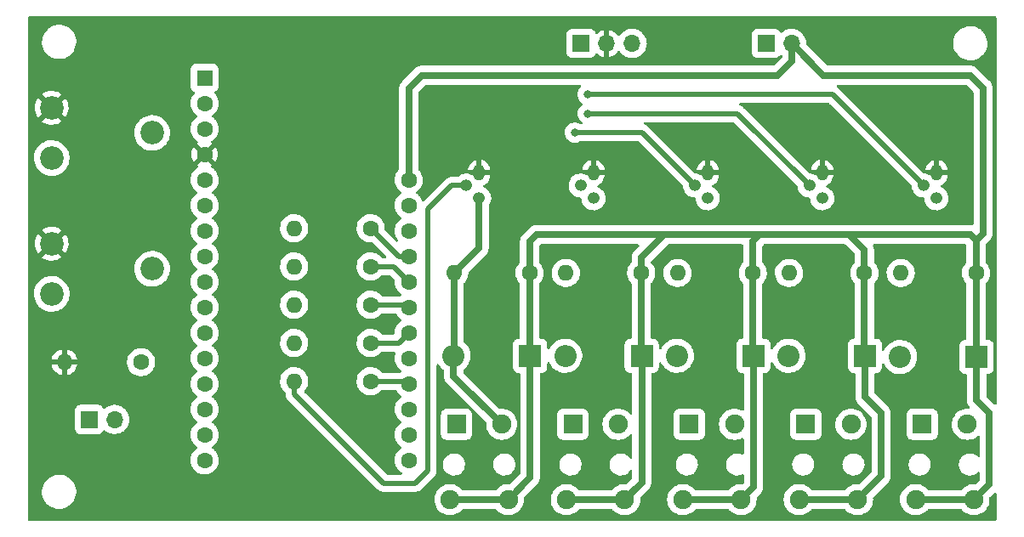
<source format=gbr>
%TF.GenerationSoftware,KiCad,Pcbnew,(6.0.5-0)*%
%TF.CreationDate,2022-05-25T14:46:02+02:00*%
%TF.ProjectId,vibrant,76696272-616e-4742-9e6b-696361645f70,rev?*%
%TF.SameCoordinates,Original*%
%TF.FileFunction,Copper,L1,Top*%
%TF.FilePolarity,Positive*%
%FSLAX46Y46*%
G04 Gerber Fmt 4.6, Leading zero omitted, Abs format (unit mm)*
G04 Created by KiCad (PCBNEW (6.0.5-0)) date 2022-05-25 14:46:02*
%MOMM*%
%LPD*%
G01*
G04 APERTURE LIST*
%TA.AperFunction,ComponentPad*%
%ADD10O,1.200000X1.200000*%
%TD*%
%TA.AperFunction,ComponentPad*%
%ADD11O,1.200000X1.600000*%
%TD*%
%TA.AperFunction,ComponentPad*%
%ADD12C,1.600000*%
%TD*%
%TA.AperFunction,ComponentPad*%
%ADD13R,1.600000X1.600000*%
%TD*%
%TA.AperFunction,ComponentPad*%
%ADD14O,1.600000X1.600000*%
%TD*%
%TA.AperFunction,ComponentPad*%
%ADD15R,1.700000X1.700000*%
%TD*%
%TA.AperFunction,ComponentPad*%
%ADD16O,1.700000X1.700000*%
%TD*%
%TA.AperFunction,ComponentPad*%
%ADD17R,1.900000X1.900000*%
%TD*%
%TA.AperFunction,ComponentPad*%
%ADD18C,1.900000*%
%TD*%
%TA.AperFunction,ComponentPad*%
%ADD19C,2.340000*%
%TD*%
%TA.AperFunction,ComponentPad*%
%ADD20R,2.200000X2.200000*%
%TD*%
%TA.AperFunction,ComponentPad*%
%ADD21O,2.200000X2.200000*%
%TD*%
%TA.AperFunction,ViaPad*%
%ADD22C,0.800000*%
%TD*%
%TA.AperFunction,Conductor*%
%ADD23C,0.700000*%
%TD*%
%TA.AperFunction,Conductor*%
%ADD24C,0.500000*%
%TD*%
G04 APERTURE END LIST*
D10*
%TO.P,NPN1,3,C*%
%TO.N,Net-(CAP1-Pad2)*%
X116655276Y-68764724D03*
%TO.P,NPN1,2,B*%
%TO.N,Net-(NPN1-Pad2)*%
X115385276Y-67494724D03*
D11*
%TO.P,NPN1,1,E*%
%TO.N,GND*%
X116655276Y-66224724D03*
%TD*%
D12*
%TO.P,BRAIN1,28,VBAT*%
%TO.N,+3.3VP*%
X64109600Y-66929000D03*
%TO.P,BRAIN1,27,EN*%
%TO.N,unconnected-(BRAIN1-Pad27)*%
X64109600Y-69469000D03*
%TO.P,BRAIN1,26,USB*%
%TO.N,unconnected-(BRAIN1-Pad26)*%
X64109600Y-72009000D03*
%TO.P,BRAIN1,25,A12/IO13*%
%TO.N,Net-(BRAIN1-Pad25)*%
X64109600Y-74549000D03*
%TO.P,BRAIN1,24,A11/IO12*%
%TO.N,Net-(BRAIN1-Pad24)*%
X64109600Y-77089000D03*
%TO.P,BRAIN1,23,A10/IO27*%
%TO.N,Net-(BRAIN1-Pad23)*%
X64109600Y-79629000D03*
%TO.P,BRAIN1,22,A9/IO33*%
%TO.N,Net-(BRAIN1-Pad22)*%
X64109600Y-82169000D03*
%TO.P,BRAIN1,21,A8/IO15*%
%TO.N,unconnected-(BRAIN1-Pad21)*%
X64109600Y-84709000D03*
%TO.P,BRAIN1,20,A7/IO32*%
%TO.N,Net-(BRAIN1-Pad20)*%
X64109600Y-87249000D03*
%TO.P,BRAIN1,19,A6/IO14*%
%TO.N,unconnected-(BRAIN1-Pad19)*%
X64109600Y-89789000D03*
%TO.P,BRAIN1,18,SCL/IO22*%
%TO.N,unconnected-(BRAIN1-Pad18)*%
X64109600Y-92329000D03*
%TO.P,BRAIN1,17,SDA/IO23*%
%TO.N,unconnected-(BRAIN1-Pad17)*%
X64109600Y-94869000D03*
%TO.P,BRAIN1,16,IO21*%
%TO.N,unconnected-(BRAIN1-Pad16)*%
X43789600Y-94869000D03*
%TO.P,BRAIN1,15,TX/IO17*%
%TO.N,unconnected-(BRAIN1-Pad15)*%
X43789600Y-92329000D03*
%TO.P,BRAIN1,14,RX/IO16*%
%TO.N,unconnected-(BRAIN1-Pad14)*%
X43789600Y-89789000D03*
%TO.P,BRAIN1,13,MISO/IO19*%
%TO.N,unconnected-(BRAIN1-Pad13)*%
X43789600Y-87249000D03*
%TO.P,BRAIN1,12,MOSI/IO18*%
%TO.N,unconnected-(BRAIN1-Pad12)*%
X43789600Y-84709000D03*
%TO.P,BRAIN1,11,SCK/IO5*%
%TO.N,unconnected-(BRAIN1-Pad11)*%
X43789600Y-82169000D03*
%TO.P,BRAIN1,10,IO4/A5*%
%TO.N,unconnected-(BRAIN1-Pad10)*%
X43789600Y-79629000D03*
%TO.P,BRAIN1,9,IO36/A4*%
%TO.N,unconnected-(BRAIN1-Pad9)*%
X43789600Y-77089000D03*
%TO.P,BRAIN1,8,I39/A3*%
%TO.N,unconnected-(BRAIN1-Pad8)*%
X43789600Y-74549000D03*
%TO.P,BRAIN1,7,I34/A2*%
%TO.N,Net-(BRAIN1-Pad7)*%
X43789600Y-72009000D03*
%TO.P,BRAIN1,6,DAC1/A1*%
%TO.N,Net-(BRAIN1-Pad6)*%
X43789600Y-69469000D03*
%TO.P,BRAIN1,5,DAC2/A0*%
%TO.N,Net-(BRAIN1-Pad5)*%
X43789600Y-66929000D03*
%TO.P,BRAIN1,4,GND*%
%TO.N,GND*%
X43789600Y-64389000D03*
%TO.P,BRAIN1,3,NC*%
%TO.N,unconnected-(BRAIN1-Pad3)*%
X43789600Y-61849000D03*
%TO.P,BRAIN1,2,3V3*%
%TO.N,Net-(BRAIN1-Pad2)*%
X43789600Y-59309000D03*
D13*
%TO.P,BRAIN1,1,~{RESET}*%
%TO.N,unconnected-(BRAIN1-Pad1)*%
X43789600Y-56769000D03*
%TD*%
D10*
%TO.P,NPN5,3,C*%
%TO.N,Net-(CAP5-Pad2)*%
X71120000Y-68764724D03*
%TO.P,NPN5,2,B*%
%TO.N,Net-(NPN5-Pad2)*%
X69850000Y-67494724D03*
D11*
%TO.P,NPN5,1,E*%
%TO.N,GND*%
X71120000Y-66224724D03*
%TD*%
D14*
%TO.P,R5,2*%
%TO.N,Net-(NPN5-Pad2)*%
X52705000Y-86995000D03*
D12*
%TO.P,R5,1*%
%TO.N,Net-(BRAIN1-Pad20)*%
X60325000Y-86995000D03*
%TD*%
D15*
%TO.P,GP-Switch,1,A*%
%TO.N,unconnected-(SW1_GeneralPower1-Pad1)*%
X81280000Y-53340000D03*
D16*
%TO.P,GP-Switch,2,B*%
%TO.N,GND*%
X83820000Y-53340000D03*
%TO.P,GP-Switch,3,C*%
%TO.N,Net-(SW1_GeneralPower1-Pad3)*%
X86360000Y-53340000D03*
%TD*%
D17*
%TO.P,M5,R*%
%TO.N,unconnected-(J5-PadR)*%
X68870000Y-91290000D03*
D18*
%TO.P,M5,S*%
%TO.N,Net-(CAP5-Pad2)*%
X73370000Y-91290000D03*
%TO.P,M5,T*%
%TO.N,+3.3VP*%
X68220000Y-98790000D03*
X74020000Y-98790000D03*
%TD*%
%TO.P,M4,T*%
%TO.N,+3.3VP*%
X85608750Y-98790000D03*
X79808750Y-98790000D03*
%TO.P,M4,S*%
%TO.N,Net-(CAP4-Pad2)*%
X84958750Y-91290000D03*
D17*
%TO.P,M4,R*%
%TO.N,unconnected-(J4-PadR)*%
X80458750Y-91290000D03*
%TD*%
D18*
%TO.P,M3,T*%
%TO.N,+3.3VP*%
X97197500Y-98790000D03*
X91397500Y-98790000D03*
%TO.P,M3,S*%
%TO.N,Net-(CAP3-Pad2)*%
X96547500Y-91290000D03*
D17*
%TO.P,M3,R*%
%TO.N,unconnected-(J3-PadR)*%
X92047500Y-91290000D03*
%TD*%
D18*
%TO.P,M2,T*%
%TO.N,+3.3VP*%
X108786250Y-98790000D03*
X102986250Y-98790000D03*
%TO.P,M2,S*%
%TO.N,Net-(CAP2-Pad2)*%
X108136250Y-91290000D03*
D17*
%TO.P,M2,R*%
%TO.N,unconnected-(J2-PadR)*%
X103636250Y-91290000D03*
%TD*%
D15*
%TO.P,J1_Battery1,1,Pin_1*%
%TO.N,Net-(SW1_GeneralPower1-Pad3)*%
X99695000Y-53340000D03*
D16*
%TO.P,J1_Battery1,2,Pin_2*%
%TO.N,+3.3VP*%
X102235000Y-53340000D03*
%TD*%
D18*
%TO.P,M1,T*%
%TO.N,+3.3VP*%
X120375000Y-98790000D03*
X114575000Y-98790000D03*
%TO.P,M1,S*%
%TO.N,Net-(CAP1-Pad2)*%
X119725000Y-91290000D03*
D17*
%TO.P,M1,R*%
%TO.N,unconnected-(J1-PadR)*%
X115225000Y-91290000D03*
%TD*%
D19*
%TO.P,RV1-Potencia1,1,1*%
%TO.N,Net-(BRAIN1-Pad2)*%
X28572900Y-64755800D03*
%TO.P,RV1-Potencia1,2,2*%
%TO.N,Net-(BRAIN1-Pad5)*%
X38572900Y-62255800D03*
%TO.P,RV1-Potencia1,3,3*%
%TO.N,GND*%
X28572900Y-59755800D03*
%TD*%
D12*
%TO.P,CAP4,1*%
%TO.N,+3.3VP*%
X87252500Y-76200000D03*
D14*
%TO.P,CAP4,2*%
%TO.N,Net-(CAP4-Pad2)*%
X79752500Y-76200000D03*
%TD*%
D12*
%TO.P,R4,1*%
%TO.N,Net-(BRAIN1-Pad22)*%
X60325000Y-83185000D03*
D14*
%TO.P,R4,2*%
%TO.N,Net-(NPN4-Pad2)*%
X52705000Y-83185000D03*
%TD*%
D12*
%TO.P,CAP5,1*%
%TO.N,+3.3VP*%
X76140000Y-76200000D03*
D14*
%TO.P,CAP5,2*%
%TO.N,Net-(CAP5-Pad2)*%
X68640000Y-76200000D03*
%TD*%
D10*
%TO.P,NPN4,3,C*%
%TO.N,Net-(CAP4-Pad2)*%
X82503819Y-68764724D03*
%TO.P,NPN4,2,B*%
%TO.N,Net-(NPN4-Pad2)*%
X81233819Y-67494724D03*
D11*
%TO.P,NPN4,1,E*%
%TO.N,GND*%
X82503819Y-66224724D03*
%TD*%
D15*
%TO.P,SW-Mode1,1,1*%
%TO.N,Net-(BRAIN1-Pad2)*%
X32297900Y-90805000D03*
D16*
%TO.P,SW-Mode1,2,2*%
%TO.N,Net-(BRAIN1-Pad7)*%
X34837900Y-90805000D03*
%TD*%
D12*
%TO.P,CAP1,1*%
%TO.N,+3.3VP*%
X120590000Y-76200000D03*
D14*
%TO.P,CAP1,2*%
%TO.N,Net-(CAP1-Pad2)*%
X113090000Y-76200000D03*
%TD*%
D20*
%TO.P,D2,1,K*%
%TO.N,+3.3VP*%
X109537500Y-84455000D03*
D21*
%TO.P,D2,2,A*%
%TO.N,Net-(CAP2-Pad2)*%
X101917500Y-84455000D03*
%TD*%
D20*
%TO.P,D3,1,K*%
%TO.N,+3.3VP*%
X98425000Y-84455000D03*
D21*
%TO.P,D3,2,A*%
%TO.N,Net-(CAP3-Pad2)*%
X90805000Y-84455000D03*
%TD*%
D10*
%TO.P,NPN3,3,C*%
%TO.N,Net-(CAP3-Pad2)*%
X93887638Y-68764724D03*
%TO.P,NPN3,2,B*%
%TO.N,Net-(NPN3-Pad2)*%
X92617638Y-67494724D03*
D11*
%TO.P,NPN3,1,E*%
%TO.N,GND*%
X93887638Y-66224724D03*
%TD*%
D20*
%TO.P,D4,1,K*%
%TO.N,+3.3VP*%
X87312500Y-84455000D03*
D21*
%TO.P,D4,2,A*%
%TO.N,Net-(CAP4-Pad2)*%
X79692500Y-84455000D03*
%TD*%
D12*
%TO.P,CAP2,1*%
%TO.N,+3.3VP*%
X109477500Y-76200000D03*
D14*
%TO.P,CAP2,2*%
%TO.N,Net-(CAP2-Pad2)*%
X101977500Y-76200000D03*
%TD*%
D12*
%TO.P,R6-10K1,1*%
%TO.N,Net-(BRAIN1-Pad7)*%
X37465000Y-85090000D03*
D14*
%TO.P,R6-10K1,2*%
%TO.N,GND*%
X29845000Y-85090000D03*
%TD*%
D12*
%TO.P,CAP3,1*%
%TO.N,+3.3VP*%
X98365000Y-76200000D03*
D14*
%TO.P,CAP3,2*%
%TO.N,Net-(CAP3-Pad2)*%
X90865000Y-76200000D03*
%TD*%
D12*
%TO.P,R3,1*%
%TO.N,Net-(BRAIN1-Pad23)*%
X60325000Y-79375000D03*
D14*
%TO.P,R3,2*%
%TO.N,Net-(NPN3-Pad2)*%
X52705000Y-79375000D03*
%TD*%
D12*
%TO.P,R2,1*%
%TO.N,Net-(BRAIN1-Pad24)*%
X60325000Y-75565000D03*
D14*
%TO.P,R2,2*%
%TO.N,Net-(NPN2-Pad2)*%
X52705000Y-75565000D03*
%TD*%
D19*
%TO.P,RV2-Velocidad1,1,1*%
%TO.N,Net-(BRAIN1-Pad2)*%
X28572900Y-78294000D03*
%TO.P,RV2-Velocidad1,2,2*%
%TO.N,Net-(BRAIN1-Pad6)*%
X38572900Y-75794000D03*
%TO.P,RV2-Velocidad1,3,3*%
%TO.N,GND*%
X28572900Y-73294000D03*
%TD*%
D10*
%TO.P,NPN2,3,C*%
%TO.N,Net-(CAP2-Pad2)*%
X105271457Y-68764724D03*
%TO.P,NPN2,2,B*%
%TO.N,Net-(NPN2-Pad2)*%
X104001457Y-67494724D03*
D11*
%TO.P,NPN2,1,E*%
%TO.N,GND*%
X105271457Y-66224724D03*
%TD*%
D20*
%TO.P,D1,1,K*%
%TO.N,+3.3VP*%
X120650000Y-84583807D03*
D21*
%TO.P,D1,2,A*%
%TO.N,Net-(CAP1-Pad2)*%
X113030000Y-84583807D03*
%TD*%
D20*
%TO.P,D5,1,K*%
%TO.N,+3.3VP*%
X76200000Y-84455000D03*
D21*
%TO.P,D5,2,A*%
%TO.N,Net-(CAP5-Pad2)*%
X68580000Y-84455000D03*
%TD*%
D12*
%TO.P,R1,1*%
%TO.N,Net-(BRAIN1-Pad25)*%
X60325000Y-71755000D03*
D14*
%TO.P,R1,2*%
%TO.N,Net-(NPN1-Pad2)*%
X52705000Y-71755000D03*
%TD*%
D22*
%TO.N,Net-(NPN3-Pad2)*%
X80645000Y-62230000D03*
%TO.N,Net-(NPN2-Pad2)*%
X81915000Y-60325000D03*
%TO.N,Net-(NPN1-Pad2)*%
X81915000Y-58420000D03*
%TD*%
D23*
%TO.N,+3.3VP*%
X64109600Y-66929000D02*
X64109600Y-57810400D01*
X100838000Y-56515000D02*
X102235000Y-55118000D01*
X64109600Y-57810400D02*
X65405000Y-56515000D01*
X65405000Y-56515000D02*
X100838000Y-56515000D01*
X102235000Y-55118000D02*
X102235000Y-53340000D01*
D24*
%TO.N,Net-(BRAIN1-Pad25)*%
X60325000Y-71755000D02*
X63119000Y-74549000D01*
X63119000Y-74549000D02*
X64109600Y-74549000D01*
%TO.N,Net-(NPN5-Pad2)*%
X52705000Y-86995000D02*
X52705000Y-88265000D01*
X52705000Y-88265000D02*
X61595000Y-97155000D01*
X64770000Y-97155000D02*
X66040000Y-95885000D01*
X61595000Y-97155000D02*
X64770000Y-97155000D01*
X68395276Y-67494724D02*
X69850000Y-67494724D01*
X66040000Y-95885000D02*
X66040000Y-69850000D01*
X66040000Y-69850000D02*
X68395276Y-67494724D01*
%TO.N,Net-(NPN3-Pad2)*%
X80645000Y-62230000D02*
X87352914Y-62230000D01*
X87352914Y-62230000D02*
X92617638Y-67494724D01*
%TO.N,Net-(NPN1-Pad2)*%
X85725000Y-58420000D02*
X106310552Y-58420000D01*
X106310552Y-58420000D02*
X115385276Y-67494724D01*
%TO.N,Net-(NPN2-Pad2)*%
X85725000Y-60325000D02*
X96831733Y-60325000D01*
X96831733Y-60325000D02*
X104001457Y-67494724D01*
D23*
%TO.N,+3.3VP*%
X120590000Y-72965000D02*
X121285000Y-72270000D01*
X121285000Y-72270000D02*
X121285000Y-57785000D01*
X121285000Y-57785000D02*
X120015000Y-56515000D01*
X120015000Y-56515000D02*
X105410000Y-56515000D01*
X105410000Y-56515000D02*
X102235000Y-53340000D01*
D24*
%TO.N,Net-(NPN2-Pad2)*%
X81915000Y-60325000D02*
X85725000Y-60325000D01*
%TO.N,Net-(NPN1-Pad2)*%
X81915000Y-58420000D02*
X85725000Y-58420000D01*
%TO.N,Net-(BRAIN1-Pad20)*%
X60325000Y-86995000D02*
X63855600Y-86995000D01*
X63855600Y-86995000D02*
X64109600Y-87249000D01*
%TO.N,Net-(BRAIN1-Pad22)*%
X60325000Y-83185000D02*
X63093600Y-83185000D01*
X63093600Y-83185000D02*
X64109600Y-82169000D01*
%TO.N,Net-(BRAIN1-Pad23)*%
X60325000Y-79375000D02*
X63855600Y-79375000D01*
X63855600Y-79375000D02*
X64109600Y-79629000D01*
%TO.N,Net-(BRAIN1-Pad24)*%
X60325000Y-75565000D02*
X62585600Y-75565000D01*
X62585600Y-75565000D02*
X64109600Y-77089000D01*
D23*
%TO.N,+3.3VP*%
X85608750Y-98790000D02*
X79808750Y-98790000D01*
X97197500Y-98790000D02*
X91397500Y-98790000D01*
X108786250Y-98790000D02*
X102986250Y-98790000D01*
X120375000Y-98790000D02*
X114575000Y-98790000D01*
X120650000Y-88900000D02*
X121920000Y-90170000D01*
X120650000Y-84583807D02*
X120650000Y-88900000D01*
X121920000Y-90170000D02*
X121920000Y-97245000D01*
X121920000Y-97245000D02*
X120375000Y-98790000D01*
X109537500Y-88582500D02*
X111125000Y-90170000D01*
X109537500Y-84455000D02*
X109537500Y-88582500D01*
X111125000Y-90170000D02*
X111125000Y-96451250D01*
X111125000Y-96451250D02*
X108786250Y-98790000D01*
X98425000Y-84455000D02*
X98425000Y-97562500D01*
X98425000Y-97562500D02*
X97197500Y-98790000D01*
X87312500Y-84455000D02*
X87312500Y-97086250D01*
X87312500Y-97086250D02*
X85608750Y-98790000D01*
X68220000Y-98790000D02*
X74020000Y-98790000D01*
X76200000Y-84455000D02*
X76200000Y-96610000D01*
X76200000Y-96610000D02*
X74020000Y-98790000D01*
%TO.N,Net-(CAP5-Pad2)*%
X68580000Y-84455000D02*
X68580000Y-86500000D01*
X68580000Y-86500000D02*
X73370000Y-91290000D01*
X68640000Y-76200000D02*
X68640000Y-84395000D01*
X68640000Y-84395000D02*
X68580000Y-84455000D01*
X71120000Y-68764724D02*
X71120000Y-73720000D01*
X71120000Y-73720000D02*
X68640000Y-76200000D01*
%TO.N,+3.3VP*%
X120590000Y-76200000D02*
X120590000Y-84523807D01*
X120590000Y-84523807D02*
X120650000Y-84583807D01*
X109477500Y-76200000D02*
X109477500Y-84395000D01*
X109477500Y-84395000D02*
X109537500Y-84455000D01*
X76140000Y-76200000D02*
X76140000Y-84395000D01*
X76140000Y-84395000D02*
X76200000Y-84455000D01*
X87252500Y-76200000D02*
X87252500Y-84395000D01*
X87252500Y-84395000D02*
X87312500Y-84455000D01*
X120590000Y-72965000D02*
X120015000Y-72390000D01*
X120590000Y-76200000D02*
X120590000Y-72965000D01*
X120015000Y-72390000D02*
X107950000Y-72390000D01*
X109477500Y-73917500D02*
X107950000Y-72390000D01*
X109477500Y-76200000D02*
X109477500Y-73917500D01*
X107950000Y-72390000D02*
X99060000Y-72390000D01*
X76835000Y-72390000D02*
X89535000Y-72390000D01*
X89535000Y-72390000D02*
X99060000Y-72390000D01*
X87252500Y-76200000D02*
X87252500Y-74672500D01*
X87252500Y-74672500D02*
X89535000Y-72390000D01*
X76140000Y-73085000D02*
X76835000Y-72390000D01*
X76140000Y-76200000D02*
X76140000Y-73085000D01*
X99060000Y-72390000D02*
X98365000Y-73085000D01*
X98365000Y-76200000D02*
X98365000Y-84395000D01*
X98365000Y-84395000D02*
X98425000Y-84455000D01*
X98365000Y-73085000D02*
X98365000Y-76200000D01*
%TD*%
%TA.AperFunction,Conductor*%
%TO.N,GND*%
G36*
X122557021Y-50658502D02*
G01*
X122603514Y-50712158D01*
X122614900Y-50764500D01*
X122614900Y-89216500D01*
X122594898Y-89284621D01*
X122541242Y-89331114D01*
X122470968Y-89341218D01*
X122406388Y-89311724D01*
X122399805Y-89305595D01*
X121637405Y-88543195D01*
X121603379Y-88480883D01*
X121600500Y-88454100D01*
X121600500Y-86410306D01*
X121620502Y-86342185D01*
X121674158Y-86295692D01*
X121726500Y-86284306D01*
X121789360Y-86284306D01*
X121793444Y-86283768D01*
X121793450Y-86283768D01*
X121898575Y-86269929D01*
X121898577Y-86269929D01*
X121906762Y-86268851D01*
X122052841Y-86208343D01*
X122178282Y-86112089D01*
X122187083Y-86100620D01*
X122243426Y-86027191D01*
X122274536Y-85986648D01*
X122335044Y-85840569D01*
X122337489Y-85822001D01*
X122349962Y-85727255D01*
X122349962Y-85727254D01*
X122350500Y-85723168D01*
X122350499Y-83444447D01*
X122349433Y-83436345D01*
X122336122Y-83335232D01*
X122336122Y-83335230D01*
X122335044Y-83327045D01*
X122274536Y-83180966D01*
X122193691Y-83075606D01*
X122183305Y-83062071D01*
X122178282Y-83055525D01*
X122052841Y-82959271D01*
X121906762Y-82898763D01*
X121898574Y-82897685D01*
X121793448Y-82883845D01*
X121793447Y-82883845D01*
X121789361Y-82883307D01*
X121666500Y-82883307D01*
X121598379Y-82863305D01*
X121551886Y-82809649D01*
X121540500Y-82757307D01*
X121540500Y-77282396D01*
X121560502Y-77214275D01*
X121577560Y-77193145D01*
X121660190Y-77110803D01*
X121698463Y-77057541D01*
X121791559Y-76927983D01*
X121794577Y-76923783D01*
X121799165Y-76914501D01*
X121883512Y-76743836D01*
X121896615Y-76717325D01*
X121929605Y-76608744D01*
X121962059Y-76501927D01*
X121962060Y-76501921D01*
X121963563Y-76496975D01*
X121977592Y-76390411D01*
X121993185Y-76271971D01*
X121993185Y-76271965D01*
X121993622Y-76268649D01*
X121994422Y-76235906D01*
X121995218Y-76203364D01*
X121995218Y-76203360D01*
X121995300Y-76200000D01*
X121976430Y-75970478D01*
X121920326Y-75747120D01*
X121839680Y-75561646D01*
X121830556Y-75540661D01*
X121830554Y-75540658D01*
X121828496Y-75535924D01*
X121703405Y-75342563D01*
X121696959Y-75335478D01*
X121573307Y-75199588D01*
X121542255Y-75135742D01*
X121540500Y-75114788D01*
X121540500Y-73410900D01*
X121560502Y-73342779D01*
X121577405Y-73321805D01*
X121946189Y-72953021D01*
X121948711Y-72950568D01*
X121957054Y-72942678D01*
X122008235Y-72894279D01*
X122011896Y-72889050D01*
X122011899Y-72889047D01*
X122040973Y-72847525D01*
X122046543Y-72840161D01*
X122078579Y-72800880D01*
X122078580Y-72800878D01*
X122082615Y-72795931D01*
X122095100Y-72772050D01*
X122103540Y-72758168D01*
X122118991Y-72736102D01*
X122141664Y-72683707D01*
X122145622Y-72675409D01*
X122172077Y-72624806D01*
X122179502Y-72598913D01*
X122184985Y-72583600D01*
X122193145Y-72564745D01*
X122193147Y-72564738D01*
X122195680Y-72558885D01*
X122207350Y-72503026D01*
X122209568Y-72494063D01*
X122213949Y-72478783D01*
X122225303Y-72439188D01*
X122227370Y-72412327D01*
X122229661Y-72396229D01*
X122234179Y-72374599D01*
X122235168Y-72369867D01*
X122235500Y-72363532D01*
X122235500Y-72311498D01*
X122235871Y-72301832D01*
X122239627Y-72253018D01*
X122239627Y-72253015D01*
X122240116Y-72246658D01*
X122236492Y-72217972D01*
X122235500Y-72202194D01*
X122235500Y-57800416D01*
X122235549Y-57796898D01*
X122237658Y-57721408D01*
X122237658Y-57721406D01*
X122237836Y-57715027D01*
X122236728Y-57708742D01*
X122236727Y-57708732D01*
X122227925Y-57658818D01*
X122226655Y-57649669D01*
X122221533Y-57599239D01*
X122221533Y-57599238D01*
X122220888Y-57592890D01*
X122212833Y-57567186D01*
X122208981Y-57551387D01*
X122208233Y-57547144D01*
X122204304Y-57524863D01*
X122183292Y-57471793D01*
X122180215Y-57463103D01*
X122179786Y-57461732D01*
X122163144Y-57408627D01*
X122160055Y-57403055D01*
X122160051Y-57403045D01*
X122150080Y-57385058D01*
X122143130Y-57370355D01*
X122133220Y-57345324D01*
X122101970Y-57297569D01*
X122097200Y-57289662D01*
X122094322Y-57284470D01*
X122069528Y-57239739D01*
X122051998Y-57219286D01*
X122042235Y-57206283D01*
X122027487Y-57183746D01*
X122023242Y-57179032D01*
X121986457Y-57142247D01*
X121979884Y-57135150D01*
X121948015Y-57097968D01*
X121943864Y-57093125D01*
X121921014Y-57075400D01*
X121909152Y-57064942D01*
X120698021Y-55853811D01*
X120695568Y-55851289D01*
X120643666Y-55796404D01*
X120643665Y-55796403D01*
X120639279Y-55791765D01*
X120592514Y-55759020D01*
X120585171Y-55753467D01*
X120540930Y-55717385D01*
X120517053Y-55704902D01*
X120503171Y-55696462D01*
X120481102Y-55681009D01*
X120428695Y-55658331D01*
X120420407Y-55654377D01*
X120369806Y-55627923D01*
X120343913Y-55620498D01*
X120328600Y-55615015D01*
X120309749Y-55606857D01*
X120309744Y-55606855D01*
X120303885Y-55604320D01*
X120248000Y-55592645D01*
X120239084Y-55590439D01*
X120184187Y-55574697D01*
X120157318Y-55572629D01*
X120141228Y-55570339D01*
X120127108Y-55567389D01*
X120119612Y-55565823D01*
X120119609Y-55565823D01*
X120114867Y-55564832D01*
X120108532Y-55564500D01*
X120056506Y-55564500D01*
X120046842Y-55564129D01*
X120033930Y-55563136D01*
X119998017Y-55560372D01*
X119998014Y-55560372D01*
X119991658Y-55559883D01*
X119973602Y-55562164D01*
X119962979Y-55563506D01*
X119947187Y-55564500D01*
X105855900Y-55564500D01*
X105787779Y-55544498D01*
X105766805Y-55527595D01*
X103726003Y-53486793D01*
X103691977Y-53424481D01*
X103689136Y-53394619D01*
X103690389Y-53343364D01*
X103690389Y-53343360D01*
X103690471Y-53340000D01*
X103680748Y-53221741D01*
X118311833Y-53221741D01*
X118317929Y-53480390D01*
X118318763Y-53485095D01*
X118346651Y-53642451D01*
X118363078Y-53735142D01*
X118446241Y-53980133D01*
X118565505Y-54209725D01*
X118718125Y-54418636D01*
X118721499Y-54422028D01*
X118721501Y-54422030D01*
X118780664Y-54481503D01*
X118900589Y-54602058D01*
X118904435Y-54604899D01*
X118904440Y-54604903D01*
X119081708Y-54735835D01*
X119108698Y-54755770D01*
X119112928Y-54757996D01*
X119112932Y-54757998D01*
X119332428Y-54873480D01*
X119337663Y-54876234D01*
X119342191Y-54877797D01*
X119342192Y-54877798D01*
X119359461Y-54883761D01*
X119582215Y-54960679D01*
X119836726Y-55007161D01*
X119919519Y-55011500D01*
X120080782Y-55011500D01*
X120083161Y-55011319D01*
X120083162Y-55011319D01*
X120268209Y-54997243D01*
X120268214Y-54997242D01*
X120272976Y-54996880D01*
X120277630Y-54995801D01*
X120277632Y-54995801D01*
X120520351Y-54939542D01*
X120520350Y-54939542D01*
X120525015Y-54938461D01*
X120765318Y-54842590D01*
X120988354Y-54711473D01*
X120992065Y-54708452D01*
X120992069Y-54708449D01*
X121185279Y-54551151D01*
X121188991Y-54548129D01*
X121362613Y-54356315D01*
X121400722Y-54298630D01*
X121502584Y-54144440D01*
X121505222Y-54140447D01*
X121514588Y-54120132D01*
X121611532Y-53909843D01*
X121611533Y-53909840D01*
X121613538Y-53905491D01*
X121685068Y-53656855D01*
X121690888Y-53611742D01*
X121717556Y-53404996D01*
X121718167Y-53400259D01*
X121712071Y-53141610D01*
X121666922Y-52886858D01*
X121583759Y-52641867D01*
X121464495Y-52412275D01*
X121311875Y-52203364D01*
X121293152Y-52184542D01*
X121217397Y-52108390D01*
X121129411Y-52019942D01*
X121125565Y-52017101D01*
X121125560Y-52017097D01*
X120925154Y-51869075D01*
X120925153Y-51869074D01*
X120921302Y-51866230D01*
X120917072Y-51864004D01*
X120917068Y-51864002D01*
X120696574Y-51747995D01*
X120696572Y-51747994D01*
X120692337Y-51745766D01*
X120683835Y-51742830D01*
X120640936Y-51728017D01*
X120447785Y-51661321D01*
X120193274Y-51614839D01*
X120110481Y-51610500D01*
X119949218Y-51610500D01*
X119946839Y-51610681D01*
X119946838Y-51610681D01*
X119761791Y-51624757D01*
X119761786Y-51624758D01*
X119757024Y-51625120D01*
X119752370Y-51626199D01*
X119752368Y-51626199D01*
X119631412Y-51654235D01*
X119504985Y-51683539D01*
X119264682Y-51779410D01*
X119041646Y-51910527D01*
X119037935Y-51913548D01*
X119037931Y-51913551D01*
X118905157Y-52021646D01*
X118841009Y-52073871D01*
X118667387Y-52265685D01*
X118664746Y-52269683D01*
X118664745Y-52269684D01*
X118627799Y-52325609D01*
X118524778Y-52481553D01*
X118522777Y-52485893D01*
X118522775Y-52485897D01*
X118418468Y-52712157D01*
X118416462Y-52716509D01*
X118344932Y-52965145D01*
X118344321Y-52969883D01*
X118344320Y-52969887D01*
X118322776Y-53136905D01*
X118311833Y-53221741D01*
X103680748Y-53221741D01*
X103680359Y-53217004D01*
X103671351Y-53107435D01*
X103671350Y-53107429D01*
X103670927Y-53102284D01*
X103617998Y-52891562D01*
X103614080Y-52875963D01*
X103614079Y-52875959D01*
X103612821Y-52870952D01*
X103610762Y-52866216D01*
X103519772Y-52656953D01*
X103519770Y-52656950D01*
X103517712Y-52652216D01*
X103388155Y-52451951D01*
X103383243Y-52446552D01*
X103231107Y-52279358D01*
X103231105Y-52279357D01*
X103227629Y-52275536D01*
X103223578Y-52272337D01*
X103223574Y-52272333D01*
X103044500Y-52130909D01*
X103044496Y-52130907D01*
X103040445Y-52127707D01*
X103001125Y-52106001D01*
X102960954Y-52083826D01*
X102831631Y-52012436D01*
X102826762Y-52010712D01*
X102826758Y-52010710D01*
X102611663Y-51934541D01*
X102611661Y-51934540D01*
X102606794Y-51932817D01*
X102468031Y-51908099D01*
X102377060Y-51891894D01*
X102377056Y-51891894D01*
X102371972Y-51890988D01*
X102288140Y-51889964D01*
X102138640Y-51888137D01*
X102138638Y-51888137D01*
X102133471Y-51888074D01*
X101897698Y-51924153D01*
X101670982Y-51998255D01*
X101666394Y-52000643D01*
X101666390Y-52000645D01*
X101506601Y-52083826D01*
X101459414Y-52108390D01*
X101455281Y-52111493D01*
X101455278Y-52111495D01*
X101268675Y-52251602D01*
X101267503Y-52250042D01*
X101210890Y-52276728D01*
X101140499Y-52267474D01*
X101086285Y-52221633D01*
X101075043Y-52200454D01*
X101072696Y-52194789D01*
X101069536Y-52187159D01*
X100982607Y-52073871D01*
X100978305Y-52068264D01*
X100973282Y-52061718D01*
X100847841Y-51965464D01*
X100701762Y-51904956D01*
X100693574Y-51903878D01*
X100588448Y-51890038D01*
X100588447Y-51890038D01*
X100584361Y-51889500D01*
X99695108Y-51889500D01*
X98805640Y-51889501D01*
X98801556Y-51890039D01*
X98801550Y-51890039D01*
X98696425Y-51903878D01*
X98696423Y-51903878D01*
X98688238Y-51904956D01*
X98542159Y-51965464D01*
X98416718Y-52061718D01*
X98411695Y-52068264D01*
X98407393Y-52073871D01*
X98320464Y-52187159D01*
X98259956Y-52333238D01*
X98258878Y-52341426D01*
X98248002Y-52424042D01*
X98244500Y-52450639D01*
X98244501Y-54229360D01*
X98245039Y-54233444D01*
X98245039Y-54233450D01*
X98257248Y-54326192D01*
X98259956Y-54346762D01*
X98320464Y-54492841D01*
X98325491Y-54499392D01*
X98410510Y-54610191D01*
X98416718Y-54618282D01*
X98542159Y-54714536D01*
X98688238Y-54775044D01*
X98696426Y-54776122D01*
X98801545Y-54789961D01*
X98805639Y-54790500D01*
X99694892Y-54790500D01*
X100584360Y-54790499D01*
X100588444Y-54789961D01*
X100588450Y-54789961D01*
X100693575Y-54776122D01*
X100693577Y-54776122D01*
X100701762Y-54775044D01*
X100847841Y-54714536D01*
X100973282Y-54618282D01*
X100979491Y-54610191D01*
X101058537Y-54507175D01*
X101115875Y-54465308D01*
X101186746Y-54461086D01*
X101248649Y-54495850D01*
X101281930Y-54558562D01*
X101284500Y-54583879D01*
X101284500Y-54672100D01*
X101264498Y-54740221D01*
X101247595Y-54761195D01*
X100481195Y-55527595D01*
X100418883Y-55561621D01*
X100392100Y-55564500D01*
X65420416Y-55564500D01*
X65416898Y-55564451D01*
X65341408Y-55562342D01*
X65341406Y-55562342D01*
X65335027Y-55562164D01*
X65328742Y-55563272D01*
X65328732Y-55563273D01*
X65278818Y-55572075D01*
X65269678Y-55573344D01*
X65230350Y-55577339D01*
X65219239Y-55578467D01*
X65219238Y-55578467D01*
X65212890Y-55579112D01*
X65197242Y-55584016D01*
X65187186Y-55587167D01*
X65171387Y-55591019D01*
X65167497Y-55591705D01*
X65144863Y-55595696D01*
X65091793Y-55616708D01*
X65083111Y-55619782D01*
X65028627Y-55636856D01*
X65023055Y-55639945D01*
X65023045Y-55639949D01*
X65005058Y-55649920D01*
X64990357Y-55656869D01*
X64965324Y-55666780D01*
X64947449Y-55678477D01*
X64917569Y-55698030D01*
X64909670Y-55702795D01*
X64859739Y-55730472D01*
X64854890Y-55734628D01*
X64839286Y-55748002D01*
X64826283Y-55757765D01*
X64803746Y-55772513D01*
X64799032Y-55776758D01*
X64762247Y-55813543D01*
X64755150Y-55820116D01*
X64754790Y-55820425D01*
X64713125Y-55856136D01*
X64695400Y-55878986D01*
X64684942Y-55890848D01*
X63448411Y-57127379D01*
X63445890Y-57129831D01*
X63386365Y-57186121D01*
X63365124Y-57216457D01*
X63353626Y-57232878D01*
X63348067Y-57240229D01*
X63311985Y-57284470D01*
X63309027Y-57290128D01*
X63299505Y-57308342D01*
X63291062Y-57322229D01*
X63275609Y-57344298D01*
X63252931Y-57396705D01*
X63248977Y-57404993D01*
X63222523Y-57455594D01*
X63219013Y-57467836D01*
X63215098Y-57481487D01*
X63209615Y-57496800D01*
X63201457Y-57515651D01*
X63201455Y-57515656D01*
X63198920Y-57521515D01*
X63187245Y-57577400D01*
X63185039Y-57586316D01*
X63169297Y-57641213D01*
X63167943Y-57658818D01*
X63167230Y-57668078D01*
X63164939Y-57684172D01*
X63159432Y-57710533D01*
X63159100Y-57716868D01*
X63159100Y-57768894D01*
X63158729Y-57778558D01*
X63154483Y-57833742D01*
X63155283Y-57840074D01*
X63158106Y-57862421D01*
X63159100Y-57878213D01*
X63159100Y-65845891D01*
X63139098Y-65914012D01*
X63124194Y-65932942D01*
X63089686Y-65969053D01*
X63017477Y-66044616D01*
X63014563Y-66048888D01*
X63014562Y-66048889D01*
X62973806Y-66108635D01*
X62887699Y-66234863D01*
X62885523Y-66239552D01*
X62885519Y-66239558D01*
X62795871Y-66432689D01*
X62790736Y-66443752D01*
X62764537Y-66538223D01*
X62730997Y-66659166D01*
X62729192Y-66665673D01*
X62728643Y-66670810D01*
X62705788Y-66884665D01*
X62704719Y-66894665D01*
X62705016Y-66899817D01*
X62705016Y-66899821D01*
X62707972Y-66951090D01*
X62717976Y-67124580D01*
X62719113Y-67129626D01*
X62719114Y-67129632D01*
X62740826Y-67225975D01*
X62768606Y-67349242D01*
X62770548Y-67354024D01*
X62770549Y-67354028D01*
X62853305Y-67557831D01*
X62855249Y-67562618D01*
X62975579Y-67758978D01*
X63126363Y-67933048D01*
X63303553Y-68080154D01*
X63308017Y-68082762D01*
X63308019Y-68082764D01*
X63321540Y-68090665D01*
X63370263Y-68142305D01*
X63383333Y-68212088D01*
X63356600Y-68277859D01*
X63333621Y-68300212D01*
X63180725Y-68415009D01*
X63180719Y-68415015D01*
X63176584Y-68418119D01*
X63017477Y-68584616D01*
X62887699Y-68774863D01*
X62885523Y-68779552D01*
X62885519Y-68779558D01*
X62804858Y-68953328D01*
X62790736Y-68983752D01*
X62729192Y-69205673D01*
X62704719Y-69434665D01*
X62705016Y-69439817D01*
X62705016Y-69439821D01*
X62707152Y-69476861D01*
X62717976Y-69664580D01*
X62719113Y-69669626D01*
X62719114Y-69669632D01*
X62739739Y-69761151D01*
X62768606Y-69889242D01*
X62770548Y-69894024D01*
X62770549Y-69894028D01*
X62808027Y-69986325D01*
X62855249Y-70102618D01*
X62975579Y-70298978D01*
X63126363Y-70473048D01*
X63303553Y-70620154D01*
X63308017Y-70622762D01*
X63308019Y-70622764D01*
X63321540Y-70630665D01*
X63370263Y-70682305D01*
X63383333Y-70752088D01*
X63356600Y-70817859D01*
X63333621Y-70840212D01*
X63180725Y-70955009D01*
X63180719Y-70955015D01*
X63176584Y-70958119D01*
X63017477Y-71124616D01*
X62887699Y-71314863D01*
X62885523Y-71319552D01*
X62885519Y-71319558D01*
X62804182Y-71494785D01*
X62790736Y-71523752D01*
X62756414Y-71647513D01*
X62731906Y-71735888D01*
X62729192Y-71745673D01*
X62728643Y-71750810D01*
X62710339Y-71922081D01*
X62704719Y-71974665D01*
X62705016Y-71979817D01*
X62705016Y-71979821D01*
X62708881Y-72046846D01*
X62717976Y-72204580D01*
X62719113Y-72209626D01*
X62719114Y-72209632D01*
X62740826Y-72305975D01*
X62768606Y-72429242D01*
X62770548Y-72434024D01*
X62770549Y-72434028D01*
X62837502Y-72598913D01*
X62855249Y-72642618D01*
X62975579Y-72838978D01*
X62978960Y-72842881D01*
X63026651Y-72897938D01*
X63056133Y-72962524D01*
X63046018Y-73032796D01*
X62999516Y-73086444D01*
X62931392Y-73106435D01*
X62863275Y-73086422D01*
X62842322Y-73069533D01*
X61757181Y-71984393D01*
X61723155Y-71922081D01*
X61721354Y-71878851D01*
X61728185Y-71826968D01*
X61728622Y-71823649D01*
X61729702Y-71779478D01*
X61730218Y-71758364D01*
X61730218Y-71758360D01*
X61730300Y-71755000D01*
X61711430Y-71525478D01*
X61655326Y-71302120D01*
X61591751Y-71155906D01*
X61565556Y-71095661D01*
X61565554Y-71095658D01*
X61563496Y-71090924D01*
X61480000Y-70961859D01*
X61441215Y-70901906D01*
X61441213Y-70901903D01*
X61438405Y-70897563D01*
X61417774Y-70874889D01*
X61286890Y-70731051D01*
X61286889Y-70731050D01*
X61283412Y-70727229D01*
X61279361Y-70724030D01*
X61279357Y-70724026D01*
X61106735Y-70587697D01*
X61106730Y-70587693D01*
X61102681Y-70584496D01*
X61098165Y-70582003D01*
X61098162Y-70582001D01*
X60905589Y-70475695D01*
X60905585Y-70475693D01*
X60901065Y-70473198D01*
X60896196Y-70471474D01*
X60896192Y-70471472D01*
X60688853Y-70398049D01*
X60688849Y-70398048D01*
X60683978Y-70396323D01*
X60678885Y-70395416D01*
X60678882Y-70395415D01*
X60567672Y-70375606D01*
X60457250Y-70355937D01*
X60370802Y-70354881D01*
X60232141Y-70353186D01*
X60232139Y-70353186D01*
X60226971Y-70353123D01*
X59999325Y-70387958D01*
X59780424Y-70459506D01*
X59775832Y-70461896D01*
X59775833Y-70461896D01*
X59585180Y-70561144D01*
X59576149Y-70565845D01*
X59391984Y-70704119D01*
X59232877Y-70870616D01*
X59229963Y-70874888D01*
X59229962Y-70874889D01*
X59191192Y-70931724D01*
X59103099Y-71060863D01*
X59100923Y-71065552D01*
X59100919Y-71065558D01*
X59008315Y-71265057D01*
X59006136Y-71269752D01*
X58971451Y-71394824D01*
X58949759Y-71473043D01*
X58944592Y-71491673D01*
X58944043Y-71496810D01*
X58926687Y-71659211D01*
X58920119Y-71720665D01*
X58920416Y-71725817D01*
X58920416Y-71725821D01*
X58929240Y-71878851D01*
X58933376Y-71950580D01*
X58934513Y-71955626D01*
X58934514Y-71955632D01*
X58956226Y-72051975D01*
X58984006Y-72175242D01*
X58985948Y-72180024D01*
X58985949Y-72180028D01*
X59061090Y-72365077D01*
X59070649Y-72388618D01*
X59190979Y-72584978D01*
X59341763Y-72759048D01*
X59518953Y-72906154D01*
X59717790Y-73022345D01*
X59722615Y-73024187D01*
X59722616Y-73024188D01*
X59790033Y-73049932D01*
X59932934Y-73104501D01*
X59938000Y-73105532D01*
X59938001Y-73105532D01*
X60038697Y-73126018D01*
X60158607Y-73150414D01*
X60288352Y-73155172D01*
X60383585Y-73158664D01*
X60383589Y-73158664D01*
X60388749Y-73158853D01*
X60449112Y-73151120D01*
X60519220Y-73162304D01*
X60554216Y-73187004D01*
X61866617Y-74499405D01*
X61900643Y-74561717D01*
X61895578Y-74632532D01*
X61853031Y-74689368D01*
X61786511Y-74714179D01*
X61777522Y-74714500D01*
X61500421Y-74714500D01*
X61432300Y-74694498D01*
X61407228Y-74673300D01*
X61286890Y-74541051D01*
X61286889Y-74541050D01*
X61283412Y-74537229D01*
X61279361Y-74534030D01*
X61279357Y-74534026D01*
X61106735Y-74397697D01*
X61106730Y-74397693D01*
X61102681Y-74394496D01*
X61098165Y-74392003D01*
X61098162Y-74392001D01*
X60905589Y-74285695D01*
X60905585Y-74285693D01*
X60901065Y-74283198D01*
X60896196Y-74281474D01*
X60896192Y-74281472D01*
X60688853Y-74208049D01*
X60688849Y-74208048D01*
X60683978Y-74206323D01*
X60678885Y-74205416D01*
X60678882Y-74205415D01*
X60570457Y-74186102D01*
X60457250Y-74165937D01*
X60370802Y-74164881D01*
X60232141Y-74163186D01*
X60232139Y-74163186D01*
X60226971Y-74163123D01*
X59999325Y-74197958D01*
X59780424Y-74269506D01*
X59698713Y-74312042D01*
X59600056Y-74363400D01*
X59576149Y-74375845D01*
X59391984Y-74514119D01*
X59232877Y-74680616D01*
X59229963Y-74684888D01*
X59229962Y-74684889D01*
X59218171Y-74702174D01*
X59103099Y-74870863D01*
X59100923Y-74875552D01*
X59100919Y-74875558D01*
X59011993Y-75067134D01*
X59006136Y-75079752D01*
X58944592Y-75301673D01*
X58944043Y-75306810D01*
X58922268Y-75510558D01*
X58920119Y-75530665D01*
X58920416Y-75535817D01*
X58920416Y-75535821D01*
X58925147Y-75617870D01*
X58933376Y-75760580D01*
X58934513Y-75765626D01*
X58934514Y-75765632D01*
X58964313Y-75897859D01*
X58984006Y-75985242D01*
X58985948Y-75990024D01*
X58985949Y-75990028D01*
X59050083Y-76147971D01*
X59070649Y-76198618D01*
X59190979Y-76394978D01*
X59341763Y-76569048D01*
X59518953Y-76716154D01*
X59717790Y-76832345D01*
X59722615Y-76834187D01*
X59722616Y-76834188D01*
X59775700Y-76854459D01*
X59932934Y-76914501D01*
X59938000Y-76915532D01*
X59938001Y-76915532D01*
X59947237Y-76917411D01*
X60158607Y-76960414D01*
X60288352Y-76965172D01*
X60383585Y-76968664D01*
X60383589Y-76968664D01*
X60388749Y-76968853D01*
X60393869Y-76968197D01*
X60393871Y-76968197D01*
X60496328Y-76955072D01*
X60617178Y-76939591D01*
X60622126Y-76938106D01*
X60622133Y-76938105D01*
X60832811Y-76874898D01*
X60832810Y-76874898D01*
X60837761Y-76873413D01*
X61044574Y-76772096D01*
X61232062Y-76638363D01*
X61395190Y-76475803D01*
X61400818Y-76467971D01*
X61456814Y-76424325D01*
X61503139Y-76415500D01*
X62181121Y-76415500D01*
X62249242Y-76435502D01*
X62270216Y-76452405D01*
X62678325Y-76860514D01*
X62712351Y-76922826D01*
X62714516Y-76962998D01*
X62704719Y-77054665D01*
X62717976Y-77284580D01*
X62719113Y-77289626D01*
X62719114Y-77289632D01*
X62740826Y-77385975D01*
X62768606Y-77509242D01*
X62770548Y-77514024D01*
X62770549Y-77514028D01*
X62808027Y-77606325D01*
X62855249Y-77722618D01*
X62975579Y-77918978D01*
X63126363Y-78093048D01*
X63303553Y-78240154D01*
X63308017Y-78242762D01*
X63308019Y-78242764D01*
X63321539Y-78250664D01*
X63370263Y-78302302D01*
X63383334Y-78372085D01*
X63356603Y-78437857D01*
X63333622Y-78460212D01*
X63281615Y-78499260D01*
X63215130Y-78524166D01*
X63205962Y-78524500D01*
X61500421Y-78524500D01*
X61432300Y-78504498D01*
X61407228Y-78483300D01*
X61286890Y-78351051D01*
X61286889Y-78351050D01*
X61283412Y-78347229D01*
X61279361Y-78344030D01*
X61279357Y-78344026D01*
X61106735Y-78207697D01*
X61106730Y-78207693D01*
X61102681Y-78204496D01*
X61098165Y-78202003D01*
X61098162Y-78202001D01*
X60905589Y-78095695D01*
X60905585Y-78095693D01*
X60901065Y-78093198D01*
X60896196Y-78091474D01*
X60896192Y-78091472D01*
X60688853Y-78018049D01*
X60688849Y-78018048D01*
X60683978Y-78016323D01*
X60678885Y-78015416D01*
X60678882Y-78015415D01*
X60538159Y-77990349D01*
X60457250Y-77975937D01*
X60370802Y-77974881D01*
X60232141Y-77973186D01*
X60232139Y-77973186D01*
X60226971Y-77973123D01*
X59999325Y-78007958D01*
X59780424Y-78079506D01*
X59775832Y-78081896D01*
X59775833Y-78081896D01*
X59585180Y-78181144D01*
X59576149Y-78185845D01*
X59391984Y-78324119D01*
X59232877Y-78490616D01*
X59229963Y-78494888D01*
X59229962Y-78494889D01*
X59191192Y-78551724D01*
X59103099Y-78680863D01*
X59100923Y-78685552D01*
X59100919Y-78685558D01*
X59008315Y-78885057D01*
X59006136Y-78889752D01*
X58944592Y-79111673D01*
X58944043Y-79116810D01*
X58929627Y-79251703D01*
X58920119Y-79340665D01*
X58920416Y-79345817D01*
X58920416Y-79345821D01*
X58923221Y-79394459D01*
X58933376Y-79570580D01*
X58934513Y-79575626D01*
X58934514Y-79575632D01*
X58956226Y-79671975D01*
X58984006Y-79795242D01*
X58985948Y-79800024D01*
X58985949Y-79800028D01*
X59068705Y-80003831D01*
X59070649Y-80008618D01*
X59190979Y-80204978D01*
X59341763Y-80379048D01*
X59518953Y-80526154D01*
X59717790Y-80642345D01*
X59932934Y-80724501D01*
X59938000Y-80725532D01*
X59938001Y-80725532D01*
X60038697Y-80746018D01*
X60158607Y-80770414D01*
X60288352Y-80775172D01*
X60383585Y-80778664D01*
X60383589Y-80778664D01*
X60388749Y-80778853D01*
X60393869Y-80778197D01*
X60393871Y-80778197D01*
X60489880Y-80765898D01*
X60617178Y-80749591D01*
X60622126Y-80748106D01*
X60622133Y-80748105D01*
X60832811Y-80684898D01*
X60832810Y-80684898D01*
X60837761Y-80683413D01*
X61044574Y-80582096D01*
X61232062Y-80448363D01*
X61395190Y-80285803D01*
X61400818Y-80277971D01*
X61456814Y-80234325D01*
X61503139Y-80225500D01*
X62761939Y-80225500D01*
X62830060Y-80245502D01*
X62869371Y-80285665D01*
X62972876Y-80454568D01*
X62972879Y-80454573D01*
X62975579Y-80458978D01*
X63126363Y-80633048D01*
X63303553Y-80780154D01*
X63308017Y-80782762D01*
X63308019Y-80782764D01*
X63321540Y-80790665D01*
X63370263Y-80842305D01*
X63383333Y-80912088D01*
X63356600Y-80977859D01*
X63333621Y-81000212D01*
X63180725Y-81115009D01*
X63180719Y-81115015D01*
X63176584Y-81118119D01*
X63017477Y-81284616D01*
X62887699Y-81474863D01*
X62885523Y-81479552D01*
X62885519Y-81479558D01*
X62873745Y-81504924D01*
X62790736Y-81683752D01*
X62729192Y-81905673D01*
X62728643Y-81910810D01*
X62717220Y-82017697D01*
X62704719Y-82134665D01*
X62705016Y-82139817D01*
X62705016Y-82139821D01*
X62708558Y-82201247D01*
X62692510Y-82270406D01*
X62641620Y-82319911D01*
X62582767Y-82334500D01*
X61500421Y-82334500D01*
X61432300Y-82314498D01*
X61407228Y-82293300D01*
X61286890Y-82161051D01*
X61286889Y-82161050D01*
X61283412Y-82157229D01*
X61279361Y-82154030D01*
X61279357Y-82154026D01*
X61106735Y-82017697D01*
X61106730Y-82017693D01*
X61102681Y-82014496D01*
X61098165Y-82012003D01*
X61098162Y-82012001D01*
X60905589Y-81905695D01*
X60905585Y-81905693D01*
X60901065Y-81903198D01*
X60896196Y-81901474D01*
X60896192Y-81901472D01*
X60688853Y-81828049D01*
X60688849Y-81828048D01*
X60683978Y-81826323D01*
X60678885Y-81825416D01*
X60678882Y-81825415D01*
X60582707Y-81808284D01*
X60457250Y-81785937D01*
X60370802Y-81784881D01*
X60232141Y-81783186D01*
X60232139Y-81783186D01*
X60226971Y-81783123D01*
X59999325Y-81817958D01*
X59780424Y-81889506D01*
X59576149Y-81995845D01*
X59391984Y-82134119D01*
X59232877Y-82300616D01*
X59103099Y-82490863D01*
X59100923Y-82495552D01*
X59100919Y-82495558D01*
X59010214Y-82690966D01*
X59006136Y-82699752D01*
X58975659Y-82809649D01*
X58954755Y-82885028D01*
X58944592Y-82921673D01*
X58944043Y-82926810D01*
X58922011Y-83132964D01*
X58920119Y-83150665D01*
X58920416Y-83155817D01*
X58920416Y-83155821D01*
X58929701Y-83316849D01*
X58933376Y-83380580D01*
X58934513Y-83385626D01*
X58934514Y-83385632D01*
X58964313Y-83517859D01*
X58984006Y-83605242D01*
X58985948Y-83610024D01*
X58985949Y-83610028D01*
X59068705Y-83813831D01*
X59070649Y-83818618D01*
X59190979Y-84014978D01*
X59341763Y-84189048D01*
X59518953Y-84336154D01*
X59717790Y-84452345D01*
X59722615Y-84454187D01*
X59722616Y-84454188D01*
X59733018Y-84458160D01*
X59932934Y-84534501D01*
X59938000Y-84535532D01*
X59938001Y-84535532D01*
X59996227Y-84547378D01*
X60158607Y-84580414D01*
X60288352Y-84585172D01*
X60383585Y-84588664D01*
X60383589Y-84588664D01*
X60388749Y-84588853D01*
X60393869Y-84588197D01*
X60393871Y-84588197D01*
X60463272Y-84579307D01*
X60617178Y-84559591D01*
X60622126Y-84558106D01*
X60622133Y-84558105D01*
X60832811Y-84494898D01*
X60832810Y-84494898D01*
X60837761Y-84493413D01*
X61044574Y-84392096D01*
X61232062Y-84258363D01*
X61395190Y-84095803D01*
X61400818Y-84087971D01*
X61456814Y-84044325D01*
X61503139Y-84035500D01*
X62680720Y-84035500D01*
X62748841Y-84055502D01*
X62795334Y-84109158D01*
X62805438Y-84179432D01*
X62795007Y-84214551D01*
X62790736Y-84223752D01*
X62762048Y-84327198D01*
X62743006Y-84395863D01*
X62729192Y-84445673D01*
X62728643Y-84450810D01*
X62705985Y-84662820D01*
X62704719Y-84674665D01*
X62705016Y-84679817D01*
X62705016Y-84679821D01*
X62713856Y-84833124D01*
X62717976Y-84904580D01*
X62719113Y-84909626D01*
X62719114Y-84909632D01*
X62740826Y-85005975D01*
X62768606Y-85129242D01*
X62770548Y-85134024D01*
X62770549Y-85134028D01*
X62841615Y-85309041D01*
X62855249Y-85342618D01*
X62975579Y-85538978D01*
X63126363Y-85713048D01*
X63303553Y-85860154D01*
X63308017Y-85862762D01*
X63308019Y-85862764D01*
X63321539Y-85870664D01*
X63370263Y-85922302D01*
X63383334Y-85992085D01*
X63356603Y-86057857D01*
X63333622Y-86080212D01*
X63281615Y-86119260D01*
X63215130Y-86144166D01*
X63205962Y-86144500D01*
X61500421Y-86144500D01*
X61432300Y-86124498D01*
X61407228Y-86103300D01*
X61286890Y-85971051D01*
X61286889Y-85971050D01*
X61283412Y-85967229D01*
X61279361Y-85964030D01*
X61279357Y-85964026D01*
X61106735Y-85827697D01*
X61106730Y-85827693D01*
X61102681Y-85824496D01*
X61098165Y-85822003D01*
X61098162Y-85822001D01*
X60905589Y-85715695D01*
X60905585Y-85715693D01*
X60901065Y-85713198D01*
X60896196Y-85711474D01*
X60896192Y-85711472D01*
X60688853Y-85638049D01*
X60688849Y-85638048D01*
X60683978Y-85636323D01*
X60678885Y-85635416D01*
X60678882Y-85635415D01*
X60547237Y-85611966D01*
X60457250Y-85595937D01*
X60370802Y-85594881D01*
X60232141Y-85593186D01*
X60232139Y-85593186D01*
X60226971Y-85593123D01*
X59999325Y-85627958D01*
X59780424Y-85699506D01*
X59754410Y-85713048D01*
X59585180Y-85801144D01*
X59576149Y-85805845D01*
X59391984Y-85944119D01*
X59232877Y-86110616D01*
X59229963Y-86114888D01*
X59229962Y-86114889D01*
X59200063Y-86158720D01*
X59103099Y-86300863D01*
X59100923Y-86305552D01*
X59100919Y-86305558D01*
X59013516Y-86493853D01*
X59006136Y-86509752D01*
X58944592Y-86731673D01*
X58944043Y-86736810D01*
X58921792Y-86945015D01*
X58920119Y-86960665D01*
X58920416Y-86965817D01*
X58920416Y-86965821D01*
X58928225Y-87101254D01*
X58933376Y-87190580D01*
X58934513Y-87195626D01*
X58934514Y-87195632D01*
X58956226Y-87291975D01*
X58984006Y-87415242D01*
X58985948Y-87420024D01*
X58985949Y-87420028D01*
X59023427Y-87512325D01*
X59070649Y-87628618D01*
X59190979Y-87824978D01*
X59341763Y-87999048D01*
X59518953Y-88146154D01*
X59717790Y-88262345D01*
X59932934Y-88344501D01*
X59938000Y-88345532D01*
X59938001Y-88345532D01*
X60036930Y-88365659D01*
X60158607Y-88390414D01*
X60288352Y-88395172D01*
X60383585Y-88398664D01*
X60383589Y-88398664D01*
X60388749Y-88398853D01*
X60393869Y-88398197D01*
X60393871Y-88398197D01*
X60489880Y-88385898D01*
X60617178Y-88369591D01*
X60622126Y-88368106D01*
X60622133Y-88368105D01*
X60832811Y-88304898D01*
X60832810Y-88304898D01*
X60837761Y-88303413D01*
X61044574Y-88202096D01*
X61232062Y-88068363D01*
X61395190Y-87905803D01*
X61400818Y-87897971D01*
X61456814Y-87854325D01*
X61503139Y-87845500D01*
X62761939Y-87845500D01*
X62830060Y-87865502D01*
X62869371Y-87905665D01*
X62972876Y-88074568D01*
X62972879Y-88074573D01*
X62975579Y-88078978D01*
X63126363Y-88253048D01*
X63303553Y-88400154D01*
X63308017Y-88402762D01*
X63308019Y-88402764D01*
X63321540Y-88410665D01*
X63370263Y-88462305D01*
X63383333Y-88532088D01*
X63356600Y-88597859D01*
X63333621Y-88620212D01*
X63180725Y-88735009D01*
X63180719Y-88735015D01*
X63176584Y-88738119D01*
X63017477Y-88904616D01*
X63014563Y-88908888D01*
X63014562Y-88908889D01*
X62934552Y-89026179D01*
X62887699Y-89094863D01*
X62885523Y-89099552D01*
X62885519Y-89099558D01*
X62806620Y-89269532D01*
X62790736Y-89303752D01*
X62756472Y-89427304D01*
X62730724Y-89520150D01*
X62729192Y-89525673D01*
X62728643Y-89530810D01*
X62705821Y-89744358D01*
X62704719Y-89754665D01*
X62705016Y-89759817D01*
X62705016Y-89759821D01*
X62715367Y-89939326D01*
X62717976Y-89984580D01*
X62719113Y-89989626D01*
X62719114Y-89989632D01*
X62740826Y-90085975D01*
X62768606Y-90209242D01*
X62770548Y-90214024D01*
X62770549Y-90214028D01*
X62837959Y-90380038D01*
X62855249Y-90422618D01*
X62975579Y-90618978D01*
X63126363Y-90793048D01*
X63303553Y-90940154D01*
X63308017Y-90942762D01*
X63308019Y-90942764D01*
X63321540Y-90950665D01*
X63370263Y-91002305D01*
X63383333Y-91072088D01*
X63356600Y-91137859D01*
X63333621Y-91160212D01*
X63180725Y-91275009D01*
X63180719Y-91275015D01*
X63176584Y-91278119D01*
X63017477Y-91444616D01*
X62887699Y-91634863D01*
X62885523Y-91639552D01*
X62885519Y-91639558D01*
X62805585Y-91811762D01*
X62790736Y-91843752D01*
X62729192Y-92065673D01*
X62728643Y-92070810D01*
X62705918Y-92283450D01*
X62704719Y-92294665D01*
X62705016Y-92299817D01*
X62705016Y-92299821D01*
X62708321Y-92357132D01*
X62717976Y-92524580D01*
X62719113Y-92529626D01*
X62719114Y-92529632D01*
X62740826Y-92625975D01*
X62768606Y-92749242D01*
X62770548Y-92754024D01*
X62770549Y-92754028D01*
X62808027Y-92846325D01*
X62855249Y-92962618D01*
X62975579Y-93158978D01*
X63126363Y-93333048D01*
X63303553Y-93480154D01*
X63308017Y-93482762D01*
X63308019Y-93482764D01*
X63321540Y-93490665D01*
X63370263Y-93542305D01*
X63383333Y-93612088D01*
X63356600Y-93677859D01*
X63333621Y-93700212D01*
X63180725Y-93815009D01*
X63180719Y-93815015D01*
X63176584Y-93818119D01*
X63017477Y-93984616D01*
X62887699Y-94174863D01*
X62885523Y-94179552D01*
X62885519Y-94179558D01*
X62824150Y-94311767D01*
X62790736Y-94383752D01*
X62729192Y-94605673D01*
X62728643Y-94610810D01*
X62706457Y-94818405D01*
X62704719Y-94834665D01*
X62705016Y-94839817D01*
X62705016Y-94839821D01*
X62709906Y-94924620D01*
X62717976Y-95064580D01*
X62719113Y-95069626D01*
X62719114Y-95069632D01*
X62740826Y-95165975D01*
X62768606Y-95289242D01*
X62770548Y-95294024D01*
X62770549Y-95294028D01*
X62808027Y-95386325D01*
X62855249Y-95502618D01*
X62975579Y-95698978D01*
X63126363Y-95873048D01*
X63303553Y-96020154D01*
X63388363Y-96069713D01*
X63437085Y-96121351D01*
X63450156Y-96191134D01*
X63423424Y-96256906D01*
X63365377Y-96297784D01*
X63324791Y-96304500D01*
X61999478Y-96304500D01*
X61931357Y-96284498D01*
X61910383Y-96267595D01*
X53750944Y-88108156D01*
X53716918Y-88045844D01*
X53721983Y-87975029D01*
X53751099Y-87929810D01*
X53771529Y-87909451D01*
X53775190Y-87905803D01*
X53788686Y-87887022D01*
X53906559Y-87722983D01*
X53909577Y-87718783D01*
X54011615Y-87512325D01*
X54042643Y-87410200D01*
X54077059Y-87296927D01*
X54077060Y-87296921D01*
X54078563Y-87291975D01*
X54097274Y-87149850D01*
X54108185Y-87066971D01*
X54108185Y-87066965D01*
X54108622Y-87063649D01*
X54108953Y-87050109D01*
X54110218Y-86998364D01*
X54110218Y-86998360D01*
X54110300Y-86995000D01*
X54091430Y-86765478D01*
X54035326Y-86542120D01*
X53981750Y-86418903D01*
X53945556Y-86335661D01*
X53945554Y-86335658D01*
X53943496Y-86330924D01*
X53860000Y-86201859D01*
X53821215Y-86141906D01*
X53821213Y-86141903D01*
X53818405Y-86137563D01*
X53811999Y-86130522D01*
X53666890Y-85971051D01*
X53666889Y-85971050D01*
X53663412Y-85967229D01*
X53659361Y-85964030D01*
X53659357Y-85964026D01*
X53486735Y-85827697D01*
X53486730Y-85827693D01*
X53482681Y-85824496D01*
X53478165Y-85822003D01*
X53478162Y-85822001D01*
X53285589Y-85715695D01*
X53285585Y-85715693D01*
X53281065Y-85713198D01*
X53276196Y-85711474D01*
X53276192Y-85711472D01*
X53068853Y-85638049D01*
X53068849Y-85638048D01*
X53063978Y-85636323D01*
X53058885Y-85635416D01*
X53058882Y-85635415D01*
X52927237Y-85611966D01*
X52837250Y-85595937D01*
X52750802Y-85594881D01*
X52612141Y-85593186D01*
X52612139Y-85593186D01*
X52606971Y-85593123D01*
X52379325Y-85627958D01*
X52160424Y-85699506D01*
X52134410Y-85713048D01*
X51965180Y-85801144D01*
X51956149Y-85805845D01*
X51771984Y-85944119D01*
X51612877Y-86110616D01*
X51609963Y-86114888D01*
X51609962Y-86114889D01*
X51580063Y-86158720D01*
X51483099Y-86300863D01*
X51480923Y-86305552D01*
X51480919Y-86305558D01*
X51393516Y-86493853D01*
X51386136Y-86509752D01*
X51324592Y-86731673D01*
X51324043Y-86736810D01*
X51301792Y-86945015D01*
X51300119Y-86960665D01*
X51300416Y-86965817D01*
X51300416Y-86965821D01*
X51308225Y-87101254D01*
X51313376Y-87190580D01*
X51314513Y-87195626D01*
X51314514Y-87195632D01*
X51336226Y-87291975D01*
X51364006Y-87415242D01*
X51365948Y-87420024D01*
X51365949Y-87420028D01*
X51403427Y-87512325D01*
X51450649Y-87628618D01*
X51570979Y-87824978D01*
X51721763Y-87999048D01*
X51745681Y-88018905D01*
X51808985Y-88071461D01*
X51848620Y-88130363D01*
X51854500Y-88168405D01*
X51854500Y-88223938D01*
X51854058Y-88234479D01*
X51849740Y-88285902D01*
X51850642Y-88292662D01*
X51850642Y-88292666D01*
X51860381Y-88365659D01*
X51860751Y-88368713D01*
X51865309Y-88410665D01*
X51869442Y-88448709D01*
X51871616Y-88455169D01*
X51872286Y-88458217D01*
X51872367Y-88458678D01*
X51872403Y-88458829D01*
X51872536Y-88459288D01*
X51873277Y-88462305D01*
X51874180Y-88469069D01*
X51876513Y-88475479D01*
X51876514Y-88475483D01*
X51901697Y-88544671D01*
X51902715Y-88547577D01*
X51919385Y-88597110D01*
X51928383Y-88623848D01*
X51931900Y-88629702D01*
X51933200Y-88632514D01*
X51933382Y-88632957D01*
X51933458Y-88633116D01*
X51933686Y-88633534D01*
X51935049Y-88636303D01*
X51937382Y-88642715D01*
X51941036Y-88648473D01*
X51941039Y-88648479D01*
X51980490Y-88710644D01*
X51982108Y-88713263D01*
X52013226Y-88765051D01*
X52023557Y-88782244D01*
X52028246Y-88787203D01*
X52030128Y-88789682D01*
X52030668Y-88790459D01*
X52033625Y-88794369D01*
X52036398Y-88798738D01*
X52040183Y-88802972D01*
X52093689Y-88856478D01*
X52096142Y-88859000D01*
X52129942Y-88894742D01*
X52150524Y-88916507D01*
X52156166Y-88920341D01*
X52161366Y-88924767D01*
X52161022Y-88925171D01*
X52168918Y-88931707D01*
X60964562Y-97727350D01*
X60971705Y-97735117D01*
X61005020Y-97774540D01*
X61010444Y-97778687D01*
X61010445Y-97778688D01*
X61068929Y-97823402D01*
X61071345Y-97825295D01*
X61076365Y-97829332D01*
X61128753Y-97871454D01*
X61128756Y-97871456D01*
X61134073Y-97875731D01*
X61140190Y-97878768D01*
X61142802Y-97880438D01*
X61143196Y-97880714D01*
X61143320Y-97880791D01*
X61143742Y-97881023D01*
X61146395Y-97882630D01*
X61151820Y-97886777D01*
X61220840Y-97918961D01*
X61224730Y-97920775D01*
X61227505Y-97922110D01*
X61293480Y-97954861D01*
X61293484Y-97954863D01*
X61299593Y-97957895D01*
X61306218Y-97959547D01*
X61309121Y-97960615D01*
X61309573Y-97960803D01*
X61309708Y-97960851D01*
X61310167Y-97960986D01*
X61313108Y-97961987D01*
X61319297Y-97964873D01*
X61325960Y-97966362D01*
X61325959Y-97966362D01*
X61397831Y-97982427D01*
X61400828Y-97983136D01*
X61466938Y-97999619D01*
X61478894Y-98002600D01*
X61485714Y-98002790D01*
X61488792Y-98003212D01*
X61489709Y-98003377D01*
X61494585Y-98004054D01*
X61499637Y-98005183D01*
X61505307Y-98005500D01*
X61580965Y-98005500D01*
X61584484Y-98005549D01*
X61663612Y-98007759D01*
X61670318Y-98006480D01*
X61677115Y-98005933D01*
X61677158Y-98006462D01*
X61687364Y-98005500D01*
X64728938Y-98005500D01*
X64739479Y-98005942D01*
X64790902Y-98010260D01*
X64797662Y-98009358D01*
X64797666Y-98009358D01*
X64870659Y-97999619D01*
X64873713Y-97999249D01*
X64946928Y-97991295D01*
X64946931Y-97991294D01*
X64953709Y-97990558D01*
X64960169Y-97988384D01*
X64963217Y-97987714D01*
X64963678Y-97987633D01*
X64963829Y-97987597D01*
X64964288Y-97987464D01*
X64967307Y-97986722D01*
X64974069Y-97985820D01*
X64980479Y-97983487D01*
X64980483Y-97983486D01*
X65049671Y-97958303D01*
X65052577Y-97957285D01*
X65122377Y-97933795D01*
X65122379Y-97933794D01*
X65128848Y-97931617D01*
X65134702Y-97928100D01*
X65137514Y-97926800D01*
X65137957Y-97926618D01*
X65138116Y-97926542D01*
X65138534Y-97926314D01*
X65141303Y-97924951D01*
X65147715Y-97922618D01*
X65153473Y-97918964D01*
X65153479Y-97918961D01*
X65215644Y-97879510D01*
X65218263Y-97877892D01*
X65281393Y-97839959D01*
X65281395Y-97839958D01*
X65287244Y-97836443D01*
X65292203Y-97831754D01*
X65294682Y-97829872D01*
X65295459Y-97829332D01*
X65299369Y-97826375D01*
X65303738Y-97823602D01*
X65307972Y-97819817D01*
X65361478Y-97766311D01*
X65364000Y-97763858D01*
X65416549Y-97714165D01*
X65416551Y-97714163D01*
X65421507Y-97709476D01*
X65425341Y-97703834D01*
X65429767Y-97698634D01*
X65430171Y-97698978D01*
X65436707Y-97691082D01*
X66612356Y-96515433D01*
X66620123Y-96508290D01*
X66654327Y-96479385D01*
X66659540Y-96474980D01*
X66708426Y-96411040D01*
X66710317Y-96408629D01*
X66756455Y-96351246D01*
X66756461Y-96351236D01*
X66760730Y-96345927D01*
X66763760Y-96339823D01*
X66765431Y-96337210D01*
X66765701Y-96336824D01*
X66765802Y-96336661D01*
X66766022Y-96336262D01*
X66767638Y-96333593D01*
X66771777Y-96328180D01*
X66805791Y-96255237D01*
X66807125Y-96252465D01*
X66839861Y-96186520D01*
X66839862Y-96186516D01*
X66842895Y-96180407D01*
X66844547Y-96173782D01*
X66845615Y-96170879D01*
X66845803Y-96170427D01*
X66845851Y-96170292D01*
X66845986Y-96169833D01*
X66846987Y-96166892D01*
X66849873Y-96160703D01*
X66854893Y-96138246D01*
X66867427Y-96082169D01*
X66868136Y-96079172D01*
X66885949Y-96007728D01*
X66885949Y-96007727D01*
X66887600Y-96001106D01*
X66887790Y-95994286D01*
X66888212Y-95991208D01*
X66888377Y-95990291D01*
X66889054Y-95985415D01*
X66890183Y-95980363D01*
X66890500Y-95974693D01*
X66890500Y-95899036D01*
X66890549Y-95895518D01*
X66891084Y-95876350D01*
X66892759Y-95816389D01*
X66891480Y-95809683D01*
X66890933Y-95802886D01*
X66891462Y-95802843D01*
X66890500Y-95792637D01*
X66890500Y-95235996D01*
X67515814Y-95235996D01*
X67525523Y-95445767D01*
X67526927Y-95451592D01*
X67526927Y-95451593D01*
X67561967Y-95596983D01*
X67574724Y-95649918D01*
X67577206Y-95655376D01*
X67577207Y-95655380D01*
X67620320Y-95750201D01*
X67661640Y-95841081D01*
X67783137Y-96012360D01*
X67934831Y-96157575D01*
X67939866Y-96160826D01*
X68106209Y-96268233D01*
X68106212Y-96268234D01*
X68111246Y-96271485D01*
X68116809Y-96273727D01*
X68300455Y-96347739D01*
X68300458Y-96347740D01*
X68306019Y-96349981D01*
X68311900Y-96351129D01*
X68311905Y-96351131D01*
X68507676Y-96389362D01*
X68507679Y-96389362D01*
X68512122Y-96390230D01*
X68517643Y-96390500D01*
X68672469Y-96390500D01*
X68829046Y-96375561D01*
X68834802Y-96373872D01*
X68834804Y-96373872D01*
X68934328Y-96344675D01*
X69030549Y-96316447D01*
X69170732Y-96244248D01*
X69211908Y-96223041D01*
X69211911Y-96223039D01*
X69217239Y-96220295D01*
X69297000Y-96157642D01*
X69377662Y-96094282D01*
X69377667Y-96094278D01*
X69382379Y-96090576D01*
X69400484Y-96069712D01*
X69516079Y-95936502D01*
X69516083Y-95936497D01*
X69520010Y-95931971D01*
X69625166Y-95750201D01*
X69678372Y-95596983D01*
X69692086Y-95557491D01*
X69692086Y-95557489D01*
X69694053Y-95551826D01*
X69694914Y-95545889D01*
X69723325Y-95349944D01*
X69723325Y-95349941D01*
X69724186Y-95344004D01*
X69719187Y-95235996D01*
X72515814Y-95235996D01*
X72525523Y-95445767D01*
X72526927Y-95451592D01*
X72526927Y-95451593D01*
X72561967Y-95596983D01*
X72574724Y-95649918D01*
X72577206Y-95655376D01*
X72577207Y-95655380D01*
X72620320Y-95750201D01*
X72661640Y-95841081D01*
X72783137Y-96012360D01*
X72934831Y-96157575D01*
X72939866Y-96160826D01*
X73106209Y-96268233D01*
X73106212Y-96268234D01*
X73111246Y-96271485D01*
X73116809Y-96273727D01*
X73300455Y-96347739D01*
X73300458Y-96347740D01*
X73306019Y-96349981D01*
X73311900Y-96351129D01*
X73311905Y-96351131D01*
X73507676Y-96389362D01*
X73507679Y-96389362D01*
X73512122Y-96390230D01*
X73517643Y-96390500D01*
X73672469Y-96390500D01*
X73829046Y-96375561D01*
X73834802Y-96373872D01*
X73834804Y-96373872D01*
X73934328Y-96344675D01*
X74030549Y-96316447D01*
X74170732Y-96244248D01*
X74211908Y-96223041D01*
X74211911Y-96223039D01*
X74217239Y-96220295D01*
X74297000Y-96157642D01*
X74377662Y-96094282D01*
X74377667Y-96094278D01*
X74382379Y-96090576D01*
X74400484Y-96069712D01*
X74516079Y-95936502D01*
X74516083Y-95936497D01*
X74520010Y-95931971D01*
X74625166Y-95750201D01*
X74678372Y-95596983D01*
X74692086Y-95557491D01*
X74692086Y-95557489D01*
X74694053Y-95551826D01*
X74694914Y-95545889D01*
X74723325Y-95349944D01*
X74723325Y-95349941D01*
X74724186Y-95344004D01*
X74714477Y-95134233D01*
X74665276Y-94930082D01*
X74639034Y-94872364D01*
X74580840Y-94744374D01*
X74578360Y-94738919D01*
X74456863Y-94567640D01*
X74305169Y-94422425D01*
X74274140Y-94402390D01*
X74133791Y-94311767D01*
X74133788Y-94311766D01*
X74128754Y-94308515D01*
X74118313Y-94304307D01*
X73939545Y-94232261D01*
X73939542Y-94232260D01*
X73933981Y-94230019D01*
X73928100Y-94228871D01*
X73928095Y-94228869D01*
X73732324Y-94190638D01*
X73732321Y-94190638D01*
X73727878Y-94189770D01*
X73722357Y-94189500D01*
X73567531Y-94189500D01*
X73410954Y-94204439D01*
X73405198Y-94206128D01*
X73405196Y-94206128D01*
X73327679Y-94228869D01*
X73209451Y-94263553D01*
X73126505Y-94306273D01*
X73028092Y-94356959D01*
X73028089Y-94356961D01*
X73022761Y-94359705D01*
X73018046Y-94363409D01*
X72862338Y-94485718D01*
X72862333Y-94485722D01*
X72857621Y-94489424D01*
X72853690Y-94493954D01*
X72853689Y-94493955D01*
X72723921Y-94643498D01*
X72723917Y-94643503D01*
X72719990Y-94648029D01*
X72614834Y-94829799D01*
X72545947Y-95028174D01*
X72545086Y-95034109D01*
X72545086Y-95034111D01*
X72525249Y-95170927D01*
X72515814Y-95235996D01*
X69719187Y-95235996D01*
X69714477Y-95134233D01*
X69665276Y-94930082D01*
X69639034Y-94872364D01*
X69580840Y-94744374D01*
X69578360Y-94738919D01*
X69456863Y-94567640D01*
X69305169Y-94422425D01*
X69274140Y-94402390D01*
X69133791Y-94311767D01*
X69133788Y-94311766D01*
X69128754Y-94308515D01*
X69118313Y-94304307D01*
X68939545Y-94232261D01*
X68939542Y-94232260D01*
X68933981Y-94230019D01*
X68928100Y-94228871D01*
X68928095Y-94228869D01*
X68732324Y-94190638D01*
X68732321Y-94190638D01*
X68727878Y-94189770D01*
X68722357Y-94189500D01*
X68567531Y-94189500D01*
X68410954Y-94204439D01*
X68405198Y-94206128D01*
X68405196Y-94206128D01*
X68327679Y-94228869D01*
X68209451Y-94263553D01*
X68126505Y-94306273D01*
X68028092Y-94356959D01*
X68028089Y-94356961D01*
X68022761Y-94359705D01*
X68018046Y-94363409D01*
X67862338Y-94485718D01*
X67862333Y-94485722D01*
X67857621Y-94489424D01*
X67853690Y-94493954D01*
X67853689Y-94493955D01*
X67723921Y-94643498D01*
X67723917Y-94643503D01*
X67719990Y-94648029D01*
X67614834Y-94829799D01*
X67545947Y-95028174D01*
X67545086Y-95034109D01*
X67545086Y-95034111D01*
X67525249Y-95170927D01*
X67515814Y-95235996D01*
X66890500Y-95235996D01*
X66890500Y-90300639D01*
X67319500Y-90300639D01*
X67319501Y-92279360D01*
X67320039Y-92283444D01*
X67320039Y-92283450D01*
X67329739Y-92357132D01*
X67334956Y-92396762D01*
X67395464Y-92542841D01*
X67491718Y-92668282D01*
X67617159Y-92764536D01*
X67763238Y-92825044D01*
X67771426Y-92826122D01*
X67876545Y-92839961D01*
X67880639Y-92840500D01*
X68869880Y-92840500D01*
X69859360Y-92840499D01*
X69863444Y-92839961D01*
X69863450Y-92839961D01*
X69968575Y-92826122D01*
X69968577Y-92826122D01*
X69976762Y-92825044D01*
X70122841Y-92764536D01*
X70248282Y-92668282D01*
X70344536Y-92542841D01*
X70405044Y-92396762D01*
X70418556Y-92294124D01*
X70419962Y-92283448D01*
X70419962Y-92283447D01*
X70420500Y-92279361D01*
X70420499Y-90300640D01*
X70418556Y-90285876D01*
X70406122Y-90191425D01*
X70406122Y-90191423D01*
X70405044Y-90183238D01*
X70344536Y-90037159D01*
X70248282Y-89911718D01*
X70238133Y-89903930D01*
X70129392Y-89820491D01*
X70122841Y-89815464D01*
X69976762Y-89754956D01*
X69968574Y-89753878D01*
X69863448Y-89740038D01*
X69863447Y-89740038D01*
X69859361Y-89739500D01*
X68870121Y-89739500D01*
X67880640Y-89739501D01*
X67876556Y-89740039D01*
X67876550Y-89740039D01*
X67771425Y-89753878D01*
X67771423Y-89753878D01*
X67763238Y-89754956D01*
X67617159Y-89815464D01*
X67610608Y-89820491D01*
X67501868Y-89903930D01*
X67491718Y-89911718D01*
X67395464Y-90037159D01*
X67334956Y-90183238D01*
X67333878Y-90191425D01*
X67333878Y-90191426D01*
X67331533Y-90209242D01*
X67319500Y-90300639D01*
X66890500Y-90300639D01*
X66890500Y-85404265D01*
X66910502Y-85336144D01*
X66964158Y-85289651D01*
X67034432Y-85279547D01*
X67099012Y-85309041D01*
X67127491Y-85344625D01*
X67141792Y-85371240D01*
X67144587Y-85374984D01*
X67144589Y-85374986D01*
X67290226Y-85570018D01*
X67290231Y-85570024D01*
X67293018Y-85573756D01*
X67296327Y-85577036D01*
X67296332Y-85577042D01*
X67462243Y-85741511D01*
X67472517Y-85751696D01*
X67476279Y-85754454D01*
X67476282Y-85754457D01*
X67578005Y-85829043D01*
X67621113Y-85885454D01*
X67629500Y-85930655D01*
X67629500Y-86484568D01*
X67629451Y-86488086D01*
X67627164Y-86569972D01*
X67630636Y-86589661D01*
X67637075Y-86626179D01*
X67638343Y-86635322D01*
X67644112Y-86692110D01*
X67650704Y-86713145D01*
X67652166Y-86717811D01*
X67656016Y-86733607D01*
X67659585Y-86753847D01*
X67659587Y-86753856D01*
X67660695Y-86760137D01*
X67663044Y-86766070D01*
X67681706Y-86813206D01*
X67684788Y-86821909D01*
X67701856Y-86876373D01*
X67704950Y-86881956D01*
X67704951Y-86881957D01*
X67714918Y-86899938D01*
X67721862Y-86914629D01*
X67731779Y-86939675D01*
X67763028Y-86987428D01*
X67767798Y-86995336D01*
X67778398Y-87014459D01*
X67795472Y-87045261D01*
X67799626Y-87050107D01*
X67799627Y-87050109D01*
X67813001Y-87065712D01*
X67822766Y-87078718D01*
X67837513Y-87101254D01*
X67841758Y-87105968D01*
X67878543Y-87142753D01*
X67885116Y-87149850D01*
X67921136Y-87191875D01*
X67943986Y-87209600D01*
X67955848Y-87220058D01*
X71789032Y-91053242D01*
X71823058Y-91115554D01*
X71825549Y-91152222D01*
X71814706Y-91290000D01*
X71833854Y-91533302D01*
X71890828Y-91770612D01*
X71892718Y-91775175D01*
X71892720Y-91775181D01*
X71982328Y-91991515D01*
X71984223Y-91996089D01*
X72111741Y-92204179D01*
X72270241Y-92389759D01*
X72455821Y-92548259D01*
X72663911Y-92675777D01*
X72668481Y-92677670D01*
X72668485Y-92677672D01*
X72884819Y-92767280D01*
X72884825Y-92767282D01*
X72889388Y-92769172D01*
X72894188Y-92770324D01*
X72894193Y-92770326D01*
X73002702Y-92796377D01*
X73126698Y-92826146D01*
X73370000Y-92845294D01*
X73613302Y-92826146D01*
X73737298Y-92796377D01*
X73845807Y-92770326D01*
X73845812Y-92770324D01*
X73850612Y-92769172D01*
X73855175Y-92767282D01*
X73855181Y-92767280D01*
X74071515Y-92677672D01*
X74071519Y-92677670D01*
X74076089Y-92675777D01*
X74284179Y-92548259D01*
X74469759Y-92389759D01*
X74628259Y-92204179D01*
X74755777Y-91996089D01*
X74757672Y-91991515D01*
X74847280Y-91775181D01*
X74847282Y-91775175D01*
X74849172Y-91770612D01*
X74906146Y-91533302D01*
X74925294Y-91290000D01*
X74906146Y-91046698D01*
X74876377Y-90922702D01*
X74850326Y-90814193D01*
X74850324Y-90814188D01*
X74849172Y-90809388D01*
X74847282Y-90804825D01*
X74847280Y-90804819D01*
X74757672Y-90588485D01*
X74757670Y-90588481D01*
X74755777Y-90583911D01*
X74628259Y-90375821D01*
X74469759Y-90190241D01*
X74284179Y-90031741D01*
X74076089Y-89904223D01*
X74071519Y-89902330D01*
X74071515Y-89902328D01*
X73855181Y-89812720D01*
X73855175Y-89812718D01*
X73850612Y-89810828D01*
X73845812Y-89809676D01*
X73845807Y-89809674D01*
X73737298Y-89783623D01*
X73613302Y-89753854D01*
X73370000Y-89734706D01*
X73232222Y-89745549D01*
X73162742Y-89730953D01*
X73133242Y-89709032D01*
X69567405Y-86143195D01*
X69533379Y-86080883D01*
X69530500Y-86054100D01*
X69530500Y-85936020D01*
X69550502Y-85867899D01*
X69581441Y-85835142D01*
X69582331Y-85834591D01*
X69585896Y-85831573D01*
X69585899Y-85831571D01*
X69771672Y-85674302D01*
X69771673Y-85674301D01*
X69775238Y-85671283D01*
X69832376Y-85606130D01*
X69938806Y-85484771D01*
X69938810Y-85484766D01*
X69941888Y-85481256D01*
X69944418Y-85477323D01*
X70076094Y-85272610D01*
X70076096Y-85272607D01*
X70078619Y-85268684D01*
X70182428Y-85038236D01*
X70251034Y-84794976D01*
X70266946Y-84669897D01*
X70282533Y-84547378D01*
X70282533Y-84547372D01*
X70282931Y-84544247D01*
X70283160Y-84535532D01*
X70285185Y-84458160D01*
X70285268Y-84455000D01*
X70270745Y-84259572D01*
X70266883Y-84207597D01*
X70266882Y-84207593D01*
X70266537Y-84202945D01*
X70210756Y-83956428D01*
X70170933Y-83854023D01*
X70120843Y-83725216D01*
X70120842Y-83725214D01*
X70119150Y-83720863D01*
X70100474Y-83688186D01*
X70068203Y-83631724D01*
X69993731Y-83501426D01*
X69876567Y-83352805D01*
X69840147Y-83306606D01*
X69840144Y-83306603D01*
X69837255Y-83302938D01*
X69653160Y-83129758D01*
X69649310Y-83127087D01*
X69644679Y-83123874D01*
X69600109Y-83068610D01*
X69590500Y-83020348D01*
X69590500Y-77282396D01*
X69610502Y-77214275D01*
X69627560Y-77193145D01*
X69710190Y-77110803D01*
X69748463Y-77057541D01*
X69841559Y-76927983D01*
X69844577Y-76923783D01*
X69849165Y-76914501D01*
X69933512Y-76743836D01*
X69946615Y-76717325D01*
X69979605Y-76608744D01*
X70012059Y-76501927D01*
X70012060Y-76501921D01*
X70013563Y-76496975D01*
X70027592Y-76390411D01*
X70043185Y-76271971D01*
X70043185Y-76271965D01*
X70043622Y-76268649D01*
X70044422Y-76235906D01*
X70045218Y-76203361D01*
X70045218Y-76203358D01*
X70045300Y-76200000D01*
X70045025Y-76196653D01*
X70044980Y-76195096D01*
X70063014Y-76126428D01*
X70081833Y-76102377D01*
X71781189Y-74403021D01*
X71783711Y-74400568D01*
X71801638Y-74383615D01*
X71843235Y-74344279D01*
X71846896Y-74339050D01*
X71846899Y-74339047D01*
X71875975Y-74297522D01*
X71881544Y-74290158D01*
X71913582Y-74250875D01*
X71917615Y-74245930D01*
X71930098Y-74222053D01*
X71938538Y-74208171D01*
X71953991Y-74186102D01*
X71976658Y-74133723D01*
X71980631Y-74125394D01*
X72004123Y-74080458D01*
X72004124Y-74080455D01*
X72007078Y-74074805D01*
X72008833Y-74068684D01*
X72008836Y-74068677D01*
X72014506Y-74048902D01*
X72019988Y-74033593D01*
X72028144Y-74014746D01*
X72028145Y-74014744D01*
X72030680Y-74008885D01*
X72042350Y-73953026D01*
X72044568Y-73944064D01*
X72058544Y-73895323D01*
X72058545Y-73895319D01*
X72060303Y-73889187D01*
X72062371Y-73862318D01*
X72064662Y-73846221D01*
X72065705Y-73841232D01*
X72070168Y-73819867D01*
X72070500Y-73813532D01*
X72070500Y-73761506D01*
X72070871Y-73751840D01*
X72074628Y-73703017D01*
X72074628Y-73703013D01*
X72075117Y-73696657D01*
X72071492Y-73667963D01*
X72070500Y-73652185D01*
X72070500Y-69544982D01*
X72090502Y-69476861D01*
X72099627Y-69464412D01*
X72109903Y-69452056D01*
X72109905Y-69452053D01*
X72113602Y-69447608D01*
X72221410Y-69255103D01*
X72223266Y-69249636D01*
X72223268Y-69249631D01*
X72290475Y-69051645D01*
X72290476Y-69051640D01*
X72292331Y-69046176D01*
X72293159Y-69040467D01*
X72293160Y-69040462D01*
X72323458Y-68831496D01*
X72323991Y-68827822D01*
X72325643Y-68764724D01*
X72305454Y-68545013D01*
X72245565Y-68332660D01*
X72147980Y-68134777D01*
X72120178Y-68097545D01*
X72019420Y-67962615D01*
X72019420Y-67962614D01*
X72015967Y-67957991D01*
X71918586Y-67867973D01*
X71858189Y-67812142D01*
X71858186Y-67812140D01*
X71853949Y-67808223D01*
X71667350Y-67690488D01*
X71593249Y-67660925D01*
X71537390Y-67617105D01*
X71514089Y-67550041D01*
X71530745Y-67481025D01*
X71550402Y-67463164D01*
X80028589Y-67463164D01*
X80043019Y-67683328D01*
X80044440Y-67688924D01*
X80044441Y-67688929D01*
X80075734Y-67812142D01*
X80097330Y-67897176D01*
X80189702Y-68097545D01*
X80317041Y-68277726D01*
X80475083Y-68431685D01*
X80479879Y-68434890D01*
X80479882Y-68434892D01*
X80626045Y-68532554D01*
X80658536Y-68554264D01*
X80663839Y-68556542D01*
X80663842Y-68556544D01*
X80855948Y-68639079D01*
X80861255Y-68641359D01*
X80940907Y-68659382D01*
X81070814Y-68688778D01*
X81070820Y-68688779D01*
X81076451Y-68690053D01*
X81082222Y-68690280D01*
X81082224Y-68690280D01*
X81182967Y-68694238D01*
X81250250Y-68716899D01*
X81294600Y-68772339D01*
X81303749Y-68811898D01*
X81313019Y-68953328D01*
X81314440Y-68958924D01*
X81314441Y-68958929D01*
X81344006Y-69075339D01*
X81367330Y-69167176D01*
X81369747Y-69172418D01*
X81369747Y-69172419D01*
X81407865Y-69255103D01*
X81459702Y-69367545D01*
X81587041Y-69547726D01*
X81745083Y-69701685D01*
X81749879Y-69704890D01*
X81749882Y-69704892D01*
X81833624Y-69760846D01*
X81928536Y-69824264D01*
X81933839Y-69826542D01*
X81933842Y-69826544D01*
X82079776Y-69889242D01*
X82131255Y-69911359D01*
X82210907Y-69929382D01*
X82340814Y-69958778D01*
X82340820Y-69958779D01*
X82346451Y-69960053D01*
X82352222Y-69960280D01*
X82352224Y-69960280D01*
X82420030Y-69962944D01*
X82566917Y-69968715D01*
X82676094Y-69952885D01*
X82779557Y-69937884D01*
X82779562Y-69937883D01*
X82785271Y-69937055D01*
X82790735Y-69935200D01*
X82790740Y-69935199D01*
X82988726Y-69867992D01*
X82988731Y-69867990D01*
X82994198Y-69866134D01*
X83186703Y-69758326D01*
X83356337Y-69617242D01*
X83414153Y-69547726D01*
X83493727Y-69452050D01*
X83493729Y-69452047D01*
X83497421Y-69447608D01*
X83605229Y-69255103D01*
X83607085Y-69249636D01*
X83607087Y-69249631D01*
X83674294Y-69051645D01*
X83674295Y-69051640D01*
X83676150Y-69046176D01*
X83676978Y-69040467D01*
X83676979Y-69040462D01*
X83707277Y-68831496D01*
X83707810Y-68827822D01*
X83709462Y-68764724D01*
X83689273Y-68545013D01*
X83629384Y-68332660D01*
X83531799Y-68134777D01*
X83503997Y-68097545D01*
X83403239Y-67962615D01*
X83403239Y-67962614D01*
X83399786Y-67957991D01*
X83302405Y-67867973D01*
X83242008Y-67812142D01*
X83242005Y-67812140D01*
X83237768Y-67808223D01*
X83051169Y-67690488D01*
X82977068Y-67660925D01*
X82921209Y-67617105D01*
X82897908Y-67550041D01*
X82914564Y-67481025D01*
X82971607Y-67429194D01*
X83053201Y-67392095D01*
X83063543Y-67386148D01*
X83226216Y-67270756D01*
X83235244Y-67262963D01*
X83373161Y-67118893D01*
X83380557Y-67109528D01*
X83488740Y-66941983D01*
X83494236Y-66931379D01*
X83568780Y-66746412D01*
X83572174Y-66734954D01*
X83610676Y-66537796D01*
X83611753Y-66528933D01*
X83611819Y-66526224D01*
X83611819Y-66496839D01*
X83607344Y-66481600D01*
X83605954Y-66480395D01*
X83598271Y-66478724D01*
X81909895Y-66478724D01*
X81842661Y-66459287D01*
X81781169Y-66420488D01*
X81576240Y-66338730D01*
X81570580Y-66337604D01*
X81570576Y-66337603D01*
X81365510Y-66296813D01*
X81365507Y-66296813D01*
X81359843Y-66295686D01*
X81354068Y-66295610D01*
X81354064Y-66295610D01*
X81243323Y-66294161D01*
X81139225Y-66292798D01*
X81133528Y-66293777D01*
X81133527Y-66293777D01*
X80927473Y-66329183D01*
X80927472Y-66329183D01*
X80921776Y-66330162D01*
X80714776Y-66406528D01*
X80709815Y-66409480D01*
X80709814Y-66409480D01*
X80588592Y-66481600D01*
X80525160Y-66519338D01*
X80359276Y-66664814D01*
X80222682Y-66838084D01*
X80119950Y-67033344D01*
X80054522Y-67244057D01*
X80028589Y-67463164D01*
X71550402Y-67463164D01*
X71587788Y-67429194D01*
X71669382Y-67392095D01*
X71679724Y-67386148D01*
X71842397Y-67270756D01*
X71851425Y-67262963D01*
X71989342Y-67118893D01*
X71996738Y-67109528D01*
X72104921Y-66941983D01*
X72110417Y-66931379D01*
X72184961Y-66746412D01*
X72188355Y-66734954D01*
X72226857Y-66537796D01*
X72227934Y-66528933D01*
X72228000Y-66526224D01*
X72228000Y-66496839D01*
X72223525Y-66481600D01*
X72222135Y-66480395D01*
X72214452Y-66478724D01*
X70526076Y-66478724D01*
X70458842Y-66459287D01*
X70397350Y-66420488D01*
X70192421Y-66338730D01*
X70186761Y-66337604D01*
X70186757Y-66337603D01*
X69981691Y-66296813D01*
X69981688Y-66296813D01*
X69976024Y-66295686D01*
X69970249Y-66295610D01*
X69970245Y-66295610D01*
X69859504Y-66294161D01*
X69755406Y-66292798D01*
X69749709Y-66293777D01*
X69749708Y-66293777D01*
X69543654Y-66329183D01*
X69543653Y-66329183D01*
X69537957Y-66330162D01*
X69330957Y-66406528D01*
X69325996Y-66409480D01*
X69325995Y-66409480D01*
X69204773Y-66481600D01*
X69141341Y-66519338D01*
X69034588Y-66612957D01*
X68970186Y-66642833D01*
X68951513Y-66644224D01*
X68436338Y-66644224D01*
X68425797Y-66643782D01*
X68374374Y-66639464D01*
X68367614Y-66640366D01*
X68367610Y-66640366D01*
X68294617Y-66650105D01*
X68291563Y-66650475D01*
X68218348Y-66658429D01*
X68218345Y-66658430D01*
X68211567Y-66659166D01*
X68205107Y-66661340D01*
X68202059Y-66662010D01*
X68201598Y-66662091D01*
X68201447Y-66662127D01*
X68200988Y-66662260D01*
X68197969Y-66663002D01*
X68191207Y-66663904D01*
X68184797Y-66666237D01*
X68184793Y-66666238D01*
X68115605Y-66691421D01*
X68112699Y-66692439D01*
X68042899Y-66715929D01*
X68042897Y-66715930D01*
X68036428Y-66718107D01*
X68030574Y-66721624D01*
X68027762Y-66722924D01*
X68027319Y-66723106D01*
X68027160Y-66723182D01*
X68026742Y-66723410D01*
X68023973Y-66724773D01*
X68017561Y-66727106D01*
X68011804Y-66730760D01*
X68011803Y-66730760D01*
X67949606Y-66770231D01*
X67947014Y-66771832D01*
X67878032Y-66813281D01*
X67873077Y-66817967D01*
X67870607Y-66819842D01*
X67869828Y-66820383D01*
X67865904Y-66823351D01*
X67861537Y-66826122D01*
X67857304Y-66829907D01*
X67803798Y-66883413D01*
X67801276Y-66885866D01*
X67753148Y-66931379D01*
X67743769Y-66940248D01*
X67739935Y-66945890D01*
X67735509Y-66951090D01*
X67735105Y-66950746D01*
X67728569Y-66958642D01*
X66681851Y-68005361D01*
X65640834Y-69046378D01*
X65578522Y-69080403D01*
X65507707Y-69075339D01*
X65450871Y-69032792D01*
X65436189Y-69007525D01*
X65350156Y-68809661D01*
X65350154Y-68809658D01*
X65348096Y-68804924D01*
X65223005Y-68611563D01*
X65202374Y-68588889D01*
X65071490Y-68445051D01*
X65071489Y-68445050D01*
X65068012Y-68441229D01*
X65063961Y-68438030D01*
X65063957Y-68438026D01*
X64887281Y-68298496D01*
X64887946Y-68297653D01*
X64845689Y-68247346D01*
X64836664Y-68176925D01*
X64867145Y-68112805D01*
X64887924Y-68094190D01*
X64907602Y-68080154D01*
X65016662Y-68002363D01*
X65179790Y-67839803D01*
X65199667Y-67812142D01*
X65311159Y-67656983D01*
X65314177Y-67652783D01*
X65335950Y-67608730D01*
X65405043Y-67468930D01*
X65416215Y-67446325D01*
X65468264Y-67275013D01*
X65481659Y-67230927D01*
X65481660Y-67230921D01*
X65483163Y-67225975D01*
X65498493Y-67109528D01*
X65512785Y-67000971D01*
X65512785Y-67000965D01*
X65513222Y-66997649D01*
X65513304Y-66994296D01*
X65514818Y-66932364D01*
X65514818Y-66932360D01*
X65514900Y-66929000D01*
X65496030Y-66699478D01*
X65445130Y-66496839D01*
X65441185Y-66481132D01*
X65441185Y-66481131D01*
X65439926Y-66476120D01*
X65376462Y-66330162D01*
X65350156Y-66269661D01*
X65350154Y-66269658D01*
X65348096Y-66264924D01*
X65223005Y-66071563D01*
X65180791Y-66025170D01*
X65114765Y-65952609D01*
X70012000Y-65952609D01*
X70016475Y-65967848D01*
X70017865Y-65969053D01*
X70025548Y-65970724D01*
X70847885Y-65970724D01*
X70863124Y-65966249D01*
X70864329Y-65964859D01*
X70866000Y-65957176D01*
X70866000Y-65952609D01*
X71374000Y-65952609D01*
X71378475Y-65967848D01*
X71379865Y-65969053D01*
X71387548Y-65970724D01*
X72209773Y-65970724D01*
X72224250Y-65966473D01*
X72226313Y-65954212D01*
X72226160Y-65952609D01*
X81395819Y-65952609D01*
X81400294Y-65967848D01*
X81401684Y-65969053D01*
X81409367Y-65970724D01*
X82231704Y-65970724D01*
X82246943Y-65966249D01*
X82248148Y-65964859D01*
X82249819Y-65957176D01*
X82249819Y-65952609D01*
X82757819Y-65952609D01*
X82762294Y-65967848D01*
X82763684Y-65969053D01*
X82771367Y-65970724D01*
X83593592Y-65970724D01*
X83608069Y-65966473D01*
X83610132Y-65954212D01*
X83597348Y-65820230D01*
X83595089Y-65808496D01*
X83538947Y-65617125D01*
X83534517Y-65606049D01*
X83443200Y-65428746D01*
X83436750Y-65418700D01*
X83313557Y-65261867D01*
X83305320Y-65253218D01*
X83154696Y-65122512D01*
X83144972Y-65115577D01*
X82972352Y-65015714D01*
X82961488Y-65010740D01*
X82773092Y-64945317D01*
X82772103Y-64945076D01*
X82761811Y-64946544D01*
X82757819Y-64960109D01*
X82757819Y-65952609D01*
X82249819Y-65952609D01*
X82249819Y-64964322D01*
X82245846Y-64950791D01*
X82236420Y-64949436D01*
X82147282Y-64970918D01*
X82135987Y-64974807D01*
X81954437Y-65057353D01*
X81944095Y-65063300D01*
X81781422Y-65178692D01*
X81772394Y-65186485D01*
X81634477Y-65330555D01*
X81627081Y-65339920D01*
X81518898Y-65507465D01*
X81513402Y-65518069D01*
X81438858Y-65703036D01*
X81435464Y-65714494D01*
X81396962Y-65911652D01*
X81395885Y-65920515D01*
X81395819Y-65923224D01*
X81395819Y-65952609D01*
X72226160Y-65952609D01*
X72213529Y-65820230D01*
X72211270Y-65808496D01*
X72155128Y-65617125D01*
X72150698Y-65606049D01*
X72059381Y-65428746D01*
X72052931Y-65418700D01*
X71929738Y-65261867D01*
X71921501Y-65253218D01*
X71770877Y-65122512D01*
X71761153Y-65115577D01*
X71588533Y-65015714D01*
X71577669Y-65010740D01*
X71389273Y-64945317D01*
X71388284Y-64945076D01*
X71377992Y-64946544D01*
X71374000Y-64960109D01*
X71374000Y-65952609D01*
X70866000Y-65952609D01*
X70866000Y-64964322D01*
X70862027Y-64950791D01*
X70852601Y-64949436D01*
X70763463Y-64970918D01*
X70752168Y-64974807D01*
X70570618Y-65057353D01*
X70560276Y-65063300D01*
X70397603Y-65178692D01*
X70388575Y-65186485D01*
X70250658Y-65330555D01*
X70243262Y-65339920D01*
X70135079Y-65507465D01*
X70129583Y-65518069D01*
X70055039Y-65703036D01*
X70051645Y-65714494D01*
X70013143Y-65911652D01*
X70012066Y-65920515D01*
X70012000Y-65923224D01*
X70012000Y-65952609D01*
X65114765Y-65952609D01*
X65092907Y-65928588D01*
X65061855Y-65864742D01*
X65060100Y-65843788D01*
X65060100Y-58256300D01*
X65080102Y-58188179D01*
X65097005Y-58167205D01*
X65761805Y-57502405D01*
X65824117Y-57468379D01*
X65850900Y-57465500D01*
X81147590Y-57465500D01*
X81215711Y-57485502D01*
X81262204Y-57539158D01*
X81272308Y-57609432D01*
X81242814Y-57674012D01*
X81226543Y-57689696D01*
X81216652Y-57697649D01*
X81211600Y-57701711D01*
X81085480Y-57852016D01*
X81082516Y-57857408D01*
X81082513Y-57857412D01*
X81009218Y-57990736D01*
X80990956Y-58023954D01*
X80989095Y-58029821D01*
X80989094Y-58029823D01*
X80973356Y-58079437D01*
X80931628Y-58210978D01*
X80909757Y-58405963D01*
X80926175Y-58601483D01*
X80980258Y-58790091D01*
X80983076Y-58795574D01*
X81067123Y-58959113D01*
X81067126Y-58959117D01*
X81069944Y-58964601D01*
X81191818Y-59118369D01*
X81196511Y-59122363D01*
X81196512Y-59122364D01*
X81308362Y-59217555D01*
X81341238Y-59245535D01*
X81369314Y-59261226D01*
X81419018Y-59311917D01*
X81433428Y-59381436D01*
X81407965Y-59447709D01*
X81374215Y-59476141D01*
X81375129Y-59477538D01*
X81369972Y-59480913D01*
X81364512Y-59483767D01*
X81211600Y-59606711D01*
X81085480Y-59757016D01*
X81082516Y-59762408D01*
X81082513Y-59762412D01*
X81039469Y-59840709D01*
X80990956Y-59928954D01*
X80989095Y-59934821D01*
X80989094Y-59934823D01*
X80979376Y-59965458D01*
X80931628Y-60115978D01*
X80909757Y-60310963D01*
X80926175Y-60506483D01*
X80980258Y-60695091D01*
X80983076Y-60700574D01*
X81067123Y-60864113D01*
X81067126Y-60864117D01*
X81069944Y-60869601D01*
X81191818Y-61023369D01*
X81196511Y-61027363D01*
X81196512Y-61027364D01*
X81336545Y-61146541D01*
X81341238Y-61150535D01*
X81342577Y-61151283D01*
X81386094Y-61205335D01*
X81393651Y-61275928D01*
X81361843Y-61339400D01*
X81300768Y-61375600D01*
X81269663Y-61379500D01*
X81207559Y-61379500D01*
X81147631Y-61364336D01*
X81040008Y-61306145D01*
X81040006Y-61306144D01*
X81034585Y-61303213D01*
X80917706Y-61267033D01*
X80853039Y-61247015D01*
X80853036Y-61247014D01*
X80847152Y-61245193D01*
X80841027Y-61244549D01*
X80841026Y-61244549D01*
X80658147Y-61225327D01*
X80658146Y-61225327D01*
X80652019Y-61224683D01*
X80529383Y-61235844D01*
X80462759Y-61241907D01*
X80462758Y-61241907D01*
X80456618Y-61242466D01*
X80450704Y-61244207D01*
X80450702Y-61244207D01*
X80373147Y-61267033D01*
X80268393Y-61297864D01*
X80262928Y-61300721D01*
X80099972Y-61385912D01*
X80099968Y-61385915D01*
X80094512Y-61388767D01*
X79941600Y-61511711D01*
X79815480Y-61662016D01*
X79812516Y-61667408D01*
X79812513Y-61667412D01*
X79734382Y-61809533D01*
X79720956Y-61833954D01*
X79661628Y-62020978D01*
X79639757Y-62215963D01*
X79656175Y-62411483D01*
X79710258Y-62600091D01*
X79713076Y-62605574D01*
X79797123Y-62769113D01*
X79797126Y-62769117D01*
X79799944Y-62774601D01*
X79921818Y-62928369D01*
X79926511Y-62932363D01*
X79926512Y-62932364D01*
X80030003Y-63020441D01*
X80071238Y-63055535D01*
X80076616Y-63058541D01*
X80076618Y-63058542D01*
X80151697Y-63100502D01*
X80242513Y-63151257D01*
X80429118Y-63211889D01*
X80623946Y-63235121D01*
X80630081Y-63234649D01*
X80630083Y-63234649D01*
X80813434Y-63220541D01*
X80813438Y-63220540D01*
X80819576Y-63220068D01*
X80908405Y-63195266D01*
X81002612Y-63168963D01*
X81002615Y-63168962D01*
X81008556Y-63167303D01*
X81153605Y-63094033D01*
X81210414Y-63080500D01*
X86948435Y-63080500D01*
X87016556Y-63100502D01*
X87037530Y-63117405D01*
X91380917Y-67460791D01*
X91414943Y-67523103D01*
X91417551Y-67541641D01*
X91426838Y-67683328D01*
X91428259Y-67688924D01*
X91428260Y-67688929D01*
X91459553Y-67812142D01*
X91481149Y-67897176D01*
X91573521Y-68097545D01*
X91700860Y-68277726D01*
X91858902Y-68431685D01*
X91863698Y-68434890D01*
X91863701Y-68434892D01*
X92009864Y-68532554D01*
X92042355Y-68554264D01*
X92047658Y-68556542D01*
X92047661Y-68556544D01*
X92239767Y-68639079D01*
X92245074Y-68641359D01*
X92324726Y-68659382D01*
X92454633Y-68688778D01*
X92454639Y-68688779D01*
X92460270Y-68690053D01*
X92466041Y-68690280D01*
X92466043Y-68690280D01*
X92566786Y-68694238D01*
X92634069Y-68716899D01*
X92678419Y-68772339D01*
X92687568Y-68811898D01*
X92696838Y-68953328D01*
X92698259Y-68958924D01*
X92698260Y-68958929D01*
X92727825Y-69075339D01*
X92751149Y-69167176D01*
X92753566Y-69172418D01*
X92753566Y-69172419D01*
X92791684Y-69255103D01*
X92843521Y-69367545D01*
X92970860Y-69547726D01*
X93128902Y-69701685D01*
X93133698Y-69704890D01*
X93133701Y-69704892D01*
X93217443Y-69760846D01*
X93312355Y-69824264D01*
X93317658Y-69826542D01*
X93317661Y-69826544D01*
X93463595Y-69889242D01*
X93515074Y-69911359D01*
X93594726Y-69929382D01*
X93724633Y-69958778D01*
X93724639Y-69958779D01*
X93730270Y-69960053D01*
X93736041Y-69960280D01*
X93736043Y-69960280D01*
X93803849Y-69962944D01*
X93950736Y-69968715D01*
X94059913Y-69952885D01*
X94163376Y-69937884D01*
X94163381Y-69937883D01*
X94169090Y-69937055D01*
X94174554Y-69935200D01*
X94174559Y-69935199D01*
X94372545Y-69867992D01*
X94372550Y-69867990D01*
X94378017Y-69866134D01*
X94570522Y-69758326D01*
X94740156Y-69617242D01*
X94797972Y-69547726D01*
X94877546Y-69452050D01*
X94877548Y-69452047D01*
X94881240Y-69447608D01*
X94989048Y-69255103D01*
X94990904Y-69249636D01*
X94990906Y-69249631D01*
X95058113Y-69051645D01*
X95058114Y-69051640D01*
X95059969Y-69046176D01*
X95060797Y-69040467D01*
X95060798Y-69040462D01*
X95091096Y-68831496D01*
X95091629Y-68827822D01*
X95093281Y-68764724D01*
X95073092Y-68545013D01*
X95013203Y-68332660D01*
X94915618Y-68134777D01*
X94887816Y-68097545D01*
X94787058Y-67962615D01*
X94787058Y-67962614D01*
X94783605Y-67957991D01*
X94686224Y-67867973D01*
X94625827Y-67812142D01*
X94625824Y-67812140D01*
X94621587Y-67808223D01*
X94434988Y-67690488D01*
X94360887Y-67660925D01*
X94305028Y-67617105D01*
X94281727Y-67550041D01*
X94298383Y-67481025D01*
X94355426Y-67429194D01*
X94437020Y-67392095D01*
X94447362Y-67386148D01*
X94610035Y-67270756D01*
X94619063Y-67262963D01*
X94756980Y-67118893D01*
X94764376Y-67109528D01*
X94872559Y-66941983D01*
X94878055Y-66931379D01*
X94952599Y-66746412D01*
X94955993Y-66734954D01*
X94994495Y-66537796D01*
X94995572Y-66528933D01*
X94995638Y-66526224D01*
X94995638Y-66496839D01*
X94991163Y-66481600D01*
X94989773Y-66480395D01*
X94982090Y-66478724D01*
X93293714Y-66478724D01*
X93226480Y-66459287D01*
X93164988Y-66420488D01*
X92960059Y-66338730D01*
X92954399Y-66337604D01*
X92954395Y-66337603D01*
X92749329Y-66296813D01*
X92749326Y-66296813D01*
X92743662Y-66295686D01*
X92737887Y-66295610D01*
X92737883Y-66295610D01*
X92707102Y-66295207D01*
X92670989Y-66294735D01*
X92603137Y-66273844D01*
X92583544Y-66257841D01*
X92278312Y-65952609D01*
X92779638Y-65952609D01*
X92784113Y-65967848D01*
X92785503Y-65969053D01*
X92793186Y-65970724D01*
X93615523Y-65970724D01*
X93630762Y-65966249D01*
X93631967Y-65964859D01*
X93633638Y-65957176D01*
X93633638Y-65952609D01*
X94141638Y-65952609D01*
X94146113Y-65967848D01*
X94147503Y-65969053D01*
X94155186Y-65970724D01*
X94977411Y-65970724D01*
X94991888Y-65966473D01*
X94993951Y-65954212D01*
X94981167Y-65820230D01*
X94978908Y-65808496D01*
X94922766Y-65617125D01*
X94918336Y-65606049D01*
X94827019Y-65428746D01*
X94820569Y-65418700D01*
X94697376Y-65261867D01*
X94689139Y-65253218D01*
X94538515Y-65122512D01*
X94528791Y-65115577D01*
X94356171Y-65015714D01*
X94345307Y-65010740D01*
X94156911Y-64945317D01*
X94155922Y-64945076D01*
X94145630Y-64946544D01*
X94141638Y-64960109D01*
X94141638Y-65952609D01*
X93633638Y-65952609D01*
X93633638Y-64964322D01*
X93629665Y-64950791D01*
X93620239Y-64949436D01*
X93531101Y-64970918D01*
X93519806Y-64974807D01*
X93338256Y-65057353D01*
X93327914Y-65063300D01*
X93165241Y-65178692D01*
X93156213Y-65186485D01*
X93018296Y-65330555D01*
X93010900Y-65339920D01*
X92902717Y-65507465D01*
X92897221Y-65518069D01*
X92822677Y-65703036D01*
X92819283Y-65714494D01*
X92780781Y-65911652D01*
X92779704Y-65920515D01*
X92779638Y-65923224D01*
X92779638Y-65952609D01*
X92278312Y-65952609D01*
X87983352Y-61657650D01*
X87976209Y-61649883D01*
X87947300Y-61615674D01*
X87942894Y-61610460D01*
X87878976Y-61561591D01*
X87876561Y-61559698D01*
X87819161Y-61513546D01*
X87819158Y-61513544D01*
X87813841Y-61509269D01*
X87807724Y-61506232D01*
X87805112Y-61504562D01*
X87804718Y-61504286D01*
X87804594Y-61504209D01*
X87804172Y-61503977D01*
X87801519Y-61502370D01*
X87796094Y-61498223D01*
X87723176Y-61464221D01*
X87720409Y-61462890D01*
X87654434Y-61430139D01*
X87654430Y-61430137D01*
X87648321Y-61427105D01*
X87641696Y-61425453D01*
X87638793Y-61424385D01*
X87638341Y-61424197D01*
X87638199Y-61424147D01*
X87637745Y-61424013D01*
X87634803Y-61423011D01*
X87628617Y-61420127D01*
X87626713Y-61419702D01*
X87570200Y-61379888D01*
X87543481Y-61314111D01*
X87556564Y-61244330D01*
X87605297Y-61192701D01*
X87668848Y-61175500D01*
X96427254Y-61175500D01*
X96495375Y-61195502D01*
X96516349Y-61212405D01*
X102764736Y-67460791D01*
X102798762Y-67523103D01*
X102801370Y-67541641D01*
X102810657Y-67683328D01*
X102812078Y-67688924D01*
X102812079Y-67688929D01*
X102843372Y-67812142D01*
X102864968Y-67897176D01*
X102957340Y-68097545D01*
X103084679Y-68277726D01*
X103242721Y-68431685D01*
X103247517Y-68434890D01*
X103247520Y-68434892D01*
X103393683Y-68532554D01*
X103426174Y-68554264D01*
X103431477Y-68556542D01*
X103431480Y-68556544D01*
X103623586Y-68639079D01*
X103628893Y-68641359D01*
X103708545Y-68659382D01*
X103838452Y-68688778D01*
X103838458Y-68688779D01*
X103844089Y-68690053D01*
X103849860Y-68690280D01*
X103849862Y-68690280D01*
X103950605Y-68694238D01*
X104017888Y-68716899D01*
X104062238Y-68772339D01*
X104071387Y-68811898D01*
X104080657Y-68953328D01*
X104082078Y-68958924D01*
X104082079Y-68958929D01*
X104111644Y-69075339D01*
X104134968Y-69167176D01*
X104137385Y-69172418D01*
X104137385Y-69172419D01*
X104175503Y-69255103D01*
X104227340Y-69367545D01*
X104354679Y-69547726D01*
X104512721Y-69701685D01*
X104517517Y-69704890D01*
X104517520Y-69704892D01*
X104601262Y-69760846D01*
X104696174Y-69824264D01*
X104701477Y-69826542D01*
X104701480Y-69826544D01*
X104847414Y-69889242D01*
X104898893Y-69911359D01*
X104978545Y-69929382D01*
X105108452Y-69958778D01*
X105108458Y-69958779D01*
X105114089Y-69960053D01*
X105119860Y-69960280D01*
X105119862Y-69960280D01*
X105187668Y-69962944D01*
X105334555Y-69968715D01*
X105443732Y-69952885D01*
X105547195Y-69937884D01*
X105547200Y-69937883D01*
X105552909Y-69937055D01*
X105558373Y-69935200D01*
X105558378Y-69935199D01*
X105756364Y-69867992D01*
X105756369Y-69867990D01*
X105761836Y-69866134D01*
X105954341Y-69758326D01*
X106123975Y-69617242D01*
X106181791Y-69547726D01*
X106261365Y-69452050D01*
X106261367Y-69452047D01*
X106265059Y-69447608D01*
X106372867Y-69255103D01*
X106374723Y-69249636D01*
X106374725Y-69249631D01*
X106441932Y-69051645D01*
X106441933Y-69051640D01*
X106443788Y-69046176D01*
X106444616Y-69040467D01*
X106444617Y-69040462D01*
X106474915Y-68831496D01*
X106475448Y-68827822D01*
X106477100Y-68764724D01*
X106456911Y-68545013D01*
X106397022Y-68332660D01*
X106299437Y-68134777D01*
X106271635Y-68097545D01*
X106170877Y-67962615D01*
X106170877Y-67962614D01*
X106167424Y-67957991D01*
X106070043Y-67867973D01*
X106009646Y-67812142D01*
X106009643Y-67812140D01*
X106005406Y-67808223D01*
X105818807Y-67690488D01*
X105744706Y-67660925D01*
X105688847Y-67617105D01*
X105665546Y-67550041D01*
X105682202Y-67481025D01*
X105739245Y-67429194D01*
X105820839Y-67392095D01*
X105831181Y-67386148D01*
X105993854Y-67270756D01*
X106002882Y-67262963D01*
X106140799Y-67118893D01*
X106148195Y-67109528D01*
X106256378Y-66941983D01*
X106261874Y-66931379D01*
X106336418Y-66746412D01*
X106339812Y-66734954D01*
X106378314Y-66537796D01*
X106379391Y-66528933D01*
X106379457Y-66526224D01*
X106379457Y-66496839D01*
X106374982Y-66481600D01*
X106373592Y-66480395D01*
X106365909Y-66478724D01*
X104677533Y-66478724D01*
X104610299Y-66459287D01*
X104548807Y-66420488D01*
X104343878Y-66338730D01*
X104338218Y-66337604D01*
X104338214Y-66337603D01*
X104133148Y-66296813D01*
X104133145Y-66296813D01*
X104127481Y-66295686D01*
X104121706Y-66295610D01*
X104121702Y-66295610D01*
X104090921Y-66295207D01*
X104054808Y-66294735D01*
X103986956Y-66273844D01*
X103967363Y-66257841D01*
X103662131Y-65952609D01*
X104163457Y-65952609D01*
X104167932Y-65967848D01*
X104169322Y-65969053D01*
X104177005Y-65970724D01*
X104999342Y-65970724D01*
X105014581Y-65966249D01*
X105015786Y-65964859D01*
X105017457Y-65957176D01*
X105017457Y-65952609D01*
X105525457Y-65952609D01*
X105529932Y-65967848D01*
X105531322Y-65969053D01*
X105539005Y-65970724D01*
X106361230Y-65970724D01*
X106375707Y-65966473D01*
X106377770Y-65954212D01*
X106364986Y-65820230D01*
X106362727Y-65808496D01*
X106306585Y-65617125D01*
X106302155Y-65606049D01*
X106210838Y-65428746D01*
X106204388Y-65418700D01*
X106081195Y-65261867D01*
X106072958Y-65253218D01*
X105922334Y-65122512D01*
X105912610Y-65115577D01*
X105739990Y-65015714D01*
X105729126Y-65010740D01*
X105540730Y-64945317D01*
X105539741Y-64945076D01*
X105529449Y-64946544D01*
X105525457Y-64960109D01*
X105525457Y-65952609D01*
X105017457Y-65952609D01*
X105017457Y-64964322D01*
X105013484Y-64950791D01*
X105004058Y-64949436D01*
X104914920Y-64970918D01*
X104903625Y-64974807D01*
X104722075Y-65057353D01*
X104711733Y-65063300D01*
X104549060Y-65178692D01*
X104540032Y-65186485D01*
X104402115Y-65330555D01*
X104394719Y-65339920D01*
X104286536Y-65507465D01*
X104281040Y-65518069D01*
X104206496Y-65703036D01*
X104203102Y-65714494D01*
X104164600Y-65911652D01*
X104163523Y-65920515D01*
X104163457Y-65923224D01*
X104163457Y-65952609D01*
X103662131Y-65952609D01*
X97462171Y-59752650D01*
X97455028Y-59744883D01*
X97426119Y-59710674D01*
X97421713Y-59705460D01*
X97357795Y-59656591D01*
X97355380Y-59654698D01*
X97297980Y-59608546D01*
X97297977Y-59608544D01*
X97292660Y-59604269D01*
X97286543Y-59601232D01*
X97283931Y-59599562D01*
X97283537Y-59599286D01*
X97283413Y-59599209D01*
X97282991Y-59598977D01*
X97280338Y-59597370D01*
X97274913Y-59593223D01*
X97201995Y-59559221D01*
X97199228Y-59557890D01*
X97133253Y-59525139D01*
X97133249Y-59525137D01*
X97127140Y-59522105D01*
X97120515Y-59520453D01*
X97117612Y-59519385D01*
X97117160Y-59519197D01*
X97117018Y-59519147D01*
X97116564Y-59519013D01*
X97113622Y-59518011D01*
X97107436Y-59515127D01*
X97105532Y-59514702D01*
X97049019Y-59474888D01*
X97022300Y-59409111D01*
X97035383Y-59339330D01*
X97084116Y-59287701D01*
X97147667Y-59270500D01*
X105906073Y-59270500D01*
X105974194Y-59290502D01*
X105995168Y-59307405D01*
X114148555Y-67460791D01*
X114182581Y-67523103D01*
X114185189Y-67541641D01*
X114194476Y-67683328D01*
X114195897Y-67688924D01*
X114195898Y-67688929D01*
X114227191Y-67812142D01*
X114248787Y-67897176D01*
X114341159Y-68097545D01*
X114468498Y-68277726D01*
X114626540Y-68431685D01*
X114631336Y-68434890D01*
X114631339Y-68434892D01*
X114777502Y-68532554D01*
X114809993Y-68554264D01*
X114815296Y-68556542D01*
X114815299Y-68556544D01*
X115007405Y-68639079D01*
X115012712Y-68641359D01*
X115092364Y-68659382D01*
X115222271Y-68688778D01*
X115222277Y-68688779D01*
X115227908Y-68690053D01*
X115233679Y-68690280D01*
X115233681Y-68690280D01*
X115334424Y-68694238D01*
X115401707Y-68716899D01*
X115446057Y-68772339D01*
X115455206Y-68811898D01*
X115464476Y-68953328D01*
X115465897Y-68958924D01*
X115465898Y-68958929D01*
X115495463Y-69075339D01*
X115518787Y-69167176D01*
X115521204Y-69172418D01*
X115521204Y-69172419D01*
X115559322Y-69255103D01*
X115611159Y-69367545D01*
X115738498Y-69547726D01*
X115896540Y-69701685D01*
X115901336Y-69704890D01*
X115901339Y-69704892D01*
X115985081Y-69760846D01*
X116079993Y-69824264D01*
X116085296Y-69826542D01*
X116085299Y-69826544D01*
X116231233Y-69889242D01*
X116282712Y-69911359D01*
X116362364Y-69929382D01*
X116492271Y-69958778D01*
X116492277Y-69958779D01*
X116497908Y-69960053D01*
X116503679Y-69960280D01*
X116503681Y-69960280D01*
X116571487Y-69962944D01*
X116718374Y-69968715D01*
X116827551Y-69952885D01*
X116931014Y-69937884D01*
X116931019Y-69937883D01*
X116936728Y-69937055D01*
X116942192Y-69935200D01*
X116942197Y-69935199D01*
X117140183Y-69867992D01*
X117140188Y-69867990D01*
X117145655Y-69866134D01*
X117338160Y-69758326D01*
X117507794Y-69617242D01*
X117565610Y-69547726D01*
X117645184Y-69452050D01*
X117645186Y-69452047D01*
X117648878Y-69447608D01*
X117756686Y-69255103D01*
X117758542Y-69249636D01*
X117758544Y-69249631D01*
X117825751Y-69051645D01*
X117825752Y-69051640D01*
X117827607Y-69046176D01*
X117828435Y-69040467D01*
X117828436Y-69040462D01*
X117858734Y-68831496D01*
X117859267Y-68827822D01*
X117860919Y-68764724D01*
X117840730Y-68545013D01*
X117780841Y-68332660D01*
X117683256Y-68134777D01*
X117655454Y-68097545D01*
X117554696Y-67962615D01*
X117554696Y-67962614D01*
X117551243Y-67957991D01*
X117453862Y-67867973D01*
X117393465Y-67812142D01*
X117393462Y-67812140D01*
X117389225Y-67808223D01*
X117202626Y-67690488D01*
X117128525Y-67660925D01*
X117072666Y-67617105D01*
X117049365Y-67550041D01*
X117066021Y-67481025D01*
X117123064Y-67429194D01*
X117204658Y-67392095D01*
X117215000Y-67386148D01*
X117377673Y-67270756D01*
X117386701Y-67262963D01*
X117524618Y-67118893D01*
X117532014Y-67109528D01*
X117640197Y-66941983D01*
X117645693Y-66931379D01*
X117720237Y-66746412D01*
X117723631Y-66734954D01*
X117762133Y-66537796D01*
X117763210Y-66528933D01*
X117763276Y-66526224D01*
X117763276Y-66496839D01*
X117758801Y-66481600D01*
X117757411Y-66480395D01*
X117749728Y-66478724D01*
X116061352Y-66478724D01*
X115994118Y-66459287D01*
X115932626Y-66420488D01*
X115727697Y-66338730D01*
X115722037Y-66337604D01*
X115722033Y-66337603D01*
X115516967Y-66296813D01*
X115516964Y-66296813D01*
X115511300Y-66295686D01*
X115505525Y-66295610D01*
X115505521Y-66295610D01*
X115474740Y-66295207D01*
X115438627Y-66294735D01*
X115370775Y-66273844D01*
X115351182Y-66257841D01*
X115045950Y-65952609D01*
X115547276Y-65952609D01*
X115551751Y-65967848D01*
X115553141Y-65969053D01*
X115560824Y-65970724D01*
X116383161Y-65970724D01*
X116398400Y-65966249D01*
X116399605Y-65964859D01*
X116401276Y-65957176D01*
X116401276Y-65952609D01*
X116909276Y-65952609D01*
X116913751Y-65967848D01*
X116915141Y-65969053D01*
X116922824Y-65970724D01*
X117745049Y-65970724D01*
X117759526Y-65966473D01*
X117761589Y-65954212D01*
X117748805Y-65820230D01*
X117746546Y-65808496D01*
X117690404Y-65617125D01*
X117685974Y-65606049D01*
X117594657Y-65428746D01*
X117588207Y-65418700D01*
X117465014Y-65261867D01*
X117456777Y-65253218D01*
X117306153Y-65122512D01*
X117296429Y-65115577D01*
X117123809Y-65015714D01*
X117112945Y-65010740D01*
X116924549Y-64945317D01*
X116923560Y-64945076D01*
X116913268Y-64946544D01*
X116909276Y-64960109D01*
X116909276Y-65952609D01*
X116401276Y-65952609D01*
X116401276Y-64964322D01*
X116397303Y-64950791D01*
X116387877Y-64949436D01*
X116298739Y-64970918D01*
X116287444Y-64974807D01*
X116105894Y-65057353D01*
X116095552Y-65063300D01*
X115932879Y-65178692D01*
X115923851Y-65186485D01*
X115785934Y-65330555D01*
X115778538Y-65339920D01*
X115670355Y-65507465D01*
X115664859Y-65518069D01*
X115590315Y-65703036D01*
X115586921Y-65714494D01*
X115548419Y-65911652D01*
X115547342Y-65920515D01*
X115547276Y-65923224D01*
X115547276Y-65952609D01*
X115045950Y-65952609D01*
X106940990Y-57847650D01*
X106933847Y-57839883D01*
X106904938Y-57805674D01*
X106900532Y-57800460D01*
X106836614Y-57751591D01*
X106834199Y-57749698D01*
X106795440Y-57718534D01*
X106771479Y-57699269D01*
X106767093Y-57697091D01*
X106720966Y-57644097D01*
X106710706Y-57573846D01*
X106740055Y-57509200D01*
X106799696Y-57470683D01*
X106835463Y-57465500D01*
X119569100Y-57465500D01*
X119637221Y-57485502D01*
X119658195Y-57502405D01*
X120297595Y-58141805D01*
X120331621Y-58204117D01*
X120334500Y-58230900D01*
X120334500Y-71326703D01*
X120314498Y-71394824D01*
X120260842Y-71441317D01*
X120187258Y-71450578D01*
X120184187Y-71449697D01*
X120157318Y-71447629D01*
X120141228Y-71445339D01*
X120127108Y-71442389D01*
X120119612Y-71440823D01*
X120119609Y-71440823D01*
X120114867Y-71439832D01*
X120108532Y-71439500D01*
X120056506Y-71439500D01*
X120046842Y-71439129D01*
X120033930Y-71438136D01*
X119998017Y-71435372D01*
X119998014Y-71435372D01*
X119991658Y-71434883D01*
X119973602Y-71437164D01*
X119962979Y-71438506D01*
X119947187Y-71439500D01*
X107991506Y-71439500D01*
X107981842Y-71439129D01*
X107968930Y-71438136D01*
X107933017Y-71435372D01*
X107933014Y-71435372D01*
X107926658Y-71434883D01*
X107908602Y-71437164D01*
X107897979Y-71438506D01*
X107882187Y-71439500D01*
X99075416Y-71439500D01*
X99071898Y-71439451D01*
X98996409Y-71437342D01*
X98996406Y-71437342D01*
X98990027Y-71437164D01*
X98983741Y-71438272D01*
X98977374Y-71438740D01*
X98977355Y-71438485D01*
X98965754Y-71439500D01*
X89550416Y-71439500D01*
X89546898Y-71439451D01*
X89471409Y-71437342D01*
X89471406Y-71437342D01*
X89465027Y-71437164D01*
X89458741Y-71438272D01*
X89452374Y-71438740D01*
X89452355Y-71438485D01*
X89440754Y-71439500D01*
X76850416Y-71439500D01*
X76846898Y-71439451D01*
X76771408Y-71437342D01*
X76771406Y-71437342D01*
X76765027Y-71437164D01*
X76758742Y-71438272D01*
X76758732Y-71438273D01*
X76708818Y-71447075D01*
X76699678Y-71448344D01*
X76660350Y-71452339D01*
X76649239Y-71453467D01*
X76649238Y-71453467D01*
X76642890Y-71454112D01*
X76627242Y-71459016D01*
X76617186Y-71462167D01*
X76601387Y-71466019D01*
X76597497Y-71466705D01*
X76574863Y-71470696D01*
X76521793Y-71491708D01*
X76513111Y-71494782D01*
X76458627Y-71511856D01*
X76453055Y-71514945D01*
X76453045Y-71514949D01*
X76435058Y-71524920D01*
X76420357Y-71531869D01*
X76395324Y-71541780D01*
X76373410Y-71556120D01*
X76347569Y-71573030D01*
X76339670Y-71577795D01*
X76289739Y-71605472D01*
X76284890Y-71609628D01*
X76269286Y-71623002D01*
X76256283Y-71632765D01*
X76233746Y-71647513D01*
X76229032Y-71651758D01*
X76192247Y-71688543D01*
X76185150Y-71695116D01*
X76143125Y-71731136D01*
X76125400Y-71753986D01*
X76114942Y-71765848D01*
X75478811Y-72401979D01*
X75476289Y-72404432D01*
X75439536Y-72439188D01*
X75416765Y-72460721D01*
X75393419Y-72494063D01*
X75384026Y-72507478D01*
X75378467Y-72514829D01*
X75342385Y-72559070D01*
X75339427Y-72564728D01*
X75329905Y-72582942D01*
X75321462Y-72596829D01*
X75306009Y-72618898D01*
X75283331Y-72671305D01*
X75279377Y-72679593D01*
X75252923Y-72730194D01*
X75251163Y-72736332D01*
X75245498Y-72756087D01*
X75240015Y-72771400D01*
X75231857Y-72790251D01*
X75231855Y-72790256D01*
X75229320Y-72796115D01*
X75217645Y-72852000D01*
X75215439Y-72860916D01*
X75199697Y-72915813D01*
X75199208Y-72922170D01*
X75197630Y-72942678D01*
X75195339Y-72958772D01*
X75189832Y-72985133D01*
X75189500Y-72991468D01*
X75189500Y-73043494D01*
X75189129Y-73053161D01*
X75186570Y-73086422D01*
X75184883Y-73108342D01*
X75185683Y-73114674D01*
X75188506Y-73137021D01*
X75189500Y-73152813D01*
X75189500Y-75116891D01*
X75169498Y-75185012D01*
X75154594Y-75203942D01*
X75047877Y-75315616D01*
X74918099Y-75505863D01*
X74915923Y-75510552D01*
X74915919Y-75510558D01*
X74823315Y-75710057D01*
X74821136Y-75714752D01*
X74759592Y-75936673D01*
X74759043Y-75941810D01*
X74736529Y-76152475D01*
X74735119Y-76165665D01*
X74735416Y-76170817D01*
X74735416Y-76170821D01*
X74742218Y-76288783D01*
X74748376Y-76395580D01*
X74749513Y-76400626D01*
X74749514Y-76400632D01*
X74771226Y-76496975D01*
X74799006Y-76620242D01*
X74800948Y-76625024D01*
X74800949Y-76625028D01*
X74861592Y-76774373D01*
X74885649Y-76833618D01*
X75005979Y-77029978D01*
X75009360Y-77033881D01*
X75156763Y-77204048D01*
X75155432Y-77205201D01*
X75186333Y-77260406D01*
X75189500Y-77288479D01*
X75189500Y-82628501D01*
X75169498Y-82696622D01*
X75115842Y-82743115D01*
X75068824Y-82753343D01*
X75068882Y-82754231D01*
X75064761Y-82754501D01*
X75060640Y-82754501D01*
X75056556Y-82755039D01*
X75056550Y-82755039D01*
X74951425Y-82768878D01*
X74951423Y-82768878D01*
X74943238Y-82769956D01*
X74797159Y-82830464D01*
X74728291Y-82883308D01*
X74684236Y-82917113D01*
X74671718Y-82926718D01*
X74575464Y-83052159D01*
X74514956Y-83198238D01*
X74499500Y-83315639D01*
X74499501Y-85594360D01*
X74500039Y-85598444D01*
X74500039Y-85598450D01*
X74513657Y-85701896D01*
X74514956Y-85711762D01*
X74575464Y-85857841D01*
X74619766Y-85915577D01*
X74656461Y-85963398D01*
X74671718Y-85983282D01*
X74797159Y-86079536D01*
X74943238Y-86140044D01*
X74951426Y-86141122D01*
X75056545Y-86154961D01*
X75060639Y-86155500D01*
X75123500Y-86155500D01*
X75191621Y-86175502D01*
X75238114Y-86229158D01*
X75249500Y-86281500D01*
X75249500Y-96164100D01*
X75229498Y-96232221D01*
X75212595Y-96253195D01*
X74256758Y-97209032D01*
X74194446Y-97243058D01*
X74157778Y-97245549D01*
X74020000Y-97234706D01*
X73776698Y-97253854D01*
X73652702Y-97283623D01*
X73544193Y-97309674D01*
X73544188Y-97309676D01*
X73539388Y-97310828D01*
X73534825Y-97312718D01*
X73534819Y-97312720D01*
X73318485Y-97402328D01*
X73318481Y-97402330D01*
X73313911Y-97404223D01*
X73105821Y-97531741D01*
X72920241Y-97690241D01*
X72844701Y-97778688D01*
X72830487Y-97795330D01*
X72771037Y-97834139D01*
X72734676Y-97839500D01*
X69505324Y-97839500D01*
X69437203Y-97819498D01*
X69409513Y-97795330D01*
X69395300Y-97778688D01*
X69319759Y-97690241D01*
X69134179Y-97531741D01*
X68926089Y-97404223D01*
X68921519Y-97402330D01*
X68921515Y-97402328D01*
X68705181Y-97312720D01*
X68705175Y-97312718D01*
X68700612Y-97310828D01*
X68695812Y-97309676D01*
X68695807Y-97309674D01*
X68587298Y-97283623D01*
X68463302Y-97253854D01*
X68220000Y-97234706D01*
X67976698Y-97253854D01*
X67852702Y-97283623D01*
X67744193Y-97309674D01*
X67744188Y-97309676D01*
X67739388Y-97310828D01*
X67734825Y-97312718D01*
X67734819Y-97312720D01*
X67518485Y-97402328D01*
X67518481Y-97402330D01*
X67513911Y-97404223D01*
X67305821Y-97531741D01*
X67120241Y-97690241D01*
X66961741Y-97875821D01*
X66834223Y-98083911D01*
X66832330Y-98088481D01*
X66832328Y-98088485D01*
X66742720Y-98304819D01*
X66742718Y-98304825D01*
X66740828Y-98309388D01*
X66683854Y-98546698D01*
X66664706Y-98790000D01*
X66683854Y-99033302D01*
X66685009Y-99038111D01*
X66737255Y-99255729D01*
X66740828Y-99270612D01*
X66742718Y-99275175D01*
X66742720Y-99275181D01*
X66819492Y-99460525D01*
X66834223Y-99496089D01*
X66961741Y-99704179D01*
X67120241Y-99889759D01*
X67305821Y-100048259D01*
X67513911Y-100175777D01*
X67518481Y-100177670D01*
X67518485Y-100177672D01*
X67734819Y-100267280D01*
X67734825Y-100267282D01*
X67739388Y-100269172D01*
X67744188Y-100270324D01*
X67744193Y-100270326D01*
X67852702Y-100296377D01*
X67976698Y-100326146D01*
X68220000Y-100345294D01*
X68463302Y-100326146D01*
X68587298Y-100296377D01*
X68695807Y-100270326D01*
X68695812Y-100270324D01*
X68700612Y-100269172D01*
X68705175Y-100267282D01*
X68705181Y-100267280D01*
X68921515Y-100177672D01*
X68921519Y-100177670D01*
X68926089Y-100175777D01*
X69134179Y-100048259D01*
X69319759Y-99889759D01*
X69409514Y-99784670D01*
X69468963Y-99745861D01*
X69505324Y-99740500D01*
X72734676Y-99740500D01*
X72802797Y-99760502D01*
X72830486Y-99784669D01*
X72920241Y-99889759D01*
X73105821Y-100048259D01*
X73313911Y-100175777D01*
X73318481Y-100177670D01*
X73318485Y-100177672D01*
X73534819Y-100267280D01*
X73534825Y-100267282D01*
X73539388Y-100269172D01*
X73544188Y-100270324D01*
X73544193Y-100270326D01*
X73652702Y-100296377D01*
X73776698Y-100326146D01*
X74020000Y-100345294D01*
X74263302Y-100326146D01*
X74387298Y-100296377D01*
X74495807Y-100270326D01*
X74495812Y-100270324D01*
X74500612Y-100269172D01*
X74505175Y-100267282D01*
X74505181Y-100267280D01*
X74721515Y-100177672D01*
X74721519Y-100177670D01*
X74726089Y-100175777D01*
X74934179Y-100048259D01*
X75119759Y-99889759D01*
X75278259Y-99704179D01*
X75405777Y-99496089D01*
X75420508Y-99460525D01*
X75497280Y-99275181D01*
X75497282Y-99275175D01*
X75499172Y-99270612D01*
X75502746Y-99255729D01*
X75554991Y-99038111D01*
X75556146Y-99033302D01*
X75575294Y-98790000D01*
X75564451Y-98652222D01*
X75579047Y-98582742D01*
X75600968Y-98553242D01*
X76861189Y-97293021D01*
X76863711Y-97290568D01*
X76923235Y-97234279D01*
X76926896Y-97229050D01*
X76926899Y-97229047D01*
X76955975Y-97187522D01*
X76961544Y-97180158D01*
X76993582Y-97140875D01*
X76997615Y-97135930D01*
X77010098Y-97112053D01*
X77018538Y-97098171D01*
X77033991Y-97076102D01*
X77056658Y-97023723D01*
X77060631Y-97015394D01*
X77084123Y-96970458D01*
X77084124Y-96970455D01*
X77087078Y-96964805D01*
X77088833Y-96958684D01*
X77088836Y-96958677D01*
X77094506Y-96938902D01*
X77099988Y-96923593D01*
X77108144Y-96904746D01*
X77108145Y-96904744D01*
X77110680Y-96898885D01*
X77119506Y-96856638D01*
X77122350Y-96843026D01*
X77124568Y-96834064D01*
X77138544Y-96785323D01*
X77138545Y-96785319D01*
X77140303Y-96779187D01*
X77142371Y-96752318D01*
X77144662Y-96736221D01*
X77145767Y-96730935D01*
X77150168Y-96709867D01*
X77150500Y-96703532D01*
X77150500Y-96651506D01*
X77150871Y-96641840D01*
X77154628Y-96593017D01*
X77154628Y-96593013D01*
X77155117Y-96586657D01*
X77151492Y-96557963D01*
X77150500Y-96542185D01*
X77150500Y-95235996D01*
X79104564Y-95235996D01*
X79114273Y-95445767D01*
X79115677Y-95451592D01*
X79115677Y-95451593D01*
X79150717Y-95596983D01*
X79163474Y-95649918D01*
X79165956Y-95655376D01*
X79165957Y-95655380D01*
X79209070Y-95750201D01*
X79250390Y-95841081D01*
X79371887Y-96012360D01*
X79523581Y-96157575D01*
X79528616Y-96160826D01*
X79694959Y-96268233D01*
X79694962Y-96268234D01*
X79699996Y-96271485D01*
X79705559Y-96273727D01*
X79889205Y-96347739D01*
X79889208Y-96347740D01*
X79894769Y-96349981D01*
X79900650Y-96351129D01*
X79900655Y-96351131D01*
X80096426Y-96389362D01*
X80096429Y-96389362D01*
X80100872Y-96390230D01*
X80106393Y-96390500D01*
X80261219Y-96390500D01*
X80417796Y-96375561D01*
X80423552Y-96373872D01*
X80423554Y-96373872D01*
X80523078Y-96344675D01*
X80619299Y-96316447D01*
X80759482Y-96244248D01*
X80800658Y-96223041D01*
X80800661Y-96223039D01*
X80805989Y-96220295D01*
X80885750Y-96157642D01*
X80966412Y-96094282D01*
X80966417Y-96094278D01*
X80971129Y-96090576D01*
X80989234Y-96069712D01*
X81104829Y-95936502D01*
X81104833Y-95936497D01*
X81108760Y-95931971D01*
X81213916Y-95750201D01*
X81267122Y-95596983D01*
X81280836Y-95557491D01*
X81280836Y-95557489D01*
X81282803Y-95551826D01*
X81283664Y-95545889D01*
X81312075Y-95349944D01*
X81312075Y-95349941D01*
X81312936Y-95344004D01*
X81303227Y-95134233D01*
X81254026Y-94930082D01*
X81227784Y-94872364D01*
X81169590Y-94744374D01*
X81167110Y-94738919D01*
X81045613Y-94567640D01*
X80893919Y-94422425D01*
X80862890Y-94402390D01*
X80722541Y-94311767D01*
X80722538Y-94311766D01*
X80717504Y-94308515D01*
X80707063Y-94304307D01*
X80528295Y-94232261D01*
X80528292Y-94232260D01*
X80522731Y-94230019D01*
X80516850Y-94228871D01*
X80516845Y-94228869D01*
X80321074Y-94190638D01*
X80321071Y-94190638D01*
X80316628Y-94189770D01*
X80311107Y-94189500D01*
X80156281Y-94189500D01*
X79999704Y-94204439D01*
X79993948Y-94206128D01*
X79993946Y-94206128D01*
X79916429Y-94228869D01*
X79798201Y-94263553D01*
X79715255Y-94306273D01*
X79616842Y-94356959D01*
X79616839Y-94356961D01*
X79611511Y-94359705D01*
X79606796Y-94363409D01*
X79451088Y-94485718D01*
X79451083Y-94485722D01*
X79446371Y-94489424D01*
X79442440Y-94493954D01*
X79442439Y-94493955D01*
X79312671Y-94643498D01*
X79312667Y-94643503D01*
X79308740Y-94648029D01*
X79203584Y-94829799D01*
X79134697Y-95028174D01*
X79133836Y-95034109D01*
X79133836Y-95034111D01*
X79113999Y-95170927D01*
X79104564Y-95235996D01*
X77150500Y-95235996D01*
X77150500Y-90300639D01*
X78908250Y-90300639D01*
X78908251Y-92279360D01*
X78908789Y-92283444D01*
X78908789Y-92283450D01*
X78918489Y-92357132D01*
X78923706Y-92396762D01*
X78984214Y-92542841D01*
X79080468Y-92668282D01*
X79205909Y-92764536D01*
X79351988Y-92825044D01*
X79360176Y-92826122D01*
X79465295Y-92839961D01*
X79469389Y-92840500D01*
X80458630Y-92840500D01*
X81448110Y-92840499D01*
X81452194Y-92839961D01*
X81452200Y-92839961D01*
X81557325Y-92826122D01*
X81557327Y-92826122D01*
X81565512Y-92825044D01*
X81711591Y-92764536D01*
X81837032Y-92668282D01*
X81933286Y-92542841D01*
X81993794Y-92396762D01*
X82007306Y-92294124D01*
X82008712Y-92283448D01*
X82008712Y-92283447D01*
X82009250Y-92279361D01*
X82009249Y-90300640D01*
X82007306Y-90285876D01*
X81994872Y-90191425D01*
X81994872Y-90191423D01*
X81993794Y-90183238D01*
X81933286Y-90037159D01*
X81837032Y-89911718D01*
X81826883Y-89903930D01*
X81718142Y-89820491D01*
X81711591Y-89815464D01*
X81565512Y-89754956D01*
X81557324Y-89753878D01*
X81452198Y-89740038D01*
X81452197Y-89740038D01*
X81448111Y-89739500D01*
X80458871Y-89739500D01*
X79469390Y-89739501D01*
X79465306Y-89740039D01*
X79465300Y-89740039D01*
X79360175Y-89753878D01*
X79360173Y-89753878D01*
X79351988Y-89754956D01*
X79205909Y-89815464D01*
X79199358Y-89820491D01*
X79090618Y-89903930D01*
X79080468Y-89911718D01*
X78984214Y-90037159D01*
X78923706Y-90183238D01*
X78922628Y-90191425D01*
X78922628Y-90191426D01*
X78920283Y-90209242D01*
X78908250Y-90300639D01*
X77150500Y-90300639D01*
X77150500Y-86281499D01*
X77170502Y-86213378D01*
X77224158Y-86166885D01*
X77276500Y-86155499D01*
X77339360Y-86155499D01*
X77343444Y-86154961D01*
X77343450Y-86154961D01*
X77448575Y-86141122D01*
X77448577Y-86141122D01*
X77456762Y-86140044D01*
X77602841Y-86079536D01*
X77728282Y-85983282D01*
X77743540Y-85963398D01*
X77780234Y-85915577D01*
X77824536Y-85857841D01*
X77885044Y-85711762D01*
X77898951Y-85606130D01*
X77899962Y-85598448D01*
X77899962Y-85598447D01*
X77900500Y-85594361D01*
X77900500Y-85213503D01*
X77920502Y-85145382D01*
X77974158Y-85098889D01*
X78044432Y-85088785D01*
X78109012Y-85118279D01*
X78137491Y-85153864D01*
X78254292Y-85371240D01*
X78257087Y-85374984D01*
X78257089Y-85374986D01*
X78402726Y-85570018D01*
X78402731Y-85570024D01*
X78405518Y-85573756D01*
X78408827Y-85577036D01*
X78408832Y-85577042D01*
X78574743Y-85741511D01*
X78585017Y-85751696D01*
X78588779Y-85754454D01*
X78588782Y-85754457D01*
X78747271Y-85870665D01*
X78788846Y-85901149D01*
X78792981Y-85903325D01*
X78792985Y-85903327D01*
X78901425Y-85960380D01*
X79012526Y-86018833D01*
X79129967Y-86059845D01*
X79239922Y-86098243D01*
X79251144Y-86102162D01*
X79255737Y-86103034D01*
X79494869Y-86148435D01*
X79494872Y-86148435D01*
X79499458Y-86149306D01*
X79619581Y-86154026D01*
X79747345Y-86159046D01*
X79747350Y-86159046D01*
X79752013Y-86159229D01*
X79830157Y-86150671D01*
X79998607Y-86132223D01*
X79998612Y-86132222D01*
X80003260Y-86131713D01*
X80030665Y-86124498D01*
X80243158Y-86068554D01*
X80243161Y-86068553D01*
X80247681Y-86067363D01*
X80435549Y-85986648D01*
X80475611Y-85969436D01*
X80475613Y-85969435D01*
X80479905Y-85967591D01*
X80587274Y-85901149D01*
X80690858Y-85837050D01*
X80690862Y-85837047D01*
X80694831Y-85834591D01*
X80760830Y-85778719D01*
X80884172Y-85674302D01*
X80884173Y-85674301D01*
X80887738Y-85671283D01*
X80944876Y-85606130D01*
X81051306Y-85484771D01*
X81051310Y-85484766D01*
X81054388Y-85481256D01*
X81056918Y-85477323D01*
X81188594Y-85272610D01*
X81188596Y-85272607D01*
X81191119Y-85268684D01*
X81294928Y-85038236D01*
X81363534Y-84794976D01*
X81379446Y-84669897D01*
X81395033Y-84547378D01*
X81395033Y-84547372D01*
X81395431Y-84544247D01*
X81395660Y-84535532D01*
X81397685Y-84458160D01*
X81397768Y-84455000D01*
X81383245Y-84259572D01*
X81379383Y-84207597D01*
X81379382Y-84207593D01*
X81379037Y-84202945D01*
X81323256Y-83956428D01*
X81283433Y-83854023D01*
X81233343Y-83725216D01*
X81233342Y-83725214D01*
X81231650Y-83720863D01*
X81212974Y-83688186D01*
X81180703Y-83631724D01*
X81106231Y-83501426D01*
X80989067Y-83352805D01*
X80952647Y-83306606D01*
X80952644Y-83306603D01*
X80949755Y-83302938D01*
X80765660Y-83129758D01*
X80586417Y-83005412D01*
X80561831Y-82988356D01*
X80561828Y-82988354D01*
X80557989Y-82985691D01*
X80553796Y-82983623D01*
X80335493Y-82875968D01*
X80335490Y-82875967D01*
X80331305Y-82873903D01*
X80325117Y-82871922D01*
X80130574Y-82809649D01*
X80090587Y-82796849D01*
X80085980Y-82796099D01*
X80085977Y-82796098D01*
X79845735Y-82756972D01*
X79845736Y-82756972D01*
X79841124Y-82756221D01*
X79718526Y-82754616D01*
X79593073Y-82752974D01*
X79593070Y-82752974D01*
X79588396Y-82752913D01*
X79337955Y-82786996D01*
X79333465Y-82788305D01*
X79333459Y-82788306D01*
X79230351Y-82818360D01*
X79095303Y-82857723D01*
X79091056Y-82859681D01*
X79091053Y-82859682D01*
X79019252Y-82892783D01*
X78865770Y-82963539D01*
X78831983Y-82985691D01*
X78658312Y-83099554D01*
X78658307Y-83099558D01*
X78654399Y-83102120D01*
X78623433Y-83129758D01*
X78475525Y-83261771D01*
X78465833Y-83270421D01*
X78304215Y-83464746D01*
X78173095Y-83680825D01*
X78171286Y-83685139D01*
X78171285Y-83685141D01*
X78142696Y-83753318D01*
X78097907Y-83808404D01*
X78030447Y-83830530D01*
X77961733Y-83812672D01*
X77913581Y-83760499D01*
X77900499Y-83704592D01*
X77900499Y-83315640D01*
X77894547Y-83270421D01*
X77886122Y-83206425D01*
X77886122Y-83206423D01*
X77885044Y-83198238D01*
X77824536Y-83052159D01*
X77728282Y-82926718D01*
X77715765Y-82917113D01*
X77671709Y-82883308D01*
X77602841Y-82830464D01*
X77456762Y-82769956D01*
X77360690Y-82757308D01*
X77343448Y-82755038D01*
X77343447Y-82755038D01*
X77339361Y-82754500D01*
X77216500Y-82754500D01*
X77148379Y-82734498D01*
X77101886Y-82680842D01*
X77090500Y-82628500D01*
X77090500Y-77282396D01*
X77110502Y-77214275D01*
X77127560Y-77193145D01*
X77210190Y-77110803D01*
X77248463Y-77057541D01*
X77341559Y-76927983D01*
X77344577Y-76923783D01*
X77349165Y-76914501D01*
X77433512Y-76743836D01*
X77446615Y-76717325D01*
X77479605Y-76608744D01*
X77512059Y-76501927D01*
X77512060Y-76501921D01*
X77513563Y-76496975D01*
X77527592Y-76390411D01*
X77543185Y-76271971D01*
X77543185Y-76271965D01*
X77543622Y-76268649D01*
X77544422Y-76235906D01*
X77545218Y-76203364D01*
X77545218Y-76203360D01*
X77545300Y-76200000D01*
X77542477Y-76165665D01*
X78347619Y-76165665D01*
X78347916Y-76170817D01*
X78347916Y-76170821D01*
X78354718Y-76288783D01*
X78360876Y-76395580D01*
X78362013Y-76400626D01*
X78362014Y-76400632D01*
X78383726Y-76496975D01*
X78411506Y-76620242D01*
X78413448Y-76625024D01*
X78413449Y-76625028D01*
X78474092Y-76774373D01*
X78498149Y-76833618D01*
X78618479Y-77029978D01*
X78769263Y-77204048D01*
X78946453Y-77351154D01*
X79145290Y-77467345D01*
X79150115Y-77469187D01*
X79150116Y-77469188D01*
X79210562Y-77492270D01*
X79360434Y-77549501D01*
X79365500Y-77550532D01*
X79365501Y-77550532D01*
X79452344Y-77568200D01*
X79586107Y-77595414D01*
X79715852Y-77600172D01*
X79811085Y-77603664D01*
X79811089Y-77603664D01*
X79816249Y-77603853D01*
X79821369Y-77603197D01*
X79821371Y-77603197D01*
X79890772Y-77594307D01*
X80044678Y-77574591D01*
X80049626Y-77573106D01*
X80049633Y-77573105D01*
X80260311Y-77509898D01*
X80260310Y-77509898D01*
X80265261Y-77508413D01*
X80472074Y-77407096D01*
X80659562Y-77273363D01*
X80822690Y-77110803D01*
X80860963Y-77057541D01*
X80954059Y-76927983D01*
X80957077Y-76923783D01*
X80961665Y-76914501D01*
X81046012Y-76743836D01*
X81059115Y-76717325D01*
X81092105Y-76608744D01*
X81124559Y-76501927D01*
X81124560Y-76501921D01*
X81126063Y-76496975D01*
X81140092Y-76390411D01*
X81155685Y-76271971D01*
X81155685Y-76271965D01*
X81156122Y-76268649D01*
X81156922Y-76235906D01*
X81157718Y-76203364D01*
X81157718Y-76203360D01*
X81157800Y-76200000D01*
X81138930Y-75970478D01*
X81082826Y-75747120D01*
X81002180Y-75561646D01*
X80993056Y-75540661D01*
X80993054Y-75540658D01*
X80990996Y-75535924D01*
X80865905Y-75342563D01*
X80859459Y-75335478D01*
X80714390Y-75176051D01*
X80714389Y-75176050D01*
X80710912Y-75172229D01*
X80706861Y-75169030D01*
X80706857Y-75169026D01*
X80534235Y-75032697D01*
X80534230Y-75032693D01*
X80530181Y-75029496D01*
X80525665Y-75027003D01*
X80525662Y-75027001D01*
X80333089Y-74920695D01*
X80333085Y-74920693D01*
X80328565Y-74918198D01*
X80323696Y-74916474D01*
X80323692Y-74916472D01*
X80116353Y-74843049D01*
X80116349Y-74843048D01*
X80111478Y-74841323D01*
X80106385Y-74840416D01*
X80106382Y-74840415D01*
X80010207Y-74823284D01*
X79884750Y-74800937D01*
X79798302Y-74799881D01*
X79659641Y-74798186D01*
X79659639Y-74798186D01*
X79654471Y-74798123D01*
X79426825Y-74832958D01*
X79207924Y-74904506D01*
X79003649Y-75010845D01*
X78819484Y-75149119D01*
X78660377Y-75315616D01*
X78530599Y-75505863D01*
X78528423Y-75510552D01*
X78528419Y-75510558D01*
X78435815Y-75710057D01*
X78433636Y-75714752D01*
X78372092Y-75936673D01*
X78371543Y-75941810D01*
X78349029Y-76152475D01*
X78347619Y-76165665D01*
X77542477Y-76165665D01*
X77526430Y-75970478D01*
X77470326Y-75747120D01*
X77389680Y-75561646D01*
X77380556Y-75540661D01*
X77380554Y-75540658D01*
X77378496Y-75535924D01*
X77253405Y-75342563D01*
X77246959Y-75335478D01*
X77123307Y-75199588D01*
X77092255Y-75135742D01*
X77090500Y-75114788D01*
X77090500Y-73530900D01*
X77110502Y-73462779D01*
X77127405Y-73441805D01*
X77191805Y-73377405D01*
X77254117Y-73343379D01*
X77280900Y-73340500D01*
X86936100Y-73340500D01*
X87004221Y-73360502D01*
X87050714Y-73414158D01*
X87060818Y-73484432D01*
X87031324Y-73549012D01*
X87025195Y-73555595D01*
X86591311Y-73989479D01*
X86588790Y-73991931D01*
X86529265Y-74048221D01*
X86496526Y-74094978D01*
X86490967Y-74102329D01*
X86454885Y-74146570D01*
X86451927Y-74152228D01*
X86442405Y-74170442D01*
X86433962Y-74184329D01*
X86418509Y-74206398D01*
X86395831Y-74258805D01*
X86391877Y-74267093D01*
X86365423Y-74317694D01*
X86363663Y-74323832D01*
X86357998Y-74343587D01*
X86352515Y-74358900D01*
X86344357Y-74377751D01*
X86344355Y-74377756D01*
X86341820Y-74383615D01*
X86330145Y-74439500D01*
X86327939Y-74448416D01*
X86312197Y-74503313D01*
X86311324Y-74514665D01*
X86310130Y-74530178D01*
X86307839Y-74546272D01*
X86302332Y-74572633D01*
X86302000Y-74578968D01*
X86302000Y-74630994D01*
X86301629Y-74640661D01*
X86298555Y-74680616D01*
X86297383Y-74695842D01*
X86298183Y-74702174D01*
X86301006Y-74724521D01*
X86302000Y-74740313D01*
X86302000Y-75116891D01*
X86281998Y-75185012D01*
X86267094Y-75203942D01*
X86160377Y-75315616D01*
X86030599Y-75505863D01*
X86028423Y-75510552D01*
X86028419Y-75510558D01*
X85935815Y-75710057D01*
X85933636Y-75714752D01*
X85872092Y-75936673D01*
X85871543Y-75941810D01*
X85849029Y-76152475D01*
X85847619Y-76165665D01*
X85847916Y-76170817D01*
X85847916Y-76170821D01*
X85854718Y-76288783D01*
X85860876Y-76395580D01*
X85862013Y-76400626D01*
X85862014Y-76400632D01*
X85883726Y-76496975D01*
X85911506Y-76620242D01*
X85913448Y-76625024D01*
X85913449Y-76625028D01*
X85974092Y-76774373D01*
X85998149Y-76833618D01*
X86118479Y-77029978D01*
X86121860Y-77033881D01*
X86269263Y-77204048D01*
X86267932Y-77205201D01*
X86298833Y-77260406D01*
X86302000Y-77288479D01*
X86302000Y-82628501D01*
X86281998Y-82696622D01*
X86228342Y-82743115D01*
X86181324Y-82753343D01*
X86181382Y-82754231D01*
X86177261Y-82754501D01*
X86173140Y-82754501D01*
X86169056Y-82755039D01*
X86169050Y-82755039D01*
X86063925Y-82768878D01*
X86063923Y-82768878D01*
X86055738Y-82769956D01*
X85909659Y-82830464D01*
X85840791Y-82883308D01*
X85796736Y-82917113D01*
X85784218Y-82926718D01*
X85687964Y-83052159D01*
X85627456Y-83198238D01*
X85612000Y-83315639D01*
X85612001Y-85594360D01*
X85612539Y-85598444D01*
X85612539Y-85598450D01*
X85626157Y-85701896D01*
X85627456Y-85711762D01*
X85687964Y-85857841D01*
X85732266Y-85915577D01*
X85768961Y-85963398D01*
X85784218Y-85983282D01*
X85909659Y-86079536D01*
X86055738Y-86140044D01*
X86063926Y-86141122D01*
X86169045Y-86154961D01*
X86173139Y-86155500D01*
X86236000Y-86155500D01*
X86304121Y-86175502D01*
X86350614Y-86229158D01*
X86362000Y-86281500D01*
X86362000Y-90204046D01*
X86341998Y-90272167D01*
X86288342Y-90318660D01*
X86218068Y-90328764D01*
X86153488Y-90299270D01*
X86140189Y-90285876D01*
X86061722Y-90194003D01*
X86058509Y-90190241D01*
X85872929Y-90031741D01*
X85664839Y-89904223D01*
X85660269Y-89902330D01*
X85660265Y-89902328D01*
X85443931Y-89812720D01*
X85443925Y-89812718D01*
X85439362Y-89810828D01*
X85434562Y-89809676D01*
X85434557Y-89809674D01*
X85326048Y-89783623D01*
X85202052Y-89753854D01*
X84958750Y-89734706D01*
X84715448Y-89753854D01*
X84591452Y-89783623D01*
X84482943Y-89809674D01*
X84482938Y-89809676D01*
X84478138Y-89810828D01*
X84473575Y-89812718D01*
X84473569Y-89812720D01*
X84257235Y-89902328D01*
X84257231Y-89902330D01*
X84252661Y-89904223D01*
X84044571Y-90031741D01*
X83858991Y-90190241D01*
X83700491Y-90375821D01*
X83572973Y-90583911D01*
X83571080Y-90588481D01*
X83571078Y-90588485D01*
X83481470Y-90804819D01*
X83481468Y-90804825D01*
X83479578Y-90809388D01*
X83478426Y-90814188D01*
X83478424Y-90814193D01*
X83452373Y-90922702D01*
X83422604Y-91046698D01*
X83403456Y-91290000D01*
X83422604Y-91533302D01*
X83479578Y-91770612D01*
X83481468Y-91775175D01*
X83481470Y-91775181D01*
X83571078Y-91991515D01*
X83572973Y-91996089D01*
X83700491Y-92204179D01*
X83858991Y-92389759D01*
X84044571Y-92548259D01*
X84252661Y-92675777D01*
X84257231Y-92677670D01*
X84257235Y-92677672D01*
X84473569Y-92767280D01*
X84473575Y-92767282D01*
X84478138Y-92769172D01*
X84482938Y-92770324D01*
X84482943Y-92770326D01*
X84591452Y-92796377D01*
X84715448Y-92826146D01*
X84958750Y-92845294D01*
X85202052Y-92826146D01*
X85326048Y-92796377D01*
X85434557Y-92770326D01*
X85434562Y-92770324D01*
X85439362Y-92769172D01*
X85443925Y-92767282D01*
X85443931Y-92767280D01*
X85660265Y-92677672D01*
X85660269Y-92677670D01*
X85664839Y-92675777D01*
X85872929Y-92548259D01*
X86058509Y-92389759D01*
X86140189Y-92294124D01*
X86199639Y-92255314D01*
X86270634Y-92254808D01*
X86330633Y-92292764D01*
X86360586Y-92357132D01*
X86362000Y-92375954D01*
X86362000Y-94618257D01*
X86341998Y-94686378D01*
X86288342Y-94732871D01*
X86218068Y-94742975D01*
X86153488Y-94713481D01*
X86133230Y-94691157D01*
X86049079Y-94572526D01*
X86049078Y-94572525D01*
X86045613Y-94567640D01*
X85893919Y-94422425D01*
X85862890Y-94402390D01*
X85722541Y-94311767D01*
X85722538Y-94311766D01*
X85717504Y-94308515D01*
X85707063Y-94304307D01*
X85528295Y-94232261D01*
X85528292Y-94232260D01*
X85522731Y-94230019D01*
X85516850Y-94228871D01*
X85516845Y-94228869D01*
X85321074Y-94190638D01*
X85321071Y-94190638D01*
X85316628Y-94189770D01*
X85311107Y-94189500D01*
X85156281Y-94189500D01*
X84999704Y-94204439D01*
X84993948Y-94206128D01*
X84993946Y-94206128D01*
X84916429Y-94228869D01*
X84798201Y-94263553D01*
X84715255Y-94306273D01*
X84616842Y-94356959D01*
X84616839Y-94356961D01*
X84611511Y-94359705D01*
X84606796Y-94363409D01*
X84451088Y-94485718D01*
X84451083Y-94485722D01*
X84446371Y-94489424D01*
X84442440Y-94493954D01*
X84442439Y-94493955D01*
X84312671Y-94643498D01*
X84312667Y-94643503D01*
X84308740Y-94648029D01*
X84203584Y-94829799D01*
X84134697Y-95028174D01*
X84133836Y-95034109D01*
X84133836Y-95034111D01*
X84113999Y-95170927D01*
X84104564Y-95235996D01*
X84114273Y-95445767D01*
X84115677Y-95451592D01*
X84115677Y-95451593D01*
X84150717Y-95596983D01*
X84163474Y-95649918D01*
X84165956Y-95655376D01*
X84165957Y-95655380D01*
X84209070Y-95750201D01*
X84250390Y-95841081D01*
X84371887Y-96012360D01*
X84523581Y-96157575D01*
X84528616Y-96160826D01*
X84694959Y-96268233D01*
X84694962Y-96268234D01*
X84699996Y-96271485D01*
X84705559Y-96273727D01*
X84889205Y-96347739D01*
X84889208Y-96347740D01*
X84894769Y-96349981D01*
X84900650Y-96351129D01*
X84900655Y-96351131D01*
X85096426Y-96389362D01*
X85096429Y-96389362D01*
X85100872Y-96390230D01*
X85106393Y-96390500D01*
X85261219Y-96390500D01*
X85417796Y-96375561D01*
X85423552Y-96373872D01*
X85423554Y-96373872D01*
X85523078Y-96344675D01*
X85619299Y-96316447D01*
X85759482Y-96244248D01*
X85800658Y-96223041D01*
X85800661Y-96223039D01*
X85805989Y-96220295D01*
X85885750Y-96157642D01*
X85966412Y-96094282D01*
X85966417Y-96094278D01*
X85971129Y-96090576D01*
X85989234Y-96069712D01*
X86104829Y-95936502D01*
X86104833Y-95936497D01*
X86108760Y-95931971D01*
X86126936Y-95900552D01*
X86178360Y-95851604D01*
X86248085Y-95838228D01*
X86313974Y-95864672D01*
X86355106Y-95922539D01*
X86362000Y-95963647D01*
X86362000Y-96640350D01*
X86341998Y-96708471D01*
X86325095Y-96729445D01*
X85845508Y-97209032D01*
X85783196Y-97243058D01*
X85746528Y-97245549D01*
X85608750Y-97234706D01*
X85365448Y-97253854D01*
X85241452Y-97283623D01*
X85132943Y-97309674D01*
X85132938Y-97309676D01*
X85128138Y-97310828D01*
X85123575Y-97312718D01*
X85123569Y-97312720D01*
X84907235Y-97402328D01*
X84907231Y-97402330D01*
X84902661Y-97404223D01*
X84694571Y-97531741D01*
X84508991Y-97690241D01*
X84433451Y-97778688D01*
X84419237Y-97795330D01*
X84359787Y-97834139D01*
X84323426Y-97839500D01*
X81094074Y-97839500D01*
X81025953Y-97819498D01*
X80998263Y-97795330D01*
X80984050Y-97778688D01*
X80908509Y-97690241D01*
X80722929Y-97531741D01*
X80514839Y-97404223D01*
X80510269Y-97402330D01*
X80510265Y-97402328D01*
X80293931Y-97312720D01*
X80293925Y-97312718D01*
X80289362Y-97310828D01*
X80284562Y-97309676D01*
X80284557Y-97309674D01*
X80176048Y-97283623D01*
X80052052Y-97253854D01*
X79808750Y-97234706D01*
X79565448Y-97253854D01*
X79441452Y-97283623D01*
X79332943Y-97309674D01*
X79332938Y-97309676D01*
X79328138Y-97310828D01*
X79323575Y-97312718D01*
X79323569Y-97312720D01*
X79107235Y-97402328D01*
X79107231Y-97402330D01*
X79102661Y-97404223D01*
X78894571Y-97531741D01*
X78708991Y-97690241D01*
X78550491Y-97875821D01*
X78422973Y-98083911D01*
X78421080Y-98088481D01*
X78421078Y-98088485D01*
X78331470Y-98304819D01*
X78331468Y-98304825D01*
X78329578Y-98309388D01*
X78272604Y-98546698D01*
X78253456Y-98790000D01*
X78272604Y-99033302D01*
X78273759Y-99038111D01*
X78326005Y-99255729D01*
X78329578Y-99270612D01*
X78331468Y-99275175D01*
X78331470Y-99275181D01*
X78408242Y-99460525D01*
X78422973Y-99496089D01*
X78550491Y-99704179D01*
X78708991Y-99889759D01*
X78894571Y-100048259D01*
X79102661Y-100175777D01*
X79107231Y-100177670D01*
X79107235Y-100177672D01*
X79323569Y-100267280D01*
X79323575Y-100267282D01*
X79328138Y-100269172D01*
X79332938Y-100270324D01*
X79332943Y-100270326D01*
X79441452Y-100296377D01*
X79565448Y-100326146D01*
X79808750Y-100345294D01*
X80052052Y-100326146D01*
X80176048Y-100296377D01*
X80284557Y-100270326D01*
X80284562Y-100270324D01*
X80289362Y-100269172D01*
X80293925Y-100267282D01*
X80293931Y-100267280D01*
X80510265Y-100177672D01*
X80510269Y-100177670D01*
X80514839Y-100175777D01*
X80722929Y-100048259D01*
X80908509Y-99889759D01*
X80998264Y-99784670D01*
X81057713Y-99745861D01*
X81094074Y-99740500D01*
X84323426Y-99740500D01*
X84391547Y-99760502D01*
X84419236Y-99784669D01*
X84508991Y-99889759D01*
X84694571Y-100048259D01*
X84902661Y-100175777D01*
X84907231Y-100177670D01*
X84907235Y-100177672D01*
X85123569Y-100267280D01*
X85123575Y-100267282D01*
X85128138Y-100269172D01*
X85132938Y-100270324D01*
X85132943Y-100270326D01*
X85241452Y-100296377D01*
X85365448Y-100326146D01*
X85608750Y-100345294D01*
X85852052Y-100326146D01*
X85976048Y-100296377D01*
X86084557Y-100270326D01*
X86084562Y-100270324D01*
X86089362Y-100269172D01*
X86093925Y-100267282D01*
X86093931Y-100267280D01*
X86310265Y-100177672D01*
X86310269Y-100177670D01*
X86314839Y-100175777D01*
X86522929Y-100048259D01*
X86708509Y-99889759D01*
X86867009Y-99704179D01*
X86994527Y-99496089D01*
X87009258Y-99460525D01*
X87086030Y-99275181D01*
X87086032Y-99275175D01*
X87087922Y-99270612D01*
X87091496Y-99255729D01*
X87143741Y-99038111D01*
X87144896Y-99033302D01*
X87164044Y-98790000D01*
X87153201Y-98652222D01*
X87167797Y-98582742D01*
X87189718Y-98553242D01*
X87973689Y-97769271D01*
X87976211Y-97766818D01*
X87979341Y-97763858D01*
X88035735Y-97710529D01*
X88039396Y-97705300D01*
X88039399Y-97705297D01*
X88068473Y-97663775D01*
X88074043Y-97656411D01*
X88106079Y-97617130D01*
X88106080Y-97617128D01*
X88110115Y-97612181D01*
X88122600Y-97588300D01*
X88131040Y-97574418D01*
X88146491Y-97552352D01*
X88169164Y-97499957D01*
X88173122Y-97491659D01*
X88199577Y-97441056D01*
X88207002Y-97415163D01*
X88212485Y-97399850D01*
X88220645Y-97380995D01*
X88220647Y-97380988D01*
X88223180Y-97375135D01*
X88234850Y-97319276D01*
X88237068Y-97310313D01*
X88251044Y-97261571D01*
X88252803Y-97255438D01*
X88254870Y-97228577D01*
X88257161Y-97212479D01*
X88261679Y-97190849D01*
X88262668Y-97186117D01*
X88263000Y-97179782D01*
X88263000Y-97127748D01*
X88263371Y-97118082D01*
X88267127Y-97069268D01*
X88267127Y-97069265D01*
X88267616Y-97062908D01*
X88263992Y-97034222D01*
X88263000Y-97018444D01*
X88263000Y-95235996D01*
X90693314Y-95235996D01*
X90703023Y-95445767D01*
X90704427Y-95451592D01*
X90704427Y-95451593D01*
X90739467Y-95596983D01*
X90752224Y-95649918D01*
X90754706Y-95655376D01*
X90754707Y-95655380D01*
X90797820Y-95750201D01*
X90839140Y-95841081D01*
X90960637Y-96012360D01*
X91112331Y-96157575D01*
X91117366Y-96160826D01*
X91283709Y-96268233D01*
X91283712Y-96268234D01*
X91288746Y-96271485D01*
X91294309Y-96273727D01*
X91477955Y-96347739D01*
X91477958Y-96347740D01*
X91483519Y-96349981D01*
X91489400Y-96351129D01*
X91489405Y-96351131D01*
X91685176Y-96389362D01*
X91685179Y-96389362D01*
X91689622Y-96390230D01*
X91695143Y-96390500D01*
X91849969Y-96390500D01*
X92006546Y-96375561D01*
X92012302Y-96373872D01*
X92012304Y-96373872D01*
X92111828Y-96344675D01*
X92208049Y-96316447D01*
X92348232Y-96244248D01*
X92389408Y-96223041D01*
X92389411Y-96223039D01*
X92394739Y-96220295D01*
X92474500Y-96157642D01*
X92555162Y-96094282D01*
X92555167Y-96094278D01*
X92559879Y-96090576D01*
X92577984Y-96069712D01*
X92693579Y-95936502D01*
X92693583Y-95936497D01*
X92697510Y-95931971D01*
X92802666Y-95750201D01*
X92855872Y-95596983D01*
X92869586Y-95557491D01*
X92869586Y-95557489D01*
X92871553Y-95551826D01*
X92872414Y-95545889D01*
X92900825Y-95349944D01*
X92900825Y-95349941D01*
X92901686Y-95344004D01*
X92891977Y-95134233D01*
X92842776Y-94930082D01*
X92816534Y-94872364D01*
X92758340Y-94744374D01*
X92755860Y-94738919D01*
X92634363Y-94567640D01*
X92482669Y-94422425D01*
X92451640Y-94402390D01*
X92311291Y-94311767D01*
X92311288Y-94311766D01*
X92306254Y-94308515D01*
X92295813Y-94304307D01*
X92117045Y-94232261D01*
X92117042Y-94232260D01*
X92111481Y-94230019D01*
X92105600Y-94228871D01*
X92105595Y-94228869D01*
X91909824Y-94190638D01*
X91909821Y-94190638D01*
X91905378Y-94189770D01*
X91899857Y-94189500D01*
X91745031Y-94189500D01*
X91588454Y-94204439D01*
X91582698Y-94206128D01*
X91582696Y-94206128D01*
X91505179Y-94228869D01*
X91386951Y-94263553D01*
X91304005Y-94306273D01*
X91205592Y-94356959D01*
X91205589Y-94356961D01*
X91200261Y-94359705D01*
X91195546Y-94363409D01*
X91039838Y-94485718D01*
X91039833Y-94485722D01*
X91035121Y-94489424D01*
X91031190Y-94493954D01*
X91031189Y-94493955D01*
X90901421Y-94643498D01*
X90901417Y-94643503D01*
X90897490Y-94648029D01*
X90792334Y-94829799D01*
X90723447Y-95028174D01*
X90722586Y-95034109D01*
X90722586Y-95034111D01*
X90702749Y-95170927D01*
X90693314Y-95235996D01*
X88263000Y-95235996D01*
X88263000Y-90300639D01*
X90497000Y-90300639D01*
X90497001Y-92279360D01*
X90497539Y-92283444D01*
X90497539Y-92283450D01*
X90507239Y-92357132D01*
X90512456Y-92396762D01*
X90572964Y-92542841D01*
X90669218Y-92668282D01*
X90794659Y-92764536D01*
X90940738Y-92825044D01*
X90948926Y-92826122D01*
X91054045Y-92839961D01*
X91058139Y-92840500D01*
X92047380Y-92840500D01*
X93036860Y-92840499D01*
X93040944Y-92839961D01*
X93040950Y-92839961D01*
X93146075Y-92826122D01*
X93146077Y-92826122D01*
X93154262Y-92825044D01*
X93300341Y-92764536D01*
X93425782Y-92668282D01*
X93522036Y-92542841D01*
X93582544Y-92396762D01*
X93596056Y-92294124D01*
X93597462Y-92283448D01*
X93597462Y-92283447D01*
X93598000Y-92279361D01*
X93597999Y-90300640D01*
X93596056Y-90285876D01*
X93583622Y-90191425D01*
X93583622Y-90191423D01*
X93582544Y-90183238D01*
X93522036Y-90037159D01*
X93425782Y-89911718D01*
X93415633Y-89903930D01*
X93306892Y-89820491D01*
X93300341Y-89815464D01*
X93154262Y-89754956D01*
X93146074Y-89753878D01*
X93040948Y-89740038D01*
X93040947Y-89740038D01*
X93036861Y-89739500D01*
X92047621Y-89739500D01*
X91058140Y-89739501D01*
X91054056Y-89740039D01*
X91054050Y-89740039D01*
X90948925Y-89753878D01*
X90948923Y-89753878D01*
X90940738Y-89754956D01*
X90794659Y-89815464D01*
X90788108Y-89820491D01*
X90679368Y-89903930D01*
X90669218Y-89911718D01*
X90572964Y-90037159D01*
X90512456Y-90183238D01*
X90511378Y-90191425D01*
X90511378Y-90191426D01*
X90509033Y-90209242D01*
X90497000Y-90300639D01*
X88263000Y-90300639D01*
X88263000Y-86281499D01*
X88283002Y-86213378D01*
X88336658Y-86166885D01*
X88389000Y-86155499D01*
X88451860Y-86155499D01*
X88455944Y-86154961D01*
X88455950Y-86154961D01*
X88561075Y-86141122D01*
X88561077Y-86141122D01*
X88569262Y-86140044D01*
X88715341Y-86079536D01*
X88840782Y-85983282D01*
X88856040Y-85963398D01*
X88892734Y-85915577D01*
X88937036Y-85857841D01*
X88997544Y-85711762D01*
X89011451Y-85606130D01*
X89012462Y-85598448D01*
X89012462Y-85598447D01*
X89013000Y-85594361D01*
X89013000Y-85213503D01*
X89033002Y-85145382D01*
X89086658Y-85098889D01*
X89156932Y-85088785D01*
X89221512Y-85118279D01*
X89249991Y-85153864D01*
X89366792Y-85371240D01*
X89369587Y-85374984D01*
X89369589Y-85374986D01*
X89515226Y-85570018D01*
X89515231Y-85570024D01*
X89518018Y-85573756D01*
X89521327Y-85577036D01*
X89521332Y-85577042D01*
X89687243Y-85741511D01*
X89697517Y-85751696D01*
X89701279Y-85754454D01*
X89701282Y-85754457D01*
X89859771Y-85870665D01*
X89901346Y-85901149D01*
X89905481Y-85903325D01*
X89905485Y-85903327D01*
X90013925Y-85960380D01*
X90125026Y-86018833D01*
X90242467Y-86059845D01*
X90352422Y-86098243D01*
X90363644Y-86102162D01*
X90368237Y-86103034D01*
X90607369Y-86148435D01*
X90607372Y-86148435D01*
X90611958Y-86149306D01*
X90732081Y-86154026D01*
X90859845Y-86159046D01*
X90859850Y-86159046D01*
X90864513Y-86159229D01*
X90942657Y-86150671D01*
X91111107Y-86132223D01*
X91111112Y-86132222D01*
X91115760Y-86131713D01*
X91143165Y-86124498D01*
X91355658Y-86068554D01*
X91355661Y-86068553D01*
X91360181Y-86067363D01*
X91548049Y-85986648D01*
X91588111Y-85969436D01*
X91588113Y-85969435D01*
X91592405Y-85967591D01*
X91699774Y-85901149D01*
X91803358Y-85837050D01*
X91803362Y-85837047D01*
X91807331Y-85834591D01*
X91873330Y-85778719D01*
X91996672Y-85674302D01*
X91996673Y-85674301D01*
X92000238Y-85671283D01*
X92057376Y-85606130D01*
X92163806Y-85484771D01*
X92163810Y-85484766D01*
X92166888Y-85481256D01*
X92169418Y-85477323D01*
X92301094Y-85272610D01*
X92301096Y-85272607D01*
X92303619Y-85268684D01*
X92407428Y-85038236D01*
X92476034Y-84794976D01*
X92491946Y-84669897D01*
X92507533Y-84547378D01*
X92507533Y-84547372D01*
X92507931Y-84544247D01*
X92508160Y-84535532D01*
X92510185Y-84458160D01*
X92510268Y-84455000D01*
X92495745Y-84259572D01*
X92491883Y-84207597D01*
X92491882Y-84207593D01*
X92491537Y-84202945D01*
X92435756Y-83956428D01*
X92395933Y-83854023D01*
X92345843Y-83725216D01*
X92345842Y-83725214D01*
X92344150Y-83720863D01*
X92325474Y-83688186D01*
X92293203Y-83631724D01*
X92218731Y-83501426D01*
X92101567Y-83352805D01*
X92065147Y-83306606D01*
X92065144Y-83306603D01*
X92062255Y-83302938D01*
X91878160Y-83129758D01*
X91698917Y-83005412D01*
X91674331Y-82988356D01*
X91674328Y-82988354D01*
X91670489Y-82985691D01*
X91666296Y-82983623D01*
X91447993Y-82875968D01*
X91447990Y-82875967D01*
X91443805Y-82873903D01*
X91437617Y-82871922D01*
X91243074Y-82809649D01*
X91203087Y-82796849D01*
X91198480Y-82796099D01*
X91198477Y-82796098D01*
X90958235Y-82756972D01*
X90958236Y-82756972D01*
X90953624Y-82756221D01*
X90831026Y-82754616D01*
X90705573Y-82752974D01*
X90705570Y-82752974D01*
X90700896Y-82752913D01*
X90450455Y-82786996D01*
X90445965Y-82788305D01*
X90445959Y-82788306D01*
X90342851Y-82818360D01*
X90207803Y-82857723D01*
X90203556Y-82859681D01*
X90203553Y-82859682D01*
X90131752Y-82892783D01*
X89978270Y-82963539D01*
X89944483Y-82985691D01*
X89770812Y-83099554D01*
X89770807Y-83099558D01*
X89766899Y-83102120D01*
X89735933Y-83129758D01*
X89588025Y-83261771D01*
X89578333Y-83270421D01*
X89416715Y-83464746D01*
X89285595Y-83680825D01*
X89283786Y-83685139D01*
X89283785Y-83685141D01*
X89255196Y-83753318D01*
X89210407Y-83808404D01*
X89142947Y-83830530D01*
X89074233Y-83812672D01*
X89026081Y-83760499D01*
X89012999Y-83704592D01*
X89012999Y-83315640D01*
X89007047Y-83270421D01*
X88998622Y-83206425D01*
X88998622Y-83206423D01*
X88997544Y-83198238D01*
X88937036Y-83052159D01*
X88840782Y-82926718D01*
X88828265Y-82917113D01*
X88784209Y-82883308D01*
X88715341Y-82830464D01*
X88569262Y-82769956D01*
X88473190Y-82757308D01*
X88455948Y-82755038D01*
X88455947Y-82755038D01*
X88451861Y-82754500D01*
X88329000Y-82754500D01*
X88260879Y-82734498D01*
X88214386Y-82680842D01*
X88203000Y-82628500D01*
X88203000Y-77282396D01*
X88223002Y-77214275D01*
X88240060Y-77193145D01*
X88322690Y-77110803D01*
X88360963Y-77057541D01*
X88454059Y-76927983D01*
X88457077Y-76923783D01*
X88461665Y-76914501D01*
X88546012Y-76743836D01*
X88559115Y-76717325D01*
X88592105Y-76608744D01*
X88624559Y-76501927D01*
X88624560Y-76501921D01*
X88626063Y-76496975D01*
X88640092Y-76390411D01*
X88655685Y-76271971D01*
X88655685Y-76271965D01*
X88656122Y-76268649D01*
X88656922Y-76235906D01*
X88657718Y-76203364D01*
X88657718Y-76203360D01*
X88657800Y-76200000D01*
X88654977Y-76165665D01*
X89460119Y-76165665D01*
X89460416Y-76170817D01*
X89460416Y-76170821D01*
X89467218Y-76288783D01*
X89473376Y-76395580D01*
X89474513Y-76400626D01*
X89474514Y-76400632D01*
X89496226Y-76496975D01*
X89524006Y-76620242D01*
X89525948Y-76625024D01*
X89525949Y-76625028D01*
X89586592Y-76774373D01*
X89610649Y-76833618D01*
X89730979Y-77029978D01*
X89881763Y-77204048D01*
X90058953Y-77351154D01*
X90257790Y-77467345D01*
X90262615Y-77469187D01*
X90262616Y-77469188D01*
X90323062Y-77492270D01*
X90472934Y-77549501D01*
X90478000Y-77550532D01*
X90478001Y-77550532D01*
X90564844Y-77568200D01*
X90698607Y-77595414D01*
X90828352Y-77600172D01*
X90923585Y-77603664D01*
X90923589Y-77603664D01*
X90928749Y-77603853D01*
X90933869Y-77603197D01*
X90933871Y-77603197D01*
X91003272Y-77594307D01*
X91157178Y-77574591D01*
X91162126Y-77573106D01*
X91162133Y-77573105D01*
X91372811Y-77509898D01*
X91372810Y-77509898D01*
X91377761Y-77508413D01*
X91584574Y-77407096D01*
X91772062Y-77273363D01*
X91935190Y-77110803D01*
X91973463Y-77057541D01*
X92066559Y-76927983D01*
X92069577Y-76923783D01*
X92074165Y-76914501D01*
X92158512Y-76743836D01*
X92171615Y-76717325D01*
X92204605Y-76608744D01*
X92237059Y-76501927D01*
X92237060Y-76501921D01*
X92238563Y-76496975D01*
X92252592Y-76390411D01*
X92268185Y-76271971D01*
X92268185Y-76271965D01*
X92268622Y-76268649D01*
X92269422Y-76235906D01*
X92270218Y-76203364D01*
X92270218Y-76203360D01*
X92270300Y-76200000D01*
X92251430Y-75970478D01*
X92195326Y-75747120D01*
X92114680Y-75561646D01*
X92105556Y-75540661D01*
X92105554Y-75540658D01*
X92103496Y-75535924D01*
X91978405Y-75342563D01*
X91971959Y-75335478D01*
X91826890Y-75176051D01*
X91826889Y-75176050D01*
X91823412Y-75172229D01*
X91819361Y-75169030D01*
X91819357Y-75169026D01*
X91646735Y-75032697D01*
X91646730Y-75032693D01*
X91642681Y-75029496D01*
X91638165Y-75027003D01*
X91638162Y-75027001D01*
X91445589Y-74920695D01*
X91445585Y-74920693D01*
X91441065Y-74918198D01*
X91436196Y-74916474D01*
X91436192Y-74916472D01*
X91228853Y-74843049D01*
X91228849Y-74843048D01*
X91223978Y-74841323D01*
X91218885Y-74840416D01*
X91218882Y-74840415D01*
X91122707Y-74823284D01*
X90997250Y-74800937D01*
X90910802Y-74799881D01*
X90772141Y-74798186D01*
X90772139Y-74798186D01*
X90766971Y-74798123D01*
X90539325Y-74832958D01*
X90320424Y-74904506D01*
X90116149Y-75010845D01*
X89931984Y-75149119D01*
X89772877Y-75315616D01*
X89643099Y-75505863D01*
X89640923Y-75510552D01*
X89640919Y-75510558D01*
X89548315Y-75710057D01*
X89546136Y-75714752D01*
X89484592Y-75936673D01*
X89484043Y-75941810D01*
X89461529Y-76152475D01*
X89460119Y-76165665D01*
X88654977Y-76165665D01*
X88638930Y-75970478D01*
X88582826Y-75747120D01*
X88502180Y-75561646D01*
X88493056Y-75540661D01*
X88493054Y-75540658D01*
X88490996Y-75535924D01*
X88365905Y-75342563D01*
X88359459Y-75335478D01*
X88237528Y-75201479D01*
X88206476Y-75137633D01*
X88214871Y-75067134D01*
X88241626Y-75027584D01*
X89891805Y-73377405D01*
X89954117Y-73343379D01*
X89980900Y-73340500D01*
X97288500Y-73340500D01*
X97356621Y-73360502D01*
X97403114Y-73414158D01*
X97414500Y-73466500D01*
X97414500Y-75116891D01*
X97394498Y-75185012D01*
X97379594Y-75203942D01*
X97272877Y-75315616D01*
X97143099Y-75505863D01*
X97140923Y-75510552D01*
X97140919Y-75510558D01*
X97048315Y-75710057D01*
X97046136Y-75714752D01*
X96984592Y-75936673D01*
X96984043Y-75941810D01*
X96961529Y-76152475D01*
X96960119Y-76165665D01*
X96960416Y-76170817D01*
X96960416Y-76170821D01*
X96967218Y-76288783D01*
X96973376Y-76395580D01*
X96974513Y-76400626D01*
X96974514Y-76400632D01*
X96996226Y-76496975D01*
X97024006Y-76620242D01*
X97025948Y-76625024D01*
X97025949Y-76625028D01*
X97086592Y-76774373D01*
X97110649Y-76833618D01*
X97230979Y-77029978D01*
X97234360Y-77033881D01*
X97381763Y-77204048D01*
X97380432Y-77205201D01*
X97411333Y-77260406D01*
X97414500Y-77288479D01*
X97414500Y-82628501D01*
X97394498Y-82696622D01*
X97340842Y-82743115D01*
X97293824Y-82753343D01*
X97293882Y-82754231D01*
X97289761Y-82754501D01*
X97285640Y-82754501D01*
X97281556Y-82755039D01*
X97281550Y-82755039D01*
X97176425Y-82768878D01*
X97176423Y-82768878D01*
X97168238Y-82769956D01*
X97022159Y-82830464D01*
X96953291Y-82883308D01*
X96909236Y-82917113D01*
X96896718Y-82926718D01*
X96800464Y-83052159D01*
X96739956Y-83198238D01*
X96724500Y-83315639D01*
X96724501Y-85594360D01*
X96725039Y-85598444D01*
X96725039Y-85598450D01*
X96738657Y-85701896D01*
X96739956Y-85711762D01*
X96800464Y-85857841D01*
X96844766Y-85915577D01*
X96881461Y-85963398D01*
X96896718Y-85983282D01*
X97022159Y-86079536D01*
X97168238Y-86140044D01*
X97176426Y-86141122D01*
X97281545Y-86154961D01*
X97285639Y-86155500D01*
X97348500Y-86155500D01*
X97416621Y-86175502D01*
X97463114Y-86229158D01*
X97474500Y-86281500D01*
X97474500Y-89814608D01*
X97454498Y-89882729D01*
X97400842Y-89929222D01*
X97330568Y-89939326D01*
X97282665Y-89922040D01*
X97257819Y-89906814D01*
X97257808Y-89906808D01*
X97253589Y-89904223D01*
X97249019Y-89902330D01*
X97249015Y-89902328D01*
X97032681Y-89812720D01*
X97032675Y-89812718D01*
X97028112Y-89810828D01*
X97023312Y-89809676D01*
X97023307Y-89809674D01*
X96914798Y-89783623D01*
X96790802Y-89753854D01*
X96547500Y-89734706D01*
X96304198Y-89753854D01*
X96180202Y-89783623D01*
X96071693Y-89809674D01*
X96071688Y-89809676D01*
X96066888Y-89810828D01*
X96062325Y-89812718D01*
X96062319Y-89812720D01*
X95845985Y-89902328D01*
X95845981Y-89902330D01*
X95841411Y-89904223D01*
X95633321Y-90031741D01*
X95447741Y-90190241D01*
X95289241Y-90375821D01*
X95161723Y-90583911D01*
X95159830Y-90588481D01*
X95159828Y-90588485D01*
X95070220Y-90804819D01*
X95070218Y-90804825D01*
X95068328Y-90809388D01*
X95067176Y-90814188D01*
X95067174Y-90814193D01*
X95041123Y-90922702D01*
X95011354Y-91046698D01*
X94992206Y-91290000D01*
X95011354Y-91533302D01*
X95068328Y-91770612D01*
X95070218Y-91775175D01*
X95070220Y-91775181D01*
X95159828Y-91991515D01*
X95161723Y-91996089D01*
X95289241Y-92204179D01*
X95447741Y-92389759D01*
X95633321Y-92548259D01*
X95841411Y-92675777D01*
X95845981Y-92677670D01*
X95845985Y-92677672D01*
X96062319Y-92767280D01*
X96062325Y-92767282D01*
X96066888Y-92769172D01*
X96071688Y-92770324D01*
X96071693Y-92770326D01*
X96180202Y-92796377D01*
X96304198Y-92826146D01*
X96547500Y-92845294D01*
X96790802Y-92826146D01*
X96914798Y-92796377D01*
X97023307Y-92770326D01*
X97023312Y-92770324D01*
X97028112Y-92769172D01*
X97032675Y-92767282D01*
X97032681Y-92767280D01*
X97249015Y-92677672D01*
X97249019Y-92677670D01*
X97253589Y-92675777D01*
X97257809Y-92673191D01*
X97257819Y-92673186D01*
X97282665Y-92657960D01*
X97351198Y-92639421D01*
X97418875Y-92660877D01*
X97464208Y-92715516D01*
X97474500Y-92765392D01*
X97474500Y-94189693D01*
X97454498Y-94257814D01*
X97400842Y-94304307D01*
X97330568Y-94314411D01*
X97301402Y-94306559D01*
X97117048Y-94232262D01*
X97117043Y-94232260D01*
X97111481Y-94230019D01*
X97105600Y-94228871D01*
X97105595Y-94228869D01*
X96909824Y-94190638D01*
X96909821Y-94190638D01*
X96905378Y-94189770D01*
X96899857Y-94189500D01*
X96745031Y-94189500D01*
X96588454Y-94204439D01*
X96582698Y-94206128D01*
X96582696Y-94206128D01*
X96505179Y-94228869D01*
X96386951Y-94263553D01*
X96304005Y-94306273D01*
X96205592Y-94356959D01*
X96205589Y-94356961D01*
X96200261Y-94359705D01*
X96195546Y-94363409D01*
X96039838Y-94485718D01*
X96039833Y-94485722D01*
X96035121Y-94489424D01*
X96031190Y-94493954D01*
X96031189Y-94493955D01*
X95901421Y-94643498D01*
X95901417Y-94643503D01*
X95897490Y-94648029D01*
X95792334Y-94829799D01*
X95723447Y-95028174D01*
X95722586Y-95034109D01*
X95722586Y-95034111D01*
X95702749Y-95170927D01*
X95693314Y-95235996D01*
X95703023Y-95445767D01*
X95704427Y-95451592D01*
X95704427Y-95451593D01*
X95739467Y-95596983D01*
X95752224Y-95649918D01*
X95754706Y-95655376D01*
X95754707Y-95655380D01*
X95797820Y-95750201D01*
X95839140Y-95841081D01*
X95960637Y-96012360D01*
X96112331Y-96157575D01*
X96117366Y-96160826D01*
X96283709Y-96268233D01*
X96283712Y-96268234D01*
X96288746Y-96271485D01*
X96294309Y-96273727D01*
X96477955Y-96347739D01*
X96477958Y-96347740D01*
X96483519Y-96349981D01*
X96489400Y-96351129D01*
X96489405Y-96351131D01*
X96685176Y-96389362D01*
X96685179Y-96389362D01*
X96689622Y-96390230D01*
X96695143Y-96390500D01*
X96849969Y-96390500D01*
X97006546Y-96375561D01*
X97012302Y-96373872D01*
X97012304Y-96373872D01*
X97111828Y-96344675D01*
X97208049Y-96316447D01*
X97290809Y-96273823D01*
X97360526Y-96260414D01*
X97426427Y-96286827D01*
X97467586Y-96344675D01*
X97474500Y-96385839D01*
X97474500Y-97116600D01*
X97454498Y-97184721D01*
X97437595Y-97205695D01*
X97434258Y-97209032D01*
X97371946Y-97243058D01*
X97335278Y-97245549D01*
X97197500Y-97234706D01*
X96954198Y-97253854D01*
X96830202Y-97283623D01*
X96721693Y-97309674D01*
X96721688Y-97309676D01*
X96716888Y-97310828D01*
X96712325Y-97312718D01*
X96712319Y-97312720D01*
X96495985Y-97402328D01*
X96495981Y-97402330D01*
X96491411Y-97404223D01*
X96283321Y-97531741D01*
X96097741Y-97690241D01*
X96022201Y-97778688D01*
X96007987Y-97795330D01*
X95948537Y-97834139D01*
X95912176Y-97839500D01*
X92682824Y-97839500D01*
X92614703Y-97819498D01*
X92587013Y-97795330D01*
X92572800Y-97778688D01*
X92497259Y-97690241D01*
X92311679Y-97531741D01*
X92103589Y-97404223D01*
X92099019Y-97402330D01*
X92099015Y-97402328D01*
X91882681Y-97312720D01*
X91882675Y-97312718D01*
X91878112Y-97310828D01*
X91873312Y-97309676D01*
X91873307Y-97309674D01*
X91764798Y-97283623D01*
X91640802Y-97253854D01*
X91397500Y-97234706D01*
X91154198Y-97253854D01*
X91030202Y-97283623D01*
X90921693Y-97309674D01*
X90921688Y-97309676D01*
X90916888Y-97310828D01*
X90912325Y-97312718D01*
X90912319Y-97312720D01*
X90695985Y-97402328D01*
X90695981Y-97402330D01*
X90691411Y-97404223D01*
X90483321Y-97531741D01*
X90297741Y-97690241D01*
X90139241Y-97875821D01*
X90011723Y-98083911D01*
X90009830Y-98088481D01*
X90009828Y-98088485D01*
X89920220Y-98304819D01*
X89920218Y-98304825D01*
X89918328Y-98309388D01*
X89861354Y-98546698D01*
X89842206Y-98790000D01*
X89861354Y-99033302D01*
X89862509Y-99038111D01*
X89914755Y-99255729D01*
X89918328Y-99270612D01*
X89920218Y-99275175D01*
X89920220Y-99275181D01*
X89996992Y-99460525D01*
X90011723Y-99496089D01*
X90139241Y-99704179D01*
X90297741Y-99889759D01*
X90483321Y-100048259D01*
X90691411Y-100175777D01*
X90695981Y-100177670D01*
X90695985Y-100177672D01*
X90912319Y-100267280D01*
X90912325Y-100267282D01*
X90916888Y-100269172D01*
X90921688Y-100270324D01*
X90921693Y-100270326D01*
X91030202Y-100296377D01*
X91154198Y-100326146D01*
X91397500Y-100345294D01*
X91640802Y-100326146D01*
X91764798Y-100296377D01*
X91873307Y-100270326D01*
X91873312Y-100270324D01*
X91878112Y-100269172D01*
X91882675Y-100267282D01*
X91882681Y-100267280D01*
X92099015Y-100177672D01*
X92099019Y-100177670D01*
X92103589Y-100175777D01*
X92311679Y-100048259D01*
X92497259Y-99889759D01*
X92587014Y-99784670D01*
X92646463Y-99745861D01*
X92682824Y-99740500D01*
X95912176Y-99740500D01*
X95980297Y-99760502D01*
X96007986Y-99784669D01*
X96097741Y-99889759D01*
X96283321Y-100048259D01*
X96491411Y-100175777D01*
X96495981Y-100177670D01*
X96495985Y-100177672D01*
X96712319Y-100267280D01*
X96712325Y-100267282D01*
X96716888Y-100269172D01*
X96721688Y-100270324D01*
X96721693Y-100270326D01*
X96830202Y-100296377D01*
X96954198Y-100326146D01*
X97197500Y-100345294D01*
X97440802Y-100326146D01*
X97564798Y-100296377D01*
X97673307Y-100270326D01*
X97673312Y-100270324D01*
X97678112Y-100269172D01*
X97682675Y-100267282D01*
X97682681Y-100267280D01*
X97899015Y-100177672D01*
X97899019Y-100177670D01*
X97903589Y-100175777D01*
X98111679Y-100048259D01*
X98297259Y-99889759D01*
X98455759Y-99704179D01*
X98583277Y-99496089D01*
X98598008Y-99460525D01*
X98674780Y-99275181D01*
X98674782Y-99275175D01*
X98676672Y-99270612D01*
X98680246Y-99255729D01*
X98732491Y-99038111D01*
X98733646Y-99033302D01*
X98752794Y-98790000D01*
X98741951Y-98652222D01*
X98756547Y-98582742D01*
X98778468Y-98553242D01*
X99086189Y-98245521D01*
X99088711Y-98243068D01*
X99135840Y-98198500D01*
X99148235Y-98186779D01*
X99151896Y-98181550D01*
X99151899Y-98181547D01*
X99180973Y-98140025D01*
X99186543Y-98132661D01*
X99218579Y-98093380D01*
X99218580Y-98093378D01*
X99222615Y-98088431D01*
X99235100Y-98064550D01*
X99243540Y-98050668D01*
X99258991Y-98028602D01*
X99281664Y-97976207D01*
X99285622Y-97967909D01*
X99312077Y-97917306D01*
X99319502Y-97891413D01*
X99324985Y-97876100D01*
X99333143Y-97857249D01*
X99333145Y-97857244D01*
X99335680Y-97851385D01*
X99347355Y-97795500D01*
X99349561Y-97786584D01*
X99365303Y-97731687D01*
X99367371Y-97704818D01*
X99369662Y-97688721D01*
X99374177Y-97667112D01*
X99374177Y-97667109D01*
X99375168Y-97662367D01*
X99375500Y-97656032D01*
X99375500Y-97604006D01*
X99375871Y-97594339D01*
X99379628Y-97545517D01*
X99379628Y-97545514D01*
X99380117Y-97539158D01*
X99376494Y-97510479D01*
X99375500Y-97494687D01*
X99375500Y-95235996D01*
X102282064Y-95235996D01*
X102291773Y-95445767D01*
X102293177Y-95451592D01*
X102293177Y-95451593D01*
X102328217Y-95596983D01*
X102340974Y-95649918D01*
X102343456Y-95655376D01*
X102343457Y-95655380D01*
X102386570Y-95750201D01*
X102427890Y-95841081D01*
X102549387Y-96012360D01*
X102701081Y-96157575D01*
X102706116Y-96160826D01*
X102872459Y-96268233D01*
X102872462Y-96268234D01*
X102877496Y-96271485D01*
X102883059Y-96273727D01*
X103066705Y-96347739D01*
X103066708Y-96347740D01*
X103072269Y-96349981D01*
X103078150Y-96351129D01*
X103078155Y-96351131D01*
X103273926Y-96389362D01*
X103273929Y-96389362D01*
X103278372Y-96390230D01*
X103283893Y-96390500D01*
X103438719Y-96390500D01*
X103595296Y-96375561D01*
X103601052Y-96373872D01*
X103601054Y-96373872D01*
X103700578Y-96344675D01*
X103796799Y-96316447D01*
X103936982Y-96244248D01*
X103978158Y-96223041D01*
X103978161Y-96223039D01*
X103983489Y-96220295D01*
X104063250Y-96157642D01*
X104143912Y-96094282D01*
X104143917Y-96094278D01*
X104148629Y-96090576D01*
X104166734Y-96069712D01*
X104282329Y-95936502D01*
X104282333Y-95936497D01*
X104286260Y-95931971D01*
X104391416Y-95750201D01*
X104444622Y-95596983D01*
X104458336Y-95557491D01*
X104458336Y-95557489D01*
X104460303Y-95551826D01*
X104461164Y-95545889D01*
X104489575Y-95349944D01*
X104489575Y-95349941D01*
X104490436Y-95344004D01*
X104485437Y-95235996D01*
X107282064Y-95235996D01*
X107291773Y-95445767D01*
X107293177Y-95451592D01*
X107293177Y-95451593D01*
X107328217Y-95596983D01*
X107340974Y-95649918D01*
X107343456Y-95655376D01*
X107343457Y-95655380D01*
X107386570Y-95750201D01*
X107427890Y-95841081D01*
X107549387Y-96012360D01*
X107701081Y-96157575D01*
X107706116Y-96160826D01*
X107872459Y-96268233D01*
X107872462Y-96268234D01*
X107877496Y-96271485D01*
X107883059Y-96273727D01*
X108066705Y-96347739D01*
X108066708Y-96347740D01*
X108072269Y-96349981D01*
X108078150Y-96351129D01*
X108078155Y-96351131D01*
X108273926Y-96389362D01*
X108273929Y-96389362D01*
X108278372Y-96390230D01*
X108283893Y-96390500D01*
X108438719Y-96390500D01*
X108595296Y-96375561D01*
X108601052Y-96373872D01*
X108601054Y-96373872D01*
X108700578Y-96344675D01*
X108796799Y-96316447D01*
X108936982Y-96244248D01*
X108978158Y-96223041D01*
X108978161Y-96223039D01*
X108983489Y-96220295D01*
X109063250Y-96157642D01*
X109143912Y-96094282D01*
X109143917Y-96094278D01*
X109148629Y-96090576D01*
X109166734Y-96069712D01*
X109282329Y-95936502D01*
X109282333Y-95936497D01*
X109286260Y-95931971D01*
X109391416Y-95750201D01*
X109444622Y-95596983D01*
X109458336Y-95557491D01*
X109458336Y-95557489D01*
X109460303Y-95551826D01*
X109461164Y-95545889D01*
X109489575Y-95349944D01*
X109489575Y-95349941D01*
X109490436Y-95344004D01*
X109480727Y-95134233D01*
X109431526Y-94930082D01*
X109405284Y-94872364D01*
X109347090Y-94744374D01*
X109344610Y-94738919D01*
X109223113Y-94567640D01*
X109071419Y-94422425D01*
X109040390Y-94402390D01*
X108900041Y-94311767D01*
X108900038Y-94311766D01*
X108895004Y-94308515D01*
X108884563Y-94304307D01*
X108705795Y-94232261D01*
X108705792Y-94232260D01*
X108700231Y-94230019D01*
X108694350Y-94228871D01*
X108694345Y-94228869D01*
X108498574Y-94190638D01*
X108498571Y-94190638D01*
X108494128Y-94189770D01*
X108488607Y-94189500D01*
X108333781Y-94189500D01*
X108177204Y-94204439D01*
X108171448Y-94206128D01*
X108171446Y-94206128D01*
X108093929Y-94228869D01*
X107975701Y-94263553D01*
X107892755Y-94306273D01*
X107794342Y-94356959D01*
X107794339Y-94356961D01*
X107789011Y-94359705D01*
X107784296Y-94363409D01*
X107628588Y-94485718D01*
X107628583Y-94485722D01*
X107623871Y-94489424D01*
X107619940Y-94493954D01*
X107619939Y-94493955D01*
X107490171Y-94643498D01*
X107490167Y-94643503D01*
X107486240Y-94648029D01*
X107381084Y-94829799D01*
X107312197Y-95028174D01*
X107311336Y-95034109D01*
X107311336Y-95034111D01*
X107291499Y-95170927D01*
X107282064Y-95235996D01*
X104485437Y-95235996D01*
X104480727Y-95134233D01*
X104431526Y-94930082D01*
X104405284Y-94872364D01*
X104347090Y-94744374D01*
X104344610Y-94738919D01*
X104223113Y-94567640D01*
X104071419Y-94422425D01*
X104040390Y-94402390D01*
X103900041Y-94311767D01*
X103900038Y-94311766D01*
X103895004Y-94308515D01*
X103884563Y-94304307D01*
X103705795Y-94232261D01*
X103705792Y-94232260D01*
X103700231Y-94230019D01*
X103694350Y-94228871D01*
X103694345Y-94228869D01*
X103498574Y-94190638D01*
X103498571Y-94190638D01*
X103494128Y-94189770D01*
X103488607Y-94189500D01*
X103333781Y-94189500D01*
X103177204Y-94204439D01*
X103171448Y-94206128D01*
X103171446Y-94206128D01*
X103093929Y-94228869D01*
X102975701Y-94263553D01*
X102892755Y-94306273D01*
X102794342Y-94356959D01*
X102794339Y-94356961D01*
X102789011Y-94359705D01*
X102784296Y-94363409D01*
X102628588Y-94485718D01*
X102628583Y-94485722D01*
X102623871Y-94489424D01*
X102619940Y-94493954D01*
X102619939Y-94493955D01*
X102490171Y-94643498D01*
X102490167Y-94643503D01*
X102486240Y-94648029D01*
X102381084Y-94829799D01*
X102312197Y-95028174D01*
X102311336Y-95034109D01*
X102311336Y-95034111D01*
X102291499Y-95170927D01*
X102282064Y-95235996D01*
X99375500Y-95235996D01*
X99375500Y-90300639D01*
X102085750Y-90300639D01*
X102085751Y-92279360D01*
X102086289Y-92283444D01*
X102086289Y-92283450D01*
X102095989Y-92357132D01*
X102101206Y-92396762D01*
X102161714Y-92542841D01*
X102257968Y-92668282D01*
X102383409Y-92764536D01*
X102529488Y-92825044D01*
X102537676Y-92826122D01*
X102642795Y-92839961D01*
X102646889Y-92840500D01*
X103636130Y-92840500D01*
X104625610Y-92840499D01*
X104629694Y-92839961D01*
X104629700Y-92839961D01*
X104734825Y-92826122D01*
X104734827Y-92826122D01*
X104743012Y-92825044D01*
X104889091Y-92764536D01*
X105014532Y-92668282D01*
X105110786Y-92542841D01*
X105171294Y-92396762D01*
X105184806Y-92294124D01*
X105186212Y-92283448D01*
X105186212Y-92283447D01*
X105186750Y-92279361D01*
X105186749Y-91290000D01*
X106580956Y-91290000D01*
X106600104Y-91533302D01*
X106657078Y-91770612D01*
X106658968Y-91775175D01*
X106658970Y-91775181D01*
X106748578Y-91991515D01*
X106750473Y-91996089D01*
X106877991Y-92204179D01*
X107036491Y-92389759D01*
X107222071Y-92548259D01*
X107430161Y-92675777D01*
X107434731Y-92677670D01*
X107434735Y-92677672D01*
X107651069Y-92767280D01*
X107651075Y-92767282D01*
X107655638Y-92769172D01*
X107660438Y-92770324D01*
X107660443Y-92770326D01*
X107768952Y-92796377D01*
X107892948Y-92826146D01*
X108136250Y-92845294D01*
X108379552Y-92826146D01*
X108503548Y-92796377D01*
X108612057Y-92770326D01*
X108612062Y-92770324D01*
X108616862Y-92769172D01*
X108621425Y-92767282D01*
X108621431Y-92767280D01*
X108837765Y-92677672D01*
X108837769Y-92677670D01*
X108842339Y-92675777D01*
X109050429Y-92548259D01*
X109236009Y-92389759D01*
X109394509Y-92204179D01*
X109522027Y-91996089D01*
X109523922Y-91991515D01*
X109613530Y-91775181D01*
X109613532Y-91775175D01*
X109615422Y-91770612D01*
X109672396Y-91533302D01*
X109691544Y-91290000D01*
X109672396Y-91046698D01*
X109642627Y-90922702D01*
X109616576Y-90814193D01*
X109616574Y-90814188D01*
X109615422Y-90809388D01*
X109613532Y-90804825D01*
X109613530Y-90804819D01*
X109523922Y-90588485D01*
X109523920Y-90588481D01*
X109522027Y-90583911D01*
X109394509Y-90375821D01*
X109236009Y-90190241D01*
X109050429Y-90031741D01*
X108842339Y-89904223D01*
X108837769Y-89902330D01*
X108837765Y-89902328D01*
X108621431Y-89812720D01*
X108621425Y-89812718D01*
X108616862Y-89810828D01*
X108612062Y-89809676D01*
X108612057Y-89809674D01*
X108503548Y-89783623D01*
X108379552Y-89753854D01*
X108136250Y-89734706D01*
X107892948Y-89753854D01*
X107768952Y-89783623D01*
X107660443Y-89809674D01*
X107660438Y-89809676D01*
X107655638Y-89810828D01*
X107651075Y-89812718D01*
X107651069Y-89812720D01*
X107434735Y-89902328D01*
X107434731Y-89902330D01*
X107430161Y-89904223D01*
X107222071Y-90031741D01*
X107036491Y-90190241D01*
X106877991Y-90375821D01*
X106750473Y-90583911D01*
X106748580Y-90588481D01*
X106748578Y-90588485D01*
X106658970Y-90804819D01*
X106658968Y-90804825D01*
X106657078Y-90809388D01*
X106655926Y-90814188D01*
X106655924Y-90814193D01*
X106629873Y-90922702D01*
X106600104Y-91046698D01*
X106580956Y-91290000D01*
X105186749Y-91290000D01*
X105186749Y-90300640D01*
X105184806Y-90285876D01*
X105172372Y-90191425D01*
X105172372Y-90191423D01*
X105171294Y-90183238D01*
X105110786Y-90037159D01*
X105014532Y-89911718D01*
X105004383Y-89903930D01*
X104895642Y-89820491D01*
X104889091Y-89815464D01*
X104743012Y-89754956D01*
X104734824Y-89753878D01*
X104629698Y-89740038D01*
X104629697Y-89740038D01*
X104625611Y-89739500D01*
X103636371Y-89739500D01*
X102646890Y-89739501D01*
X102642806Y-89740039D01*
X102642800Y-89740039D01*
X102537675Y-89753878D01*
X102537673Y-89753878D01*
X102529488Y-89754956D01*
X102383409Y-89815464D01*
X102376858Y-89820491D01*
X102268118Y-89903930D01*
X102257968Y-89911718D01*
X102161714Y-90037159D01*
X102101206Y-90183238D01*
X102100128Y-90191425D01*
X102100128Y-90191426D01*
X102097783Y-90209242D01*
X102085750Y-90300639D01*
X99375500Y-90300639D01*
X99375500Y-86281499D01*
X99395502Y-86213378D01*
X99449158Y-86166885D01*
X99501500Y-86155499D01*
X99564360Y-86155499D01*
X99568444Y-86154961D01*
X99568450Y-86154961D01*
X99673575Y-86141122D01*
X99673577Y-86141122D01*
X99681762Y-86140044D01*
X99827841Y-86079536D01*
X99953282Y-85983282D01*
X99968540Y-85963398D01*
X100005234Y-85915577D01*
X100049536Y-85857841D01*
X100110044Y-85711762D01*
X100123951Y-85606130D01*
X100124962Y-85598448D01*
X100124962Y-85598447D01*
X100125500Y-85594361D01*
X100125500Y-85213503D01*
X100145502Y-85145382D01*
X100199158Y-85098889D01*
X100269432Y-85088785D01*
X100334012Y-85118279D01*
X100362491Y-85153864D01*
X100479292Y-85371240D01*
X100482087Y-85374984D01*
X100482089Y-85374986D01*
X100627726Y-85570018D01*
X100627731Y-85570024D01*
X100630518Y-85573756D01*
X100633827Y-85577036D01*
X100633832Y-85577042D01*
X100799743Y-85741511D01*
X100810017Y-85751696D01*
X100813779Y-85754454D01*
X100813782Y-85754457D01*
X100972271Y-85870665D01*
X101013846Y-85901149D01*
X101017981Y-85903325D01*
X101017985Y-85903327D01*
X101126425Y-85960380D01*
X101237526Y-86018833D01*
X101354967Y-86059845D01*
X101464922Y-86098243D01*
X101476144Y-86102162D01*
X101480737Y-86103034D01*
X101719869Y-86148435D01*
X101719872Y-86148435D01*
X101724458Y-86149306D01*
X101844581Y-86154026D01*
X101972345Y-86159046D01*
X101972350Y-86159046D01*
X101977013Y-86159229D01*
X102055157Y-86150671D01*
X102223607Y-86132223D01*
X102223612Y-86132222D01*
X102228260Y-86131713D01*
X102255665Y-86124498D01*
X102468158Y-86068554D01*
X102468161Y-86068553D01*
X102472681Y-86067363D01*
X102660549Y-85986648D01*
X102700611Y-85969436D01*
X102700613Y-85969435D01*
X102704905Y-85967591D01*
X102812274Y-85901149D01*
X102915858Y-85837050D01*
X102915862Y-85837047D01*
X102919831Y-85834591D01*
X102985830Y-85778719D01*
X103109172Y-85674302D01*
X103109173Y-85674301D01*
X103112738Y-85671283D01*
X103169876Y-85606130D01*
X103276306Y-85484771D01*
X103276310Y-85484766D01*
X103279388Y-85481256D01*
X103281918Y-85477323D01*
X103413594Y-85272610D01*
X103413596Y-85272607D01*
X103416119Y-85268684D01*
X103519928Y-85038236D01*
X103588534Y-84794976D01*
X103604446Y-84669897D01*
X103620033Y-84547378D01*
X103620033Y-84547372D01*
X103620431Y-84544247D01*
X103620660Y-84535532D01*
X103622685Y-84458160D01*
X103622768Y-84455000D01*
X103608245Y-84259572D01*
X103604383Y-84207597D01*
X103604382Y-84207593D01*
X103604037Y-84202945D01*
X103548256Y-83956428D01*
X103508433Y-83854023D01*
X103458343Y-83725216D01*
X103458342Y-83725214D01*
X103456650Y-83720863D01*
X103437974Y-83688186D01*
X103405703Y-83631724D01*
X103331231Y-83501426D01*
X103214067Y-83352805D01*
X103177647Y-83306606D01*
X103177644Y-83306603D01*
X103174755Y-83302938D01*
X102990660Y-83129758D01*
X102811417Y-83005412D01*
X102786831Y-82988356D01*
X102786828Y-82988354D01*
X102782989Y-82985691D01*
X102778796Y-82983623D01*
X102560493Y-82875968D01*
X102560490Y-82875967D01*
X102556305Y-82873903D01*
X102550117Y-82871922D01*
X102355574Y-82809649D01*
X102315587Y-82796849D01*
X102310980Y-82796099D01*
X102310977Y-82796098D01*
X102070735Y-82756972D01*
X102070736Y-82756972D01*
X102066124Y-82756221D01*
X101943526Y-82754616D01*
X101818073Y-82752974D01*
X101818070Y-82752974D01*
X101813396Y-82752913D01*
X101562955Y-82786996D01*
X101558465Y-82788305D01*
X101558459Y-82788306D01*
X101455351Y-82818360D01*
X101320303Y-82857723D01*
X101316056Y-82859681D01*
X101316053Y-82859682D01*
X101244252Y-82892783D01*
X101090770Y-82963539D01*
X101056983Y-82985691D01*
X100883312Y-83099554D01*
X100883307Y-83099558D01*
X100879399Y-83102120D01*
X100848433Y-83129758D01*
X100700525Y-83261771D01*
X100690833Y-83270421D01*
X100529215Y-83464746D01*
X100398095Y-83680825D01*
X100396286Y-83685139D01*
X100396285Y-83685141D01*
X100367696Y-83753318D01*
X100322907Y-83808404D01*
X100255447Y-83830530D01*
X100186733Y-83812672D01*
X100138581Y-83760499D01*
X100125499Y-83704592D01*
X100125499Y-83315640D01*
X100119547Y-83270421D01*
X100111122Y-83206425D01*
X100111122Y-83206423D01*
X100110044Y-83198238D01*
X100049536Y-83052159D01*
X99953282Y-82926718D01*
X99940765Y-82917113D01*
X99896709Y-82883308D01*
X99827841Y-82830464D01*
X99681762Y-82769956D01*
X99585690Y-82757308D01*
X99568448Y-82755038D01*
X99568447Y-82755038D01*
X99564361Y-82754500D01*
X99441500Y-82754500D01*
X99373379Y-82734498D01*
X99326886Y-82680842D01*
X99315500Y-82628500D01*
X99315500Y-77282396D01*
X99335502Y-77214275D01*
X99352560Y-77193145D01*
X99435190Y-77110803D01*
X99473463Y-77057541D01*
X99566559Y-76927983D01*
X99569577Y-76923783D01*
X99574165Y-76914501D01*
X99658512Y-76743836D01*
X99671615Y-76717325D01*
X99704605Y-76608744D01*
X99737059Y-76501927D01*
X99737060Y-76501921D01*
X99738563Y-76496975D01*
X99752592Y-76390411D01*
X99768185Y-76271971D01*
X99768185Y-76271965D01*
X99768622Y-76268649D01*
X99769422Y-76235906D01*
X99770218Y-76203364D01*
X99770218Y-76203360D01*
X99770300Y-76200000D01*
X99767477Y-76165665D01*
X100572619Y-76165665D01*
X100572916Y-76170817D01*
X100572916Y-76170821D01*
X100579718Y-76288783D01*
X100585876Y-76395580D01*
X100587013Y-76400626D01*
X100587014Y-76400632D01*
X100608726Y-76496975D01*
X100636506Y-76620242D01*
X100638448Y-76625024D01*
X100638449Y-76625028D01*
X100699092Y-76774373D01*
X100723149Y-76833618D01*
X100843479Y-77029978D01*
X100994263Y-77204048D01*
X101171453Y-77351154D01*
X101370290Y-77467345D01*
X101375115Y-77469187D01*
X101375116Y-77469188D01*
X101435562Y-77492270D01*
X101585434Y-77549501D01*
X101590500Y-77550532D01*
X101590501Y-77550532D01*
X101677344Y-77568200D01*
X101811107Y-77595414D01*
X101940852Y-77600172D01*
X102036085Y-77603664D01*
X102036089Y-77603664D01*
X102041249Y-77603853D01*
X102046369Y-77603197D01*
X102046371Y-77603197D01*
X102115772Y-77594307D01*
X102269678Y-77574591D01*
X102274626Y-77573106D01*
X102274633Y-77573105D01*
X102485311Y-77509898D01*
X102485310Y-77509898D01*
X102490261Y-77508413D01*
X102697074Y-77407096D01*
X102884562Y-77273363D01*
X103047690Y-77110803D01*
X103085963Y-77057541D01*
X103179059Y-76927983D01*
X103182077Y-76923783D01*
X103186665Y-76914501D01*
X103271012Y-76743836D01*
X103284115Y-76717325D01*
X103317105Y-76608744D01*
X103349559Y-76501927D01*
X103349560Y-76501921D01*
X103351063Y-76496975D01*
X103365092Y-76390411D01*
X103380685Y-76271971D01*
X103380685Y-76271965D01*
X103381122Y-76268649D01*
X103381922Y-76235906D01*
X103382718Y-76203364D01*
X103382718Y-76203360D01*
X103382800Y-76200000D01*
X103363930Y-75970478D01*
X103307826Y-75747120D01*
X103227180Y-75561646D01*
X103218056Y-75540661D01*
X103218054Y-75540658D01*
X103215996Y-75535924D01*
X103090905Y-75342563D01*
X103084459Y-75335478D01*
X102939390Y-75176051D01*
X102939389Y-75176050D01*
X102935912Y-75172229D01*
X102931861Y-75169030D01*
X102931857Y-75169026D01*
X102759235Y-75032697D01*
X102759230Y-75032693D01*
X102755181Y-75029496D01*
X102750665Y-75027003D01*
X102750662Y-75027001D01*
X102558089Y-74920695D01*
X102558085Y-74920693D01*
X102553565Y-74918198D01*
X102548696Y-74916474D01*
X102548692Y-74916472D01*
X102341353Y-74843049D01*
X102341349Y-74843048D01*
X102336478Y-74841323D01*
X102331385Y-74840416D01*
X102331382Y-74840415D01*
X102235207Y-74823284D01*
X102109750Y-74800937D01*
X102023302Y-74799881D01*
X101884641Y-74798186D01*
X101884639Y-74798186D01*
X101879471Y-74798123D01*
X101651825Y-74832958D01*
X101432924Y-74904506D01*
X101228649Y-75010845D01*
X101044484Y-75149119D01*
X100885377Y-75315616D01*
X100755599Y-75505863D01*
X100753423Y-75510552D01*
X100753419Y-75510558D01*
X100660815Y-75710057D01*
X100658636Y-75714752D01*
X100597092Y-75936673D01*
X100596543Y-75941810D01*
X100574029Y-76152475D01*
X100572619Y-76165665D01*
X99767477Y-76165665D01*
X99751430Y-75970478D01*
X99695326Y-75747120D01*
X99614680Y-75561646D01*
X99605556Y-75540661D01*
X99605554Y-75540658D01*
X99603496Y-75535924D01*
X99478405Y-75342563D01*
X99471959Y-75335478D01*
X99348307Y-75199588D01*
X99317255Y-75135742D01*
X99315500Y-75114788D01*
X99315500Y-73530900D01*
X99335502Y-73462779D01*
X99352405Y-73441805D01*
X99416805Y-73377405D01*
X99479117Y-73343379D01*
X99505900Y-73340500D01*
X107504100Y-73340500D01*
X107572221Y-73360502D01*
X107593195Y-73377405D01*
X108490095Y-74274305D01*
X108524121Y-74336617D01*
X108527000Y-74363400D01*
X108527000Y-75116891D01*
X108506998Y-75185012D01*
X108492094Y-75203942D01*
X108385377Y-75315616D01*
X108255599Y-75505863D01*
X108253423Y-75510552D01*
X108253419Y-75510558D01*
X108160815Y-75710057D01*
X108158636Y-75714752D01*
X108097092Y-75936673D01*
X108096543Y-75941810D01*
X108074029Y-76152475D01*
X108072619Y-76165665D01*
X108072916Y-76170817D01*
X108072916Y-76170821D01*
X108079718Y-76288783D01*
X108085876Y-76395580D01*
X108087013Y-76400626D01*
X108087014Y-76400632D01*
X108108726Y-76496975D01*
X108136506Y-76620242D01*
X108138448Y-76625024D01*
X108138449Y-76625028D01*
X108199092Y-76774373D01*
X108223149Y-76833618D01*
X108343479Y-77029978D01*
X108346860Y-77033881D01*
X108494263Y-77204048D01*
X108492932Y-77205201D01*
X108523833Y-77260406D01*
X108527000Y-77288479D01*
X108527000Y-82628501D01*
X108506998Y-82696622D01*
X108453342Y-82743115D01*
X108406324Y-82753343D01*
X108406382Y-82754231D01*
X108402261Y-82754501D01*
X108398140Y-82754501D01*
X108394056Y-82755039D01*
X108394050Y-82755039D01*
X108288925Y-82768878D01*
X108288923Y-82768878D01*
X108280738Y-82769956D01*
X108134659Y-82830464D01*
X108065791Y-82883308D01*
X108021736Y-82917113D01*
X108009218Y-82926718D01*
X107912964Y-83052159D01*
X107852456Y-83198238D01*
X107837000Y-83315639D01*
X107837001Y-85594360D01*
X107837539Y-85598444D01*
X107837539Y-85598450D01*
X107851157Y-85701896D01*
X107852456Y-85711762D01*
X107912964Y-85857841D01*
X107957266Y-85915577D01*
X107993961Y-85963398D01*
X108009218Y-85983282D01*
X108134659Y-86079536D01*
X108280738Y-86140044D01*
X108288926Y-86141122D01*
X108394045Y-86154961D01*
X108398139Y-86155500D01*
X108461000Y-86155500D01*
X108529121Y-86175502D01*
X108575614Y-86229158D01*
X108587000Y-86281500D01*
X108587000Y-88567068D01*
X108586951Y-88570586D01*
X108584937Y-88642715D01*
X108584664Y-88652472D01*
X108586914Y-88665231D01*
X108594575Y-88708679D01*
X108595843Y-88717822D01*
X108601612Y-88774610D01*
X108606335Y-88789682D01*
X108609666Y-88800311D01*
X108613516Y-88816107D01*
X108617085Y-88836347D01*
X108617087Y-88836356D01*
X108618195Y-88842637D01*
X108620544Y-88848570D01*
X108639206Y-88895706D01*
X108642288Y-88904409D01*
X108659356Y-88958873D01*
X108662450Y-88964456D01*
X108662451Y-88964457D01*
X108672418Y-88982438D01*
X108679362Y-88997129D01*
X108689279Y-89022175D01*
X108697885Y-89035326D01*
X108720528Y-89069928D01*
X108725298Y-89077836D01*
X108736586Y-89098200D01*
X108752972Y-89127761D01*
X108757126Y-89132607D01*
X108757127Y-89132609D01*
X108770501Y-89148212D01*
X108780266Y-89161218D01*
X108795013Y-89183754D01*
X108799258Y-89188468D01*
X108836043Y-89225253D01*
X108842616Y-89232350D01*
X108878636Y-89274375D01*
X108901486Y-89292100D01*
X108913348Y-89302558D01*
X110137595Y-90526805D01*
X110171621Y-90589117D01*
X110174500Y-90615900D01*
X110174500Y-96005350D01*
X110154498Y-96073471D01*
X110137595Y-96094445D01*
X109023008Y-97209032D01*
X108960696Y-97243058D01*
X108924028Y-97245549D01*
X108786250Y-97234706D01*
X108542948Y-97253854D01*
X108418952Y-97283623D01*
X108310443Y-97309674D01*
X108310438Y-97309676D01*
X108305638Y-97310828D01*
X108301075Y-97312718D01*
X108301069Y-97312720D01*
X108084735Y-97402328D01*
X108084731Y-97402330D01*
X108080161Y-97404223D01*
X107872071Y-97531741D01*
X107686491Y-97690241D01*
X107610951Y-97778688D01*
X107596737Y-97795330D01*
X107537287Y-97834139D01*
X107500926Y-97839500D01*
X104271574Y-97839500D01*
X104203453Y-97819498D01*
X104175763Y-97795330D01*
X104161550Y-97778688D01*
X104086009Y-97690241D01*
X103900429Y-97531741D01*
X103692339Y-97404223D01*
X103687769Y-97402330D01*
X103687765Y-97402328D01*
X103471431Y-97312720D01*
X103471425Y-97312718D01*
X103466862Y-97310828D01*
X103462062Y-97309676D01*
X103462057Y-97309674D01*
X103353548Y-97283623D01*
X103229552Y-97253854D01*
X102986250Y-97234706D01*
X102742948Y-97253854D01*
X102618952Y-97283623D01*
X102510443Y-97309674D01*
X102510438Y-97309676D01*
X102505638Y-97310828D01*
X102501075Y-97312718D01*
X102501069Y-97312720D01*
X102284735Y-97402328D01*
X102284731Y-97402330D01*
X102280161Y-97404223D01*
X102072071Y-97531741D01*
X101886491Y-97690241D01*
X101727991Y-97875821D01*
X101600473Y-98083911D01*
X101598580Y-98088481D01*
X101598578Y-98088485D01*
X101508970Y-98304819D01*
X101508968Y-98304825D01*
X101507078Y-98309388D01*
X101450104Y-98546698D01*
X101430956Y-98790000D01*
X101450104Y-99033302D01*
X101451259Y-99038111D01*
X101503505Y-99255729D01*
X101507078Y-99270612D01*
X101508968Y-99275175D01*
X101508970Y-99275181D01*
X101585742Y-99460525D01*
X101600473Y-99496089D01*
X101727991Y-99704179D01*
X101886491Y-99889759D01*
X102072071Y-100048259D01*
X102280161Y-100175777D01*
X102284731Y-100177670D01*
X102284735Y-100177672D01*
X102501069Y-100267280D01*
X102501075Y-100267282D01*
X102505638Y-100269172D01*
X102510438Y-100270324D01*
X102510443Y-100270326D01*
X102618952Y-100296377D01*
X102742948Y-100326146D01*
X102986250Y-100345294D01*
X103229552Y-100326146D01*
X103353548Y-100296377D01*
X103462057Y-100270326D01*
X103462062Y-100270324D01*
X103466862Y-100269172D01*
X103471425Y-100267282D01*
X103471431Y-100267280D01*
X103687765Y-100177672D01*
X103687769Y-100177670D01*
X103692339Y-100175777D01*
X103900429Y-100048259D01*
X104086009Y-99889759D01*
X104175764Y-99784670D01*
X104235213Y-99745861D01*
X104271574Y-99740500D01*
X107500926Y-99740500D01*
X107569047Y-99760502D01*
X107596736Y-99784669D01*
X107686491Y-99889759D01*
X107872071Y-100048259D01*
X108080161Y-100175777D01*
X108084731Y-100177670D01*
X108084735Y-100177672D01*
X108301069Y-100267280D01*
X108301075Y-100267282D01*
X108305638Y-100269172D01*
X108310438Y-100270324D01*
X108310443Y-100270326D01*
X108418952Y-100296377D01*
X108542948Y-100326146D01*
X108786250Y-100345294D01*
X109029552Y-100326146D01*
X109153548Y-100296377D01*
X109262057Y-100270326D01*
X109262062Y-100270324D01*
X109266862Y-100269172D01*
X109271425Y-100267282D01*
X109271431Y-100267280D01*
X109487765Y-100177672D01*
X109487769Y-100177670D01*
X109492339Y-100175777D01*
X109700429Y-100048259D01*
X109886009Y-99889759D01*
X110044509Y-99704179D01*
X110172027Y-99496089D01*
X110186758Y-99460525D01*
X110263530Y-99275181D01*
X110263532Y-99275175D01*
X110265422Y-99270612D01*
X110268996Y-99255729D01*
X110321241Y-99038111D01*
X110322396Y-99033302D01*
X110341544Y-98790000D01*
X110330701Y-98652222D01*
X110345297Y-98582742D01*
X110367218Y-98553242D01*
X111786189Y-97134271D01*
X111788711Y-97131818D01*
X111843596Y-97079916D01*
X111843597Y-97079915D01*
X111848235Y-97075529D01*
X111880980Y-97028764D01*
X111886533Y-97021421D01*
X111922615Y-96977180D01*
X111935098Y-96953303D01*
X111943538Y-96939421D01*
X111958991Y-96917352D01*
X111981669Y-96864945D01*
X111985623Y-96856657D01*
X112012077Y-96806056D01*
X112019502Y-96780163D01*
X112024985Y-96764850D01*
X112033143Y-96745999D01*
X112033145Y-96745994D01*
X112035680Y-96740135D01*
X112047355Y-96684250D01*
X112049561Y-96675334D01*
X112065303Y-96620437D01*
X112067371Y-96593568D01*
X112069662Y-96577471D01*
X112069829Y-96576675D01*
X112075168Y-96551117D01*
X112075500Y-96544782D01*
X112075500Y-96492756D01*
X112075871Y-96483089D01*
X112079628Y-96434267D01*
X112079628Y-96434264D01*
X112080117Y-96427908D01*
X112076494Y-96399229D01*
X112075500Y-96383437D01*
X112075500Y-95235996D01*
X113870814Y-95235996D01*
X113880523Y-95445767D01*
X113881927Y-95451592D01*
X113881927Y-95451593D01*
X113916967Y-95596983D01*
X113929724Y-95649918D01*
X113932206Y-95655376D01*
X113932207Y-95655380D01*
X113975320Y-95750201D01*
X114016640Y-95841081D01*
X114138137Y-96012360D01*
X114289831Y-96157575D01*
X114294866Y-96160826D01*
X114461209Y-96268233D01*
X114461212Y-96268234D01*
X114466246Y-96271485D01*
X114471809Y-96273727D01*
X114655455Y-96347739D01*
X114655458Y-96347740D01*
X114661019Y-96349981D01*
X114666900Y-96351129D01*
X114666905Y-96351131D01*
X114862676Y-96389362D01*
X114862679Y-96389362D01*
X114867122Y-96390230D01*
X114872643Y-96390500D01*
X115027469Y-96390500D01*
X115184046Y-96375561D01*
X115189802Y-96373872D01*
X115189804Y-96373872D01*
X115289328Y-96344675D01*
X115385549Y-96316447D01*
X115525732Y-96244248D01*
X115566908Y-96223041D01*
X115566911Y-96223039D01*
X115572239Y-96220295D01*
X115652000Y-96157642D01*
X115732662Y-96094282D01*
X115732667Y-96094278D01*
X115737379Y-96090576D01*
X115755484Y-96069712D01*
X115871079Y-95936502D01*
X115871083Y-95936497D01*
X115875010Y-95931971D01*
X115980166Y-95750201D01*
X116033372Y-95596983D01*
X116047086Y-95557491D01*
X116047086Y-95557489D01*
X116049053Y-95551826D01*
X116049914Y-95545889D01*
X116078325Y-95349944D01*
X116078325Y-95349941D01*
X116079186Y-95344004D01*
X116069477Y-95134233D01*
X116020276Y-94930082D01*
X115994034Y-94872364D01*
X115935840Y-94744374D01*
X115933360Y-94738919D01*
X115811863Y-94567640D01*
X115660169Y-94422425D01*
X115629140Y-94402390D01*
X115488791Y-94311767D01*
X115488788Y-94311766D01*
X115483754Y-94308515D01*
X115473313Y-94304307D01*
X115294545Y-94232261D01*
X115294542Y-94232260D01*
X115288981Y-94230019D01*
X115283100Y-94228871D01*
X115283095Y-94228869D01*
X115087324Y-94190638D01*
X115087321Y-94190638D01*
X115082878Y-94189770D01*
X115077357Y-94189500D01*
X114922531Y-94189500D01*
X114765954Y-94204439D01*
X114760198Y-94206128D01*
X114760196Y-94206128D01*
X114682679Y-94228869D01*
X114564451Y-94263553D01*
X114481505Y-94306273D01*
X114383092Y-94356959D01*
X114383089Y-94356961D01*
X114377761Y-94359705D01*
X114373046Y-94363409D01*
X114217338Y-94485718D01*
X114217333Y-94485722D01*
X114212621Y-94489424D01*
X114208690Y-94493954D01*
X114208689Y-94493955D01*
X114078921Y-94643498D01*
X114078917Y-94643503D01*
X114074990Y-94648029D01*
X113969834Y-94829799D01*
X113900947Y-95028174D01*
X113900086Y-95034109D01*
X113900086Y-95034111D01*
X113880249Y-95170927D01*
X113870814Y-95235996D01*
X112075500Y-95235996D01*
X112075500Y-90300639D01*
X113674500Y-90300639D01*
X113674501Y-92279360D01*
X113675039Y-92283444D01*
X113675039Y-92283450D01*
X113684739Y-92357132D01*
X113689956Y-92396762D01*
X113750464Y-92542841D01*
X113846718Y-92668282D01*
X113972159Y-92764536D01*
X114118238Y-92825044D01*
X114126426Y-92826122D01*
X114231545Y-92839961D01*
X114235639Y-92840500D01*
X115224880Y-92840500D01*
X116214360Y-92840499D01*
X116218444Y-92839961D01*
X116218450Y-92839961D01*
X116323575Y-92826122D01*
X116323577Y-92826122D01*
X116331762Y-92825044D01*
X116477841Y-92764536D01*
X116603282Y-92668282D01*
X116699536Y-92542841D01*
X116760044Y-92396762D01*
X116773556Y-92294124D01*
X116774962Y-92283448D01*
X116774962Y-92283447D01*
X116775500Y-92279361D01*
X116775499Y-90300640D01*
X116773556Y-90285876D01*
X116761122Y-90191425D01*
X116761122Y-90191423D01*
X116760044Y-90183238D01*
X116699536Y-90037159D01*
X116603282Y-89911718D01*
X116593133Y-89903930D01*
X116484392Y-89820491D01*
X116477841Y-89815464D01*
X116331762Y-89754956D01*
X116323574Y-89753878D01*
X116218448Y-89740038D01*
X116218447Y-89740038D01*
X116214361Y-89739500D01*
X115225121Y-89739500D01*
X114235640Y-89739501D01*
X114231556Y-89740039D01*
X114231550Y-89740039D01*
X114126425Y-89753878D01*
X114126423Y-89753878D01*
X114118238Y-89754956D01*
X113972159Y-89815464D01*
X113965608Y-89820491D01*
X113856868Y-89903930D01*
X113846718Y-89911718D01*
X113750464Y-90037159D01*
X113689956Y-90183238D01*
X113688878Y-90191425D01*
X113688878Y-90191426D01*
X113686533Y-90209242D01*
X113674500Y-90300639D01*
X112075500Y-90300639D01*
X112075500Y-90185432D01*
X112075549Y-90181914D01*
X112077658Y-90106411D01*
X112077658Y-90106408D01*
X112077836Y-90100028D01*
X112067923Y-90043809D01*
X112066656Y-90034674D01*
X112061533Y-89984240D01*
X112060888Y-89977890D01*
X112052834Y-89952189D01*
X112048984Y-89936393D01*
X112045415Y-89916153D01*
X112045413Y-89916144D01*
X112044305Y-89909863D01*
X112033562Y-89882729D01*
X112023294Y-89856794D01*
X112020212Y-89848091D01*
X112019844Y-89846916D01*
X112003144Y-89793627D01*
X111990081Y-89770061D01*
X111983138Y-89755371D01*
X111973221Y-89730325D01*
X111941970Y-89682569D01*
X111937202Y-89674664D01*
X111912626Y-89630328D01*
X111909528Y-89624739D01*
X111891999Y-89604288D01*
X111882234Y-89591282D01*
X111870141Y-89572802D01*
X111867487Y-89568746D01*
X111863242Y-89564032D01*
X111826457Y-89527247D01*
X111819884Y-89520150D01*
X111788015Y-89482968D01*
X111783864Y-89478125D01*
X111761014Y-89460400D01*
X111749152Y-89449942D01*
X110524905Y-88225695D01*
X110490879Y-88163383D01*
X110488000Y-88136600D01*
X110488000Y-86281499D01*
X110508002Y-86213378D01*
X110561658Y-86166885D01*
X110614000Y-86155499D01*
X110676860Y-86155499D01*
X110680944Y-86154961D01*
X110680950Y-86154961D01*
X110786075Y-86141122D01*
X110786077Y-86141122D01*
X110794262Y-86140044D01*
X110940341Y-86079536D01*
X111065782Y-85983282D01*
X111081040Y-85963398D01*
X111117734Y-85915577D01*
X111162036Y-85857841D01*
X111222544Y-85711762D01*
X111236451Y-85606130D01*
X111237462Y-85598448D01*
X111237462Y-85598447D01*
X111238000Y-85594361D01*
X111238000Y-85342310D01*
X111258002Y-85274189D01*
X111311658Y-85227696D01*
X111381932Y-85217592D01*
X111446512Y-85247086D01*
X111474991Y-85282671D01*
X111591792Y-85500047D01*
X111594587Y-85503791D01*
X111594589Y-85503793D01*
X111740226Y-85698825D01*
X111740231Y-85698831D01*
X111743018Y-85702563D01*
X111746327Y-85705843D01*
X111746332Y-85705849D01*
X111919200Y-85877215D01*
X111922517Y-85880503D01*
X111926279Y-85883261D01*
X111926282Y-85883264D01*
X112080862Y-85996606D01*
X112126346Y-86029956D01*
X112130481Y-86032132D01*
X112130485Y-86032134D01*
X112211027Y-86074509D01*
X112350026Y-86147640D01*
X112588644Y-86230969D01*
X112593237Y-86231841D01*
X112832369Y-86277242D01*
X112832372Y-86277242D01*
X112836958Y-86278113D01*
X112957081Y-86282833D01*
X113084845Y-86287853D01*
X113084850Y-86287853D01*
X113089513Y-86288036D01*
X113167657Y-86279478D01*
X113336107Y-86261030D01*
X113336112Y-86261029D01*
X113340760Y-86260520D01*
X113345284Y-86259329D01*
X113580658Y-86197361D01*
X113580661Y-86197360D01*
X113585181Y-86196170D01*
X113774366Y-86114889D01*
X113813111Y-86098243D01*
X113813113Y-86098242D01*
X113817405Y-86096398D01*
X113928992Y-86027346D01*
X114028358Y-85965857D01*
X114028362Y-85965854D01*
X114032331Y-85963398D01*
X114126989Y-85883264D01*
X114221672Y-85803109D01*
X114221673Y-85803108D01*
X114225238Y-85800090D01*
X114289113Y-85727255D01*
X114388806Y-85613578D01*
X114388810Y-85613573D01*
X114391888Y-85610063D01*
X114413128Y-85577042D01*
X114526094Y-85401417D01*
X114526096Y-85401414D01*
X114528619Y-85397491D01*
X114632428Y-85167043D01*
X114701034Y-84923783D01*
X114711199Y-84843877D01*
X114732533Y-84676185D01*
X114732533Y-84676179D01*
X114732931Y-84673054D01*
X114733024Y-84669533D01*
X114734589Y-84609744D01*
X114735268Y-84583807D01*
X114728551Y-84493413D01*
X114716883Y-84336404D01*
X114716882Y-84336400D01*
X114716537Y-84331752D01*
X114660756Y-84085235D01*
X114653296Y-84066051D01*
X114570843Y-83854023D01*
X114570842Y-83854021D01*
X114569150Y-83849670D01*
X114554831Y-83824616D01*
X114484935Y-83702325D01*
X114443731Y-83630233D01*
X114339296Y-83497758D01*
X114290147Y-83435413D01*
X114290144Y-83435410D01*
X114287255Y-83431745D01*
X114103160Y-83258565D01*
X113917486Y-83129758D01*
X113899331Y-83117163D01*
X113899328Y-83117161D01*
X113895489Y-83114498D01*
X113865186Y-83099554D01*
X113672993Y-83004775D01*
X113672990Y-83004774D01*
X113668805Y-83002710D01*
X113657147Y-82998978D01*
X113505572Y-82950459D01*
X113428087Y-82925656D01*
X113423480Y-82924906D01*
X113423477Y-82924905D01*
X113183235Y-82885779D01*
X113183236Y-82885779D01*
X113178624Y-82885028D01*
X113056026Y-82883423D01*
X112930573Y-82881781D01*
X112930570Y-82881781D01*
X112925896Y-82881720D01*
X112675455Y-82915803D01*
X112670965Y-82917112D01*
X112670959Y-82917113D01*
X112615549Y-82933264D01*
X112432803Y-82986530D01*
X112428556Y-82988488D01*
X112428553Y-82988489D01*
X112359446Y-83020348D01*
X112203270Y-83092346D01*
X112199361Y-83094909D01*
X111995812Y-83228361D01*
X111995807Y-83228365D01*
X111991899Y-83230927D01*
X111962719Y-83256971D01*
X111822294Y-83382305D01*
X111803333Y-83399228D01*
X111641715Y-83593553D01*
X111510595Y-83809632D01*
X111508786Y-83813946D01*
X111508785Y-83813948D01*
X111480196Y-83882125D01*
X111435407Y-83937211D01*
X111367947Y-83959337D01*
X111299233Y-83941479D01*
X111251081Y-83889306D01*
X111237999Y-83833399D01*
X111237999Y-83315640D01*
X111232047Y-83270421D01*
X111223622Y-83206425D01*
X111223622Y-83206423D01*
X111222544Y-83198238D01*
X111162036Y-83052159D01*
X111065782Y-82926718D01*
X111053265Y-82917113D01*
X111009209Y-82883308D01*
X110940341Y-82830464D01*
X110794262Y-82769956D01*
X110698190Y-82757308D01*
X110680948Y-82755038D01*
X110680947Y-82755038D01*
X110676861Y-82754500D01*
X110554000Y-82754500D01*
X110485879Y-82734498D01*
X110439386Y-82680842D01*
X110428000Y-82628500D01*
X110428000Y-77282396D01*
X110448002Y-77214275D01*
X110465060Y-77193145D01*
X110547690Y-77110803D01*
X110585963Y-77057541D01*
X110679059Y-76927983D01*
X110682077Y-76923783D01*
X110686665Y-76914501D01*
X110771012Y-76743836D01*
X110784115Y-76717325D01*
X110817105Y-76608744D01*
X110849559Y-76501927D01*
X110849560Y-76501921D01*
X110851063Y-76496975D01*
X110865092Y-76390411D01*
X110880685Y-76271971D01*
X110880685Y-76271965D01*
X110881122Y-76268649D01*
X110881922Y-76235906D01*
X110882718Y-76203364D01*
X110882718Y-76203360D01*
X110882800Y-76200000D01*
X110879977Y-76165665D01*
X111685119Y-76165665D01*
X111685416Y-76170817D01*
X111685416Y-76170821D01*
X111692218Y-76288783D01*
X111698376Y-76395580D01*
X111699513Y-76400626D01*
X111699514Y-76400632D01*
X111721226Y-76496975D01*
X111749006Y-76620242D01*
X111750948Y-76625024D01*
X111750949Y-76625028D01*
X111811592Y-76774373D01*
X111835649Y-76833618D01*
X111955979Y-77029978D01*
X112106763Y-77204048D01*
X112283953Y-77351154D01*
X112482790Y-77467345D01*
X112487615Y-77469187D01*
X112487616Y-77469188D01*
X112548062Y-77492270D01*
X112697934Y-77549501D01*
X112703000Y-77550532D01*
X112703001Y-77550532D01*
X112789844Y-77568200D01*
X112923607Y-77595414D01*
X113053352Y-77600172D01*
X113148585Y-77603664D01*
X113148589Y-77603664D01*
X113153749Y-77603853D01*
X113158869Y-77603197D01*
X113158871Y-77603197D01*
X113228272Y-77594307D01*
X113382178Y-77574591D01*
X113387126Y-77573106D01*
X113387133Y-77573105D01*
X113597811Y-77509898D01*
X113597810Y-77509898D01*
X113602761Y-77508413D01*
X113809574Y-77407096D01*
X113997062Y-77273363D01*
X114160190Y-77110803D01*
X114198463Y-77057541D01*
X114291559Y-76927983D01*
X114294577Y-76923783D01*
X114299165Y-76914501D01*
X114383512Y-76743836D01*
X114396615Y-76717325D01*
X114429605Y-76608744D01*
X114462059Y-76501927D01*
X114462060Y-76501921D01*
X114463563Y-76496975D01*
X114477592Y-76390411D01*
X114493185Y-76271971D01*
X114493185Y-76271965D01*
X114493622Y-76268649D01*
X114494422Y-76235906D01*
X114495218Y-76203364D01*
X114495218Y-76203360D01*
X114495300Y-76200000D01*
X114476430Y-75970478D01*
X114420326Y-75747120D01*
X114339680Y-75561646D01*
X114330556Y-75540661D01*
X114330554Y-75540658D01*
X114328496Y-75535924D01*
X114203405Y-75342563D01*
X114196959Y-75335478D01*
X114051890Y-75176051D01*
X114051889Y-75176050D01*
X114048412Y-75172229D01*
X114044361Y-75169030D01*
X114044357Y-75169026D01*
X113871735Y-75032697D01*
X113871730Y-75032693D01*
X113867681Y-75029496D01*
X113863165Y-75027003D01*
X113863162Y-75027001D01*
X113670589Y-74920695D01*
X113670585Y-74920693D01*
X113666065Y-74918198D01*
X113661196Y-74916474D01*
X113661192Y-74916472D01*
X113453853Y-74843049D01*
X113453849Y-74843048D01*
X113448978Y-74841323D01*
X113443885Y-74840416D01*
X113443882Y-74840415D01*
X113347707Y-74823284D01*
X113222250Y-74800937D01*
X113135802Y-74799881D01*
X112997141Y-74798186D01*
X112997139Y-74798186D01*
X112991971Y-74798123D01*
X112764325Y-74832958D01*
X112545424Y-74904506D01*
X112341149Y-75010845D01*
X112156984Y-75149119D01*
X111997877Y-75315616D01*
X111868099Y-75505863D01*
X111865923Y-75510552D01*
X111865919Y-75510558D01*
X111773315Y-75710057D01*
X111771136Y-75714752D01*
X111709592Y-75936673D01*
X111709043Y-75941810D01*
X111686529Y-76152475D01*
X111685119Y-76165665D01*
X110879977Y-76165665D01*
X110863930Y-75970478D01*
X110807826Y-75747120D01*
X110727180Y-75561646D01*
X110718056Y-75540661D01*
X110718054Y-75540658D01*
X110715996Y-75535924D01*
X110590905Y-75342563D01*
X110584459Y-75335478D01*
X110460807Y-75199588D01*
X110429755Y-75135742D01*
X110428000Y-75114788D01*
X110428000Y-73932916D01*
X110428049Y-73929398D01*
X110430158Y-73853908D01*
X110430158Y-73853906D01*
X110430336Y-73847527D01*
X110429228Y-73841242D01*
X110429227Y-73841232D01*
X110420425Y-73791318D01*
X110419155Y-73782169D01*
X110414033Y-73731739D01*
X110414033Y-73731738D01*
X110413388Y-73725390D01*
X110405333Y-73699686D01*
X110401481Y-73683887D01*
X110398330Y-73666020D01*
X110396804Y-73657363D01*
X110375792Y-73604293D01*
X110372715Y-73595603D01*
X110357551Y-73547212D01*
X110357551Y-73547211D01*
X110355644Y-73541127D01*
X110352554Y-73535553D01*
X110352550Y-73535543D01*
X110348138Y-73527584D01*
X110332608Y-73458307D01*
X110356997Y-73391631D01*
X110413562Y-73348725D01*
X110458341Y-73340500D01*
X119513500Y-73340500D01*
X119581621Y-73360502D01*
X119628114Y-73414158D01*
X119639500Y-73466500D01*
X119639500Y-75116891D01*
X119619498Y-75185012D01*
X119604594Y-75203942D01*
X119497877Y-75315616D01*
X119368099Y-75505863D01*
X119365923Y-75510552D01*
X119365919Y-75510558D01*
X119273315Y-75710057D01*
X119271136Y-75714752D01*
X119209592Y-75936673D01*
X119209043Y-75941810D01*
X119186529Y-76152475D01*
X119185119Y-76165665D01*
X119185416Y-76170817D01*
X119185416Y-76170821D01*
X119192218Y-76288783D01*
X119198376Y-76395580D01*
X119199513Y-76400626D01*
X119199514Y-76400632D01*
X119221226Y-76496975D01*
X119249006Y-76620242D01*
X119250948Y-76625024D01*
X119250949Y-76625028D01*
X119311592Y-76774373D01*
X119335649Y-76833618D01*
X119455979Y-77029978D01*
X119459360Y-77033881D01*
X119606763Y-77204048D01*
X119605432Y-77205201D01*
X119636333Y-77260406D01*
X119639500Y-77288479D01*
X119639500Y-82757308D01*
X119619498Y-82825429D01*
X119565842Y-82871922D01*
X119518824Y-82882150D01*
X119518882Y-82883038D01*
X119514761Y-82883308D01*
X119510640Y-82883308D01*
X119506556Y-82883846D01*
X119506550Y-82883846D01*
X119401425Y-82897685D01*
X119401423Y-82897685D01*
X119393238Y-82898763D01*
X119247159Y-82959271D01*
X119121718Y-83055525D01*
X119116695Y-83062071D01*
X119106309Y-83075606D01*
X119025464Y-83180966D01*
X118964956Y-83327045D01*
X118963878Y-83335232D01*
X118963878Y-83335233D01*
X118950567Y-83436345D01*
X118949500Y-83444446D01*
X118949501Y-85723167D01*
X118950039Y-85727251D01*
X118950039Y-85727257D01*
X118963771Y-85831571D01*
X118964956Y-85840569D01*
X119025464Y-85986648D01*
X119056574Y-86027191D01*
X119112918Y-86100620D01*
X119121718Y-86112089D01*
X119247159Y-86208343D01*
X119393238Y-86268851D01*
X119401426Y-86269929D01*
X119506545Y-86283768D01*
X119510639Y-86284307D01*
X119573500Y-86284307D01*
X119641621Y-86304309D01*
X119688114Y-86357965D01*
X119699500Y-86410307D01*
X119699500Y-88884568D01*
X119699451Y-88888086D01*
X119698344Y-88927737D01*
X119697164Y-88969972D01*
X119706369Y-89022175D01*
X119707075Y-89026179D01*
X119708343Y-89035322D01*
X119714112Y-89092110D01*
X119720704Y-89113145D01*
X119722166Y-89117811D01*
X119726016Y-89133607D01*
X119729585Y-89153847D01*
X119729587Y-89153856D01*
X119730695Y-89160137D01*
X119733044Y-89166070D01*
X119751706Y-89213206D01*
X119754788Y-89221909D01*
X119771856Y-89276373D01*
X119774950Y-89281956D01*
X119774951Y-89281957D01*
X119784918Y-89299938D01*
X119791862Y-89314629D01*
X119801779Y-89339675D01*
X119833028Y-89387428D01*
X119837798Y-89395336D01*
X119840129Y-89399541D01*
X119865472Y-89445261D01*
X119869626Y-89450107D01*
X119869627Y-89450109D01*
X119883001Y-89465712D01*
X119892766Y-89478718D01*
X119895547Y-89482968D01*
X119907513Y-89501254D01*
X119911758Y-89505968D01*
X119934486Y-89528696D01*
X119968512Y-89591008D01*
X119963447Y-89661823D01*
X119920900Y-89718659D01*
X119854380Y-89743470D01*
X119835508Y-89743403D01*
X119725000Y-89734706D01*
X119481698Y-89753854D01*
X119357702Y-89783623D01*
X119249193Y-89809674D01*
X119249188Y-89809676D01*
X119244388Y-89810828D01*
X119239825Y-89812718D01*
X119239819Y-89812720D01*
X119023485Y-89902328D01*
X119023481Y-89902330D01*
X119018911Y-89904223D01*
X118810821Y-90031741D01*
X118625241Y-90190241D01*
X118466741Y-90375821D01*
X118339223Y-90583911D01*
X118337330Y-90588481D01*
X118337328Y-90588485D01*
X118247720Y-90804819D01*
X118247718Y-90804825D01*
X118245828Y-90809388D01*
X118244676Y-90814188D01*
X118244674Y-90814193D01*
X118218623Y-90922702D01*
X118188854Y-91046698D01*
X118169706Y-91290000D01*
X118188854Y-91533302D01*
X118245828Y-91770612D01*
X118247718Y-91775175D01*
X118247720Y-91775181D01*
X118337328Y-91991515D01*
X118339223Y-91996089D01*
X118466741Y-92204179D01*
X118625241Y-92389759D01*
X118810821Y-92548259D01*
X119018911Y-92675777D01*
X119023481Y-92677670D01*
X119023485Y-92677672D01*
X119239819Y-92767280D01*
X119239825Y-92767282D01*
X119244388Y-92769172D01*
X119249188Y-92770324D01*
X119249193Y-92770326D01*
X119357702Y-92796377D01*
X119481698Y-92826146D01*
X119725000Y-92845294D01*
X119968302Y-92826146D01*
X120092298Y-92796377D01*
X120200807Y-92770326D01*
X120200812Y-92770324D01*
X120205612Y-92769172D01*
X120210175Y-92767282D01*
X120210181Y-92767280D01*
X120426515Y-92677672D01*
X120426519Y-92677670D01*
X120431089Y-92675777D01*
X120639179Y-92548259D01*
X120761670Y-92443642D01*
X120826459Y-92414611D01*
X120896659Y-92425216D01*
X120949982Y-92472091D01*
X120969500Y-92539453D01*
X120969500Y-94423498D01*
X120949498Y-94491619D01*
X120895842Y-94538112D01*
X120825568Y-94548216D01*
X120756370Y-94514516D01*
X120664505Y-94426574D01*
X120664494Y-94426565D01*
X120660169Y-94422425D01*
X120629140Y-94402390D01*
X120488791Y-94311767D01*
X120488788Y-94311766D01*
X120483754Y-94308515D01*
X120473313Y-94304307D01*
X120294545Y-94232261D01*
X120294542Y-94232260D01*
X120288981Y-94230019D01*
X120283100Y-94228871D01*
X120283095Y-94228869D01*
X120087324Y-94190638D01*
X120087321Y-94190638D01*
X120082878Y-94189770D01*
X120077357Y-94189500D01*
X119922531Y-94189500D01*
X119765954Y-94204439D01*
X119760198Y-94206128D01*
X119760196Y-94206128D01*
X119682679Y-94228869D01*
X119564451Y-94263553D01*
X119481505Y-94306273D01*
X119383092Y-94356959D01*
X119383089Y-94356961D01*
X119377761Y-94359705D01*
X119373046Y-94363409D01*
X119217338Y-94485718D01*
X119217333Y-94485722D01*
X119212621Y-94489424D01*
X119208690Y-94493954D01*
X119208689Y-94493955D01*
X119078921Y-94643498D01*
X119078917Y-94643503D01*
X119074990Y-94648029D01*
X118969834Y-94829799D01*
X118900947Y-95028174D01*
X118900086Y-95034109D01*
X118900086Y-95034111D01*
X118880249Y-95170927D01*
X118870814Y-95235996D01*
X118880523Y-95445767D01*
X118881927Y-95451592D01*
X118881927Y-95451593D01*
X118916967Y-95596983D01*
X118929724Y-95649918D01*
X118932206Y-95655376D01*
X118932207Y-95655380D01*
X118975320Y-95750201D01*
X119016640Y-95841081D01*
X119138137Y-96012360D01*
X119289831Y-96157575D01*
X119294866Y-96160826D01*
X119461209Y-96268233D01*
X119461212Y-96268234D01*
X119466246Y-96271485D01*
X119471809Y-96273727D01*
X119655455Y-96347739D01*
X119655458Y-96347740D01*
X119661019Y-96349981D01*
X119666900Y-96351129D01*
X119666905Y-96351131D01*
X119862676Y-96389362D01*
X119862679Y-96389362D01*
X119867122Y-96390230D01*
X119872643Y-96390500D01*
X120027469Y-96390500D01*
X120184046Y-96375561D01*
X120189802Y-96373872D01*
X120189804Y-96373872D01*
X120289328Y-96344675D01*
X120385549Y-96316447D01*
X120525732Y-96244248D01*
X120566908Y-96223041D01*
X120566911Y-96223039D01*
X120572239Y-96220295D01*
X120652000Y-96157642D01*
X120732662Y-96094282D01*
X120732667Y-96094278D01*
X120737379Y-96090576D01*
X120748334Y-96077951D01*
X120808086Y-96039610D01*
X120879083Y-96039660D01*
X120938782Y-96078085D01*
X120968230Y-96142687D01*
X120969500Y-96160531D01*
X120969500Y-96799100D01*
X120949498Y-96867221D01*
X120932595Y-96888195D01*
X120611758Y-97209032D01*
X120549446Y-97243058D01*
X120512778Y-97245549D01*
X120375000Y-97234706D01*
X120131698Y-97253854D01*
X120007702Y-97283623D01*
X119899193Y-97309674D01*
X119899188Y-97309676D01*
X119894388Y-97310828D01*
X119889825Y-97312718D01*
X119889819Y-97312720D01*
X119673485Y-97402328D01*
X119673481Y-97402330D01*
X119668911Y-97404223D01*
X119460821Y-97531741D01*
X119275241Y-97690241D01*
X119199701Y-97778688D01*
X119185487Y-97795330D01*
X119126037Y-97834139D01*
X119089676Y-97839500D01*
X115860324Y-97839500D01*
X115792203Y-97819498D01*
X115764513Y-97795330D01*
X115750300Y-97778688D01*
X115674759Y-97690241D01*
X115489179Y-97531741D01*
X115281089Y-97404223D01*
X115276519Y-97402330D01*
X115276515Y-97402328D01*
X115060181Y-97312720D01*
X115060175Y-97312718D01*
X115055612Y-97310828D01*
X115050812Y-97309676D01*
X115050807Y-97309674D01*
X114942298Y-97283623D01*
X114818302Y-97253854D01*
X114575000Y-97234706D01*
X114331698Y-97253854D01*
X114207702Y-97283623D01*
X114099193Y-97309674D01*
X114099188Y-97309676D01*
X114094388Y-97310828D01*
X114089825Y-97312718D01*
X114089819Y-97312720D01*
X113873485Y-97402328D01*
X113873481Y-97402330D01*
X113868911Y-97404223D01*
X113660821Y-97531741D01*
X113475241Y-97690241D01*
X113316741Y-97875821D01*
X113189223Y-98083911D01*
X113187330Y-98088481D01*
X113187328Y-98088485D01*
X113097720Y-98304819D01*
X113097718Y-98304825D01*
X113095828Y-98309388D01*
X113038854Y-98546698D01*
X113019706Y-98790000D01*
X113038854Y-99033302D01*
X113040009Y-99038111D01*
X113092255Y-99255729D01*
X113095828Y-99270612D01*
X113097718Y-99275175D01*
X113097720Y-99275181D01*
X113174492Y-99460525D01*
X113189223Y-99496089D01*
X113316741Y-99704179D01*
X113475241Y-99889759D01*
X113660821Y-100048259D01*
X113868911Y-100175777D01*
X113873481Y-100177670D01*
X113873485Y-100177672D01*
X114089819Y-100267280D01*
X114089825Y-100267282D01*
X114094388Y-100269172D01*
X114099188Y-100270324D01*
X114099193Y-100270326D01*
X114207702Y-100296377D01*
X114331698Y-100326146D01*
X114575000Y-100345294D01*
X114818302Y-100326146D01*
X114942298Y-100296377D01*
X115050807Y-100270326D01*
X115050812Y-100270324D01*
X115055612Y-100269172D01*
X115060175Y-100267282D01*
X115060181Y-100267280D01*
X115276515Y-100177672D01*
X115276519Y-100177670D01*
X115281089Y-100175777D01*
X115489179Y-100048259D01*
X115674759Y-99889759D01*
X115764514Y-99784670D01*
X115823963Y-99745861D01*
X115860324Y-99740500D01*
X119089676Y-99740500D01*
X119157797Y-99760502D01*
X119185486Y-99784669D01*
X119275241Y-99889759D01*
X119460821Y-100048259D01*
X119668911Y-100175777D01*
X119673481Y-100177670D01*
X119673485Y-100177672D01*
X119889819Y-100267280D01*
X119889825Y-100267282D01*
X119894388Y-100269172D01*
X119899188Y-100270324D01*
X119899193Y-100270326D01*
X120007702Y-100296377D01*
X120131698Y-100326146D01*
X120375000Y-100345294D01*
X120618302Y-100326146D01*
X120742298Y-100296377D01*
X120850807Y-100270326D01*
X120850812Y-100270324D01*
X120855612Y-100269172D01*
X120860175Y-100267282D01*
X120860181Y-100267280D01*
X121076515Y-100177672D01*
X121076519Y-100177670D01*
X121081089Y-100175777D01*
X121289179Y-100048259D01*
X121474759Y-99889759D01*
X121633259Y-99704179D01*
X121760777Y-99496089D01*
X121775508Y-99460525D01*
X121852280Y-99275181D01*
X121852282Y-99275175D01*
X121854172Y-99270612D01*
X121857746Y-99255729D01*
X121909991Y-99038111D01*
X121911146Y-99033302D01*
X121930294Y-98790000D01*
X121919451Y-98652222D01*
X121934047Y-98582742D01*
X121955968Y-98553242D01*
X122399805Y-98109405D01*
X122462117Y-98075379D01*
X122532932Y-98080444D01*
X122589768Y-98122991D01*
X122614579Y-98189511D01*
X122614900Y-98198500D01*
X122614900Y-100771900D01*
X122594898Y-100840021D01*
X122541242Y-100886514D01*
X122488900Y-100897900D01*
X26329700Y-100897900D01*
X26261579Y-100877898D01*
X26215086Y-100824242D01*
X26203700Y-100771900D01*
X26203700Y-97929341D01*
X27608433Y-97929341D01*
X27610896Y-98033832D01*
X27613399Y-98140025D01*
X27614529Y-98187990D01*
X27659678Y-98442742D01*
X27742841Y-98687733D01*
X27862105Y-98917325D01*
X28014725Y-99126236D01*
X28197189Y-99309658D01*
X28201035Y-99312499D01*
X28201040Y-99312503D01*
X28348612Y-99421501D01*
X28405298Y-99463370D01*
X28409528Y-99465596D01*
X28409532Y-99465598D01*
X28630026Y-99581605D01*
X28634263Y-99583834D01*
X28878815Y-99668279D01*
X29133326Y-99714761D01*
X29216119Y-99719100D01*
X29377382Y-99719100D01*
X29379761Y-99718919D01*
X29379762Y-99718919D01*
X29564809Y-99704843D01*
X29564814Y-99704842D01*
X29569576Y-99704480D01*
X29574230Y-99703401D01*
X29574232Y-99703401D01*
X29816951Y-99647142D01*
X29816950Y-99647142D01*
X29821615Y-99646061D01*
X30061918Y-99550190D01*
X30284954Y-99419073D01*
X30288665Y-99416052D01*
X30288669Y-99416049D01*
X30481879Y-99258751D01*
X30485591Y-99255729D01*
X30659213Y-99063915D01*
X30682695Y-99028371D01*
X30799184Y-98852040D01*
X30801822Y-98848047D01*
X30826310Y-98794930D01*
X30908132Y-98617443D01*
X30908133Y-98617440D01*
X30910138Y-98613091D01*
X30981668Y-98364455D01*
X30988152Y-98314193D01*
X31014156Y-98112596D01*
X31014767Y-98107859D01*
X31010499Y-97926769D01*
X31008784Y-97853990D01*
X31008784Y-97853986D01*
X31008671Y-97849210D01*
X30981164Y-97694003D01*
X30964356Y-97599162D01*
X30964355Y-97599158D01*
X30963522Y-97594458D01*
X30880359Y-97349467D01*
X30761095Y-97119875D01*
X30608475Y-96910964D01*
X30602290Y-96904746D01*
X30463124Y-96764850D01*
X30426011Y-96727542D01*
X30422165Y-96724701D01*
X30422160Y-96724697D01*
X30221754Y-96576675D01*
X30221753Y-96576674D01*
X30217902Y-96573830D01*
X30213672Y-96571604D01*
X30213668Y-96571602D01*
X29993174Y-96455595D01*
X29993172Y-96455594D01*
X29988937Y-96453366D01*
X29744385Y-96368921D01*
X29489874Y-96322439D01*
X29407081Y-96318100D01*
X29245818Y-96318100D01*
X29243439Y-96318281D01*
X29243438Y-96318281D01*
X29058391Y-96332357D01*
X29058386Y-96332358D01*
X29053624Y-96332720D01*
X29048970Y-96333799D01*
X29048968Y-96333799D01*
X28854350Y-96378909D01*
X28801585Y-96391139D01*
X28561282Y-96487010D01*
X28338246Y-96618127D01*
X28334535Y-96621148D01*
X28334531Y-96621151D01*
X28201513Y-96729445D01*
X28137609Y-96781471D01*
X27963987Y-96973285D01*
X27961346Y-96977283D01*
X27961345Y-96977284D01*
X27908957Y-97056584D01*
X27821378Y-97189153D01*
X27819377Y-97193493D01*
X27819375Y-97193497D01*
X27721037Y-97406809D01*
X27713062Y-97424109D01*
X27711738Y-97428710D01*
X27711738Y-97428711D01*
X27693634Y-97491640D01*
X27641532Y-97672745D01*
X27640921Y-97677483D01*
X27640920Y-97677487D01*
X27614696Y-97880791D01*
X27608433Y-97929341D01*
X26203700Y-97929341D01*
X26203700Y-94834665D01*
X42384719Y-94834665D01*
X42385016Y-94839817D01*
X42385016Y-94839821D01*
X42389906Y-94924620D01*
X42397976Y-95064580D01*
X42399113Y-95069626D01*
X42399114Y-95069632D01*
X42420826Y-95165975D01*
X42448606Y-95289242D01*
X42450548Y-95294024D01*
X42450549Y-95294028D01*
X42488027Y-95386325D01*
X42535249Y-95502618D01*
X42655579Y-95698978D01*
X42806363Y-95873048D01*
X42983553Y-96020154D01*
X43182390Y-96136345D01*
X43187215Y-96138187D01*
X43187216Y-96138188D01*
X43238161Y-96157642D01*
X43397534Y-96218501D01*
X43402600Y-96219532D01*
X43402601Y-96219532D01*
X43419849Y-96223041D01*
X43623207Y-96264414D01*
X43752952Y-96269172D01*
X43848185Y-96272664D01*
X43848189Y-96272664D01*
X43853349Y-96272853D01*
X43858469Y-96272197D01*
X43858471Y-96272197D01*
X43950452Y-96260414D01*
X44081778Y-96243591D01*
X44086726Y-96242106D01*
X44086733Y-96242105D01*
X44297411Y-96178898D01*
X44297410Y-96178898D01*
X44302361Y-96177413D01*
X44509174Y-96076096D01*
X44696662Y-95942363D01*
X44859790Y-95779803D01*
X44877328Y-95755397D01*
X44991159Y-95596983D01*
X44994177Y-95592783D01*
X45011620Y-95557491D01*
X45044142Y-95491686D01*
X45096215Y-95386325D01*
X45143694Y-95230056D01*
X45161659Y-9
... [73297 chars truncated]
</source>
